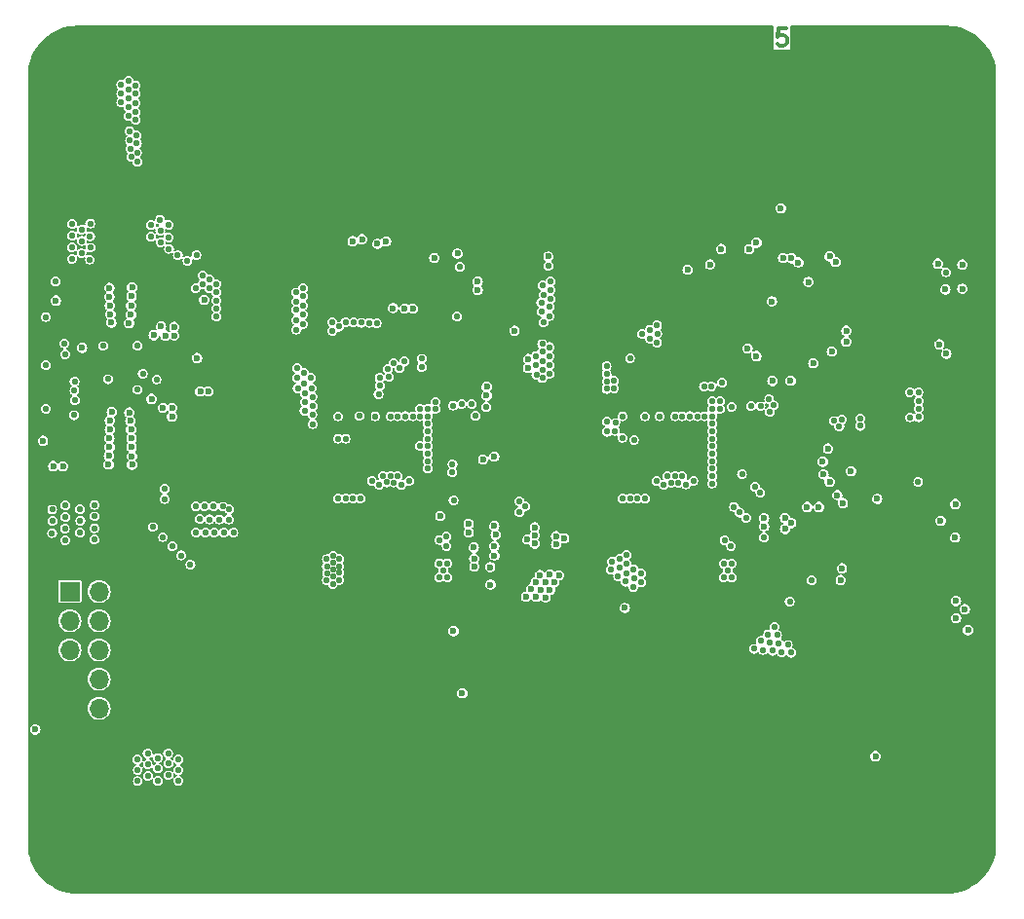
<source format=gbr>
%TF.GenerationSoftware,KiCad,Pcbnew,8.0.6*%
%TF.CreationDate,2024-12-12T06:35:09+00:00*%
%TF.ProjectId,AWR2243RadarBoard,41575232-3234-4335-9261-646172426f61,rev?*%
%TF.SameCoordinates,Original*%
%TF.FileFunction,Copper,L5,Inr*%
%TF.FilePolarity,Positive*%
%FSLAX46Y46*%
G04 Gerber Fmt 4.6, Leading zero omitted, Abs format (unit mm)*
G04 Created by KiCad (PCBNEW 8.0.6) date 2024-12-12 06:35:09*
%MOMM*%
%LPD*%
G01*
G04 APERTURE LIST*
%ADD10C,0.300000*%
%TA.AperFunction,NonConductor*%
%ADD11C,0.300000*%
%TD*%
%TA.AperFunction,ComponentPad*%
%ADD12C,0.900000*%
%TD*%
%TA.AperFunction,ComponentPad*%
%ADD13C,8.000000*%
%TD*%
%TA.AperFunction,ComponentPad*%
%ADD14R,1.700000X1.700000*%
%TD*%
%TA.AperFunction,ComponentPad*%
%ADD15O,1.700000X1.700000*%
%TD*%
%TA.AperFunction,ViaPad*%
%ADD16C,0.600000*%
%TD*%
%TA.AperFunction,ViaPad*%
%ADD17C,0.550000*%
%TD*%
G04 APERTURE END LIST*
D10*
D11*
X101603796Y-30960828D02*
X100889510Y-30960828D01*
X100889510Y-30960828D02*
X100818082Y-31675114D01*
X100818082Y-31675114D02*
X100889510Y-31603685D01*
X100889510Y-31603685D02*
X101032368Y-31532257D01*
X101032368Y-31532257D02*
X101389510Y-31532257D01*
X101389510Y-31532257D02*
X101532368Y-31603685D01*
X101532368Y-31603685D02*
X101603796Y-31675114D01*
X101603796Y-31675114D02*
X101675225Y-31817971D01*
X101675225Y-31817971D02*
X101675225Y-32175114D01*
X101675225Y-32175114D02*
X101603796Y-32317971D01*
X101603796Y-32317971D02*
X101532368Y-32389400D01*
X101532368Y-32389400D02*
X101389510Y-32460828D01*
X101389510Y-32460828D02*
X101032368Y-32460828D01*
X101032368Y-32460828D02*
X100889510Y-32389400D01*
X100889510Y-32389400D02*
X100818082Y-32317971D01*
D12*
%TO.N,GND*%
%TO.C,H4*%
X37000000Y-40000000D03*
X37878680Y-37878680D03*
X37878680Y-42121320D03*
X40000000Y-37000000D03*
D13*
X40000000Y-40000000D03*
D12*
X40000000Y-43000000D03*
X42121320Y-37878680D03*
X42121320Y-42121320D03*
X43000000Y-40000000D03*
%TD*%
%TO.N,GND*%
%TO.C,H1*%
X112552300Y-96896000D03*
X113430980Y-94774680D03*
X113430980Y-99017320D03*
X115552300Y-93896000D03*
D13*
X115552300Y-96896000D03*
D12*
X115552300Y-99896000D03*
X117673620Y-94774680D03*
X117673620Y-99017320D03*
X118552300Y-96896000D03*
%TD*%
D14*
%TO.N,Net-(J5-Pin_1)*%
%TO.C,J5*%
X39355000Y-79920000D03*
D15*
%TO.N,Net-(J5-Pin_2)*%
X41895000Y-79920000D03*
%TO.N,Net-(J5-Pin_3)*%
X39355000Y-82460000D03*
%TO.N,Net-(J5-Pin_4)*%
X41895000Y-82460000D03*
%TO.N,Net-(J5-Pin_5)*%
X39355000Y-85000000D03*
%TO.N,Net-(J5-Pin_6)*%
X41895000Y-85000000D03*
%TO.N,GND*%
X39355000Y-87540000D03*
%TO.N,Net-(J5-Pin_10)*%
X41895000Y-87540000D03*
%TO.N,GND*%
X39355000Y-90080000D03*
%TO.N,Net-(J5-Pin_10)*%
X41895000Y-90080000D03*
%TD*%
D12*
%TO.N,GND*%
%TO.C,H3*%
X112552300Y-40000000D03*
X113430980Y-37878680D03*
X113430980Y-42121320D03*
X115552300Y-37000000D03*
D13*
X115552300Y-40000000D03*
D12*
X115552300Y-43000000D03*
X117673620Y-37878680D03*
X117673620Y-42121320D03*
X118552300Y-40000000D03*
%TD*%
%TO.N,GND*%
%TO.C,H2*%
X37000000Y-96896000D03*
X37878680Y-94774680D03*
X37878680Y-99017320D03*
X40000000Y-93896000D03*
D13*
X40000000Y-96896000D03*
D12*
X40000000Y-99896000D03*
X42121320Y-94774680D03*
X42121320Y-99017320D03*
X43000000Y-96896000D03*
%TD*%
D16*
%TO.N,GND*%
X119080536Y-101905464D03*
X119013723Y-100632478D03*
X119172863Y-92984550D03*
X119003776Y-91778568D03*
X119259770Y-90374856D03*
X119049541Y-89008662D03*
X119272109Y-48812933D03*
X119047339Y-47448288D03*
X119040054Y-46023423D03*
X119097641Y-44706887D03*
X119061790Y-43486672D03*
X118986478Y-35590232D03*
X119249593Y-34530882D03*
X117725860Y-104780321D03*
X117690182Y-103437686D03*
X117698294Y-102173409D03*
X117798784Y-86429393D03*
X117809279Y-85242938D03*
X117688970Y-35814158D03*
X117702794Y-34366565D03*
X117920459Y-33287525D03*
X116488041Y-104781345D03*
X116574373Y-103241502D03*
X116569802Y-101925308D03*
X116648962Y-87708533D03*
X116672763Y-86310421D03*
X116388306Y-34563475D03*
X116535692Y-33104915D03*
X116563089Y-31900548D03*
X115111139Y-104625151D03*
X115290151Y-103278882D03*
X115192797Y-102098847D03*
X115122084Y-87793920D03*
X115132499Y-44817332D03*
X115135442Y-34465111D03*
X115146004Y-33272529D03*
X115170834Y-31738277D03*
X113811113Y-104525398D03*
X114043478Y-103265131D03*
X114021073Y-101902803D03*
X114055548Y-34495150D03*
X114014208Y-33067469D03*
X113805570Y-31822675D03*
X112566583Y-104761086D03*
X112520616Y-103386354D03*
X112608586Y-102145898D03*
X112636969Y-100672719D03*
X112698929Y-92819384D03*
X112685692Y-91728052D03*
X112561695Y-90413949D03*
X112712092Y-35827338D03*
X112570386Y-34571970D03*
X112509692Y-33177556D03*
X112750557Y-31918830D03*
X111324740Y-104657232D03*
X111330467Y-103335242D03*
X111257966Y-102049153D03*
X111334068Y-100681882D03*
X111183904Y-99317312D03*
X111178363Y-94138975D03*
X111397332Y-92863815D03*
X111306435Y-91737264D03*
X111459838Y-61718377D03*
X111395813Y-60330617D03*
X111186543Y-37009536D03*
X111215135Y-35636679D03*
X111413609Y-34364831D03*
X111340499Y-33164040D03*
X111273568Y-31882224D03*
X110087693Y-104582080D03*
X109918772Y-103472373D03*
X109913560Y-101932913D03*
X110146605Y-100739754D03*
X110151652Y-99455324D03*
X110013664Y-98106898D03*
X110096786Y-96755311D03*
X110150157Y-61787112D03*
X109972016Y-38255614D03*
X109971592Y-37176023D03*
X109969331Y-35601363D03*
X110052715Y-34581295D03*
X109910280Y-33095230D03*
X110048828Y-31868643D03*
X108807461Y-104569052D03*
X108688647Y-103281350D03*
X108741668Y-101917712D03*
X108669302Y-100614662D03*
X108792334Y-99325007D03*
X108758027Y-98120377D03*
X108656188Y-96989620D03*
X108750689Y-36909842D03*
X108739605Y-35679794D03*
X108871148Y-34312263D03*
X108810516Y-33216093D03*
X108776695Y-31849511D03*
X107550330Y-104620078D03*
X107330147Y-103443655D03*
X107339168Y-102012513D03*
X107340859Y-100610676D03*
X107565897Y-99500157D03*
X107321838Y-97995469D03*
X107345756Y-96963045D03*
X107527473Y-37007611D03*
X107379952Y-35790898D03*
X107561789Y-34435310D03*
X107284711Y-33118750D03*
X107421988Y-31937588D03*
X106019372Y-104510168D03*
X106137420Y-103478799D03*
X106197585Y-101891126D03*
X105975174Y-100849012D03*
X106019016Y-99584706D03*
X106134327Y-98178074D03*
X106207873Y-96698374D03*
X106126282Y-35599346D03*
X106246450Y-34484525D03*
X106104114Y-33102496D03*
X106193090Y-31756099D03*
X104717275Y-104581854D03*
X104737338Y-103196489D03*
X104896956Y-102070803D03*
X104739358Y-100869671D03*
X104922728Y-99539175D03*
X104810829Y-98184683D03*
X104784644Y-34469136D03*
X104704617Y-33255135D03*
X104898447Y-31723145D03*
X103624730Y-104522164D03*
X103645245Y-103242704D03*
X103382878Y-102037056D03*
X103478569Y-100825997D03*
X103426562Y-99474049D03*
X103466480Y-33050651D03*
X103674895Y-31866960D03*
X102225524Y-31826777D03*
X52854088Y-104561960D03*
X51557250Y-104592349D03*
X50259158Y-104789794D03*
X48938859Y-104724684D03*
X47491158Y-104733816D03*
X46221026Y-104609004D03*
X44884008Y-104663824D03*
X44933846Y-103488347D03*
X43631163Y-104675304D03*
X43830339Y-103306518D03*
X43789557Y-102040111D03*
X42499519Y-104596578D03*
X42545531Y-103458214D03*
X42433180Y-102132671D03*
X42558565Y-31869227D03*
X40990923Y-104725052D03*
X41062133Y-103290818D03*
X41088090Y-101962776D03*
X41112783Y-34534140D03*
X41125598Y-33039611D03*
X40987823Y-31912743D03*
X39713586Y-104737437D03*
X39699040Y-103363831D03*
X39711712Y-101895639D03*
X39710366Y-34495798D03*
X39748226Y-33030063D03*
X39844237Y-31730242D03*
X38480583Y-104776660D03*
X38505690Y-103249623D03*
X38412452Y-102104621D03*
X38558406Y-34336215D03*
X38635410Y-33002694D03*
X38662416Y-31848737D03*
X37180504Y-103337154D03*
X37313579Y-102029534D03*
X37227673Y-100806505D03*
X37252197Y-35727017D03*
X37255889Y-34485684D03*
X37172595Y-33257179D03*
D17*
X60495000Y-73732500D03*
X86120000Y-83540000D03*
X92570000Y-68570000D03*
X54940000Y-74935000D03*
X114990000Y-46240000D03*
X67200001Y-68575001D03*
X118585000Y-61455000D03*
X103650000Y-94925000D03*
X91930000Y-67280000D03*
X54385000Y-86505000D03*
X93220000Y-66610000D03*
X73705000Y-62790000D03*
X96820000Y-74850000D03*
X52930000Y-86535000D03*
D16*
X58985000Y-65835000D03*
D17*
X96790000Y-62990000D03*
D16*
X38100000Y-50740000D03*
D17*
X78005000Y-43735000D03*
X43030000Y-72560000D03*
D16*
X43695000Y-49925000D03*
D17*
X89315000Y-55960000D03*
X91260000Y-66630000D03*
X93715000Y-50635000D03*
X118030000Y-69215000D03*
X118570000Y-80765000D03*
X87160000Y-58820000D03*
X77205000Y-63905000D03*
X116300000Y-46640000D03*
X104120000Y-95400000D03*
X50995000Y-93000000D03*
X118480000Y-54375000D03*
X111580000Y-57140000D03*
D16*
X60920000Y-52530000D03*
D17*
X44995000Y-74870000D03*
X86615000Y-83060000D03*
X107130000Y-41870000D03*
D16*
X64510000Y-51525000D03*
D17*
X52350000Y-60270000D03*
X117960000Y-88585000D03*
X103295000Y-80385000D03*
X81675000Y-80475000D03*
X94410000Y-50650000D03*
D16*
X43730000Y-54680000D03*
D17*
X52310000Y-66455000D03*
X73885000Y-44370000D03*
X54495000Y-74440000D03*
X85840000Y-63975000D03*
X69150000Y-67930000D03*
X111510000Y-51150000D03*
X90620000Y-66000000D03*
D16*
X43680000Y-51385000D03*
D17*
X96275000Y-52445000D03*
X78365000Y-44385000D03*
D16*
X38105000Y-52145000D03*
D17*
X66550000Y-67925000D03*
X72345000Y-44415000D03*
X100035000Y-71425000D03*
X44725000Y-73115000D03*
D16*
X43750000Y-66960000D03*
D17*
X98030000Y-62790000D03*
X102110000Y-96390000D03*
X50915000Y-63970000D03*
X90745000Y-55695000D03*
X75280000Y-69785000D03*
X87350000Y-43300000D03*
X94040000Y-44540000D03*
X90300000Y-91050000D03*
X92560000Y-69220000D03*
D16*
X60135000Y-66730000D03*
D17*
X108485000Y-41875000D03*
X73950000Y-85505000D03*
X58915000Y-65120000D03*
X44000000Y-72050000D03*
X66560000Y-69220000D03*
X111515000Y-55650000D03*
X100035000Y-70760000D03*
X78770000Y-43745000D03*
X67850002Y-69225000D03*
X72530000Y-73495000D03*
X67850002Y-68575001D03*
X116295000Y-83770000D03*
X95060000Y-43945000D03*
X81180000Y-70310000D03*
X52305000Y-57520000D03*
X111485000Y-52645000D03*
D16*
X65340000Y-51525000D03*
D17*
X89950000Y-69230000D03*
X75345000Y-81700000D03*
X52305000Y-64840000D03*
X75415000Y-44340000D03*
D16*
X49465000Y-48625000D03*
D17*
X118565000Y-59140000D03*
D16*
X59350000Y-66465000D03*
D17*
X91930000Y-65970000D03*
D16*
X48895000Y-48100000D03*
X43740000Y-65440000D03*
D17*
X117015000Y-46365000D03*
X68500001Y-67274999D03*
X86140000Y-76065000D03*
X61470000Y-63800000D03*
X117970000Y-91190000D03*
X73115000Y-61555000D03*
X86510000Y-63980000D03*
X77190000Y-63250000D03*
X105565000Y-64335000D03*
X106770000Y-42490000D03*
D16*
X63745000Y-51520000D03*
X43750000Y-55430000D03*
D17*
X54465000Y-73465000D03*
X67200001Y-67274999D03*
X53310000Y-85960000D03*
X43385000Y-73125000D03*
X52320000Y-62145000D03*
X118615000Y-79285000D03*
X53390000Y-87075000D03*
X117005000Y-48105000D03*
X98420000Y-77170000D03*
X72135000Y-72955000D03*
X103575000Y-95880000D03*
X89085000Y-59485000D03*
X108820000Y-70415000D03*
X65250000Y-65974999D03*
X85175000Y-77020000D03*
X54960000Y-73945000D03*
X117420000Y-69535000D03*
X76035000Y-64670000D03*
X59510000Y-50820000D03*
X65250018Y-64669841D03*
X68500001Y-66625000D03*
X50290000Y-67800000D03*
X118010000Y-69890000D03*
X51680000Y-93015000D03*
X98960000Y-62790000D03*
X66550000Y-68575001D03*
X65250000Y-66625000D03*
D16*
X43730002Y-60460000D03*
D17*
X115785000Y-84310000D03*
X51465000Y-57480000D03*
X118585000Y-82215000D03*
X61795000Y-73450000D03*
D16*
X73350000Y-78300000D03*
D17*
X118585000Y-75240000D03*
X79095000Y-43135000D03*
D16*
X73100000Y-79070000D03*
D17*
X88820000Y-43300000D03*
X60865000Y-73190000D03*
X76810000Y-43110000D03*
X93695000Y-43965000D03*
X43345000Y-72045000D03*
X81105000Y-65330000D03*
X93880000Y-66620000D03*
X89770000Y-59480000D03*
X50615000Y-68960000D03*
X45370000Y-75400000D03*
X89475000Y-74390000D03*
X87575000Y-82110000D03*
X118575000Y-59890000D03*
X49640000Y-67935000D03*
X118585000Y-58440000D03*
X117970000Y-89885000D03*
X61480000Y-64480000D03*
X93880000Y-67920000D03*
X59330000Y-73160000D03*
X88080000Y-43310000D03*
D16*
X60900000Y-66800000D03*
D17*
X42695000Y-72040000D03*
X111515000Y-49645000D03*
D16*
X43750000Y-63820000D03*
D17*
X117960000Y-89245000D03*
X102645000Y-95855000D03*
X106460000Y-41855000D03*
D16*
X38100000Y-71500000D03*
D17*
X92590000Y-66610000D03*
X115625000Y-46855000D03*
D16*
X43120000Y-60910000D03*
D17*
X88485000Y-43960000D03*
D16*
X43740000Y-56290000D03*
D17*
X74015000Y-72410000D03*
X98410000Y-76475000D03*
X87180000Y-59475000D03*
X89820000Y-53995000D03*
X52535000Y-85930000D03*
X75815000Y-85515000D03*
X97750000Y-77785000D03*
D16*
X38115000Y-50030000D03*
D17*
X62875000Y-92830000D03*
X108135000Y-42505000D03*
X69530000Y-46990000D03*
X89280000Y-54525000D03*
X43695000Y-72570000D03*
X91270000Y-67930000D03*
X54700000Y-87085000D03*
X76870000Y-44345000D03*
X87685000Y-43945000D03*
X54050000Y-87070000D03*
X97735000Y-76300000D03*
X52345000Y-59310000D03*
X91280000Y-68570000D03*
D16*
X62955000Y-51520000D03*
D17*
X44565000Y-74310000D03*
X103100000Y-96375000D03*
X118035000Y-70545000D03*
X118585000Y-73790000D03*
X116370000Y-45700000D03*
X114640000Y-84565000D03*
X67850002Y-66625000D03*
X117080000Y-45360000D03*
X93240000Y-67280000D03*
X104120000Y-94475000D03*
X116980000Y-47265000D03*
X102030000Y-64520000D03*
X88024998Y-64675000D03*
X101380000Y-64700000D03*
X81645000Y-70850000D03*
X97585000Y-74840000D03*
X117420000Y-70935000D03*
X55430000Y-74440000D03*
X66330000Y-43900000D03*
D16*
X43740000Y-53910000D03*
D17*
X44345000Y-72575000D03*
X74795000Y-69300000D03*
X115660000Y-46000000D03*
X81935000Y-70270000D03*
X67850002Y-67925000D03*
X102585000Y-96900000D03*
X117420000Y-68865000D03*
X76030000Y-43110000D03*
D16*
X43760000Y-66190000D03*
D17*
X89950000Y-66620000D03*
X65250000Y-67925000D03*
X114975000Y-83425000D03*
X73715000Y-60945000D03*
X93220000Y-68570000D03*
X96425000Y-74300000D03*
X45340000Y-74300000D03*
X90610000Y-67280000D03*
X99160000Y-70000000D03*
X69150000Y-69220000D03*
X94385000Y-43960000D03*
X59035000Y-51280000D03*
X58600000Y-73155000D03*
X58930000Y-73730000D03*
D16*
X43680000Y-49185000D03*
D17*
X86940000Y-43920000D03*
X87105000Y-82580000D03*
X86800000Y-58250000D03*
X105565000Y-63680000D03*
X63300001Y-64660000D03*
D16*
X62200000Y-51515000D03*
D17*
X115175000Y-84055000D03*
D16*
X43184457Y-60117708D03*
X51805000Y-42625000D03*
D17*
X77215000Y-43720000D03*
X114505000Y-83930000D03*
X65900001Y-65974999D03*
X90305000Y-91765000D03*
X111510000Y-54130000D03*
X99520000Y-69450000D03*
X83525000Y-75250000D03*
X88715000Y-54985000D03*
X60095000Y-73175000D03*
X67825000Y-43940000D03*
X118555000Y-60700000D03*
D16*
X43700000Y-50675000D03*
D17*
X65900001Y-67274999D03*
D16*
X49445000Y-42630000D03*
D17*
X92570000Y-67920000D03*
D16*
X73145000Y-76475000D03*
X73860000Y-79080000D03*
D17*
X52310000Y-58360000D03*
X68500001Y-65974999D03*
X77200000Y-64560000D03*
X67200001Y-65974999D03*
D16*
X38120000Y-51420000D03*
D17*
X94100000Y-50020000D03*
X93230000Y-65960000D03*
X107810000Y-41860000D03*
X44045000Y-73105000D03*
D16*
X38755000Y-71500000D03*
D17*
X94780000Y-50030000D03*
X69720000Y-70380000D03*
D16*
X73145000Y-77260000D03*
X43690000Y-48465000D03*
D17*
X74010000Y-73050000D03*
X118035000Y-68525000D03*
D16*
X43750000Y-64580000D03*
D17*
X77815000Y-64240000D03*
X42660000Y-73090000D03*
X93220000Y-67920000D03*
X97185000Y-74270000D03*
X91920000Y-68570000D03*
D16*
X50265000Y-42630000D03*
D17*
X96990000Y-61780000D03*
X52355000Y-63045000D03*
X116320000Y-47520000D03*
X118480000Y-52880000D03*
X69150002Y-66625000D03*
X118040000Y-71210000D03*
D16*
X52515000Y-42640000D03*
D17*
X79005000Y-54215000D03*
X77610000Y-43125000D03*
X93880000Y-68590000D03*
D16*
X48720000Y-42640000D03*
X43730000Y-61350000D03*
D17*
X68500001Y-67925000D03*
X99810000Y-70020000D03*
X107430000Y-42510000D03*
X44575000Y-75400000D03*
X59680000Y-73745000D03*
X118465000Y-51420000D03*
X97285000Y-84035000D03*
X118595000Y-72295000D03*
X117430000Y-70255000D03*
D16*
X37480000Y-71865000D03*
D17*
X70870000Y-44415000D03*
X50140000Y-68440000D03*
X86010000Y-66980000D03*
X77600000Y-44365000D03*
X73020000Y-73975000D03*
X52345000Y-61220000D03*
X98380000Y-75765000D03*
X109745000Y-70405000D03*
X115515000Y-82960000D03*
X50770000Y-68340000D03*
X93880000Y-69220000D03*
X81125000Y-69640000D03*
X97745000Y-75570000D03*
X89470000Y-73575000D03*
X89970000Y-67940000D03*
D16*
X51040000Y-42630000D03*
D17*
X64670000Y-69790000D03*
X111505000Y-48120000D03*
X116160000Y-83100000D03*
X117970000Y-90540000D03*
X68500001Y-68575001D03*
D16*
X61505000Y-51940000D03*
D17*
X79690000Y-54215000D03*
X85665000Y-76515000D03*
D16*
X43740000Y-57050000D03*
D17*
X68915000Y-46980000D03*
X94770000Y-44560000D03*
D16*
X47760000Y-46955000D03*
D17*
X74290000Y-62770000D03*
X97760000Y-83570000D03*
D16*
X43750000Y-59610000D03*
D17*
X44660000Y-72045000D03*
X90005000Y-55960000D03*
X52330000Y-63980000D03*
X71220000Y-87250000D03*
X66550000Y-66625000D03*
X103155000Y-95365000D03*
X65250000Y-69225000D03*
X97745000Y-77045000D03*
X52315000Y-65670000D03*
X91280000Y-69230000D03*
X76435000Y-43720000D03*
X86620000Y-43290000D03*
X78385000Y-43110000D03*
X115665000Y-83600000D03*
X53695000Y-86510000D03*
D16*
X43670000Y-47765000D03*
D17*
X104620000Y-94925000D03*
X88500000Y-73955000D03*
X115270000Y-84790000D03*
X89990000Y-65970000D03*
D16*
%TO.N,+5V*%
X44710000Y-54240000D03*
X44670000Y-65840000D03*
D17*
X101215000Y-85185000D03*
X46130000Y-95950000D03*
X48240000Y-75990000D03*
D16*
X42830000Y-65040000D03*
D17*
X48780000Y-96370000D03*
D16*
X42820000Y-55030000D03*
D17*
X98805000Y-84900000D03*
X46970000Y-94390000D03*
X100955000Y-84420000D03*
X100395000Y-85070000D03*
X43810000Y-36620000D03*
X100575000Y-83010000D03*
X47900000Y-94860000D03*
X46120000Y-94950000D03*
D16*
X42780000Y-53500000D03*
D17*
X47890000Y-94000000D03*
D16*
X42780000Y-54280000D03*
X42960000Y-56530000D03*
D17*
X47450000Y-75180000D03*
X101735000Y-84565000D03*
D16*
X47660000Y-57670000D03*
X44670000Y-55050000D03*
D17*
X48780000Y-95430000D03*
X43810000Y-35830000D03*
D16*
X44660000Y-55830000D03*
D17*
X46990000Y-95310000D03*
D16*
X44760000Y-53470000D03*
D17*
X100805000Y-83705000D03*
D16*
X44610000Y-65080000D03*
D17*
X49830000Y-77580000D03*
D16*
X48430000Y-56890000D03*
D17*
X44450000Y-38580000D03*
X45080000Y-37410000D03*
X45080000Y-38920000D03*
X44470000Y-37790000D03*
X45250000Y-95430000D03*
X46110000Y-94010000D03*
X45080000Y-35890000D03*
D16*
X44750000Y-68150000D03*
D17*
X100160000Y-84355000D03*
D16*
X44760000Y-68880000D03*
D17*
X45250000Y-96410000D03*
D16*
X42880000Y-55790000D03*
D17*
X44470000Y-35470000D03*
X49030000Y-76780000D03*
D16*
X44710000Y-67370000D03*
X47440000Y-63940000D03*
X42750000Y-68120000D03*
D17*
X46550000Y-74310000D03*
D16*
X44530000Y-64340000D03*
X44710000Y-66590000D03*
D17*
X48770000Y-94510000D03*
X47910000Y-95900000D03*
D16*
X42820000Y-65820000D03*
D17*
X47000000Y-96380000D03*
X45080000Y-38210000D03*
X45080000Y-36600000D03*
X44450000Y-36260000D03*
X99580000Y-84995000D03*
D16*
X48430000Y-57650000D03*
X44490000Y-56560000D03*
X42790000Y-66600000D03*
X42800000Y-67370000D03*
X43000000Y-64310000D03*
X48230000Y-63940000D03*
D17*
X43810000Y-37390000D03*
X100030000Y-83635000D03*
X99405000Y-84215000D03*
D16*
X42710000Y-68860000D03*
D17*
X45240000Y-94510000D03*
X44460000Y-37030000D03*
X102040000Y-85240000D03*
D16*
X48230000Y-64690000D03*
D17*
%TO.N,+1V8*%
X79880000Y-59430000D03*
X52100000Y-53170000D03*
X39520000Y-49990000D03*
X41110000Y-49010000D03*
X50880000Y-52420000D03*
X50270000Y-53540000D03*
X51480000Y-53530000D03*
X81030000Y-58660000D03*
X79895033Y-61080439D03*
X40360000Y-50470000D03*
X41130000Y-50010000D03*
X40370000Y-48430000D03*
X51490000Y-52790000D03*
X39560000Y-48960000D03*
X52080000Y-54600000D03*
X80400000Y-60650000D03*
X41120000Y-47910000D03*
X81020000Y-59460000D03*
X52090000Y-55300000D03*
X52090000Y-56010000D03*
X80400000Y-61360000D03*
X80400000Y-59850000D03*
X50870000Y-53160000D03*
X81020000Y-60990000D03*
X81020000Y-60230000D03*
X79880000Y-60230000D03*
X41100000Y-51050000D03*
X40390000Y-49430000D03*
X52080000Y-53910000D03*
X39560000Y-47960000D03*
X80410000Y-59010000D03*
X80400000Y-58395000D03*
X39530000Y-50980000D03*
%TO.N,+1V2*%
X59590000Y-55020000D03*
X46400000Y-48060000D03*
X80316246Y-54786710D03*
X48730000Y-50660000D03*
X81020000Y-55170000D03*
X47230000Y-49530000D03*
X81020000Y-55950000D03*
X81140000Y-54470000D03*
X81120000Y-52960000D03*
X59010000Y-54690000D03*
X80460000Y-53310000D03*
X81120000Y-53670000D03*
X80363363Y-55591835D03*
X47960000Y-48010000D03*
X59040000Y-57140000D03*
X58990000Y-56300000D03*
X59590000Y-55850000D03*
X80519999Y-54093964D03*
X47950000Y-49110000D03*
X47200000Y-47570000D03*
X59590000Y-54250000D03*
X50350000Y-50650000D03*
X46400000Y-49060000D03*
X59000000Y-55440000D03*
X49570000Y-51140000D03*
X47210000Y-48530000D03*
X59620000Y-53530000D03*
X80510000Y-56520000D03*
X47970000Y-50110000D03*
X59590000Y-56660000D03*
X59010000Y-53910000D03*
%TO.N,+1V0_Radar0*%
X62230000Y-77410000D03*
X62760000Y-77710000D03*
X50320000Y-74780000D03*
X62755000Y-78905000D03*
X52630000Y-72530000D03*
X47580000Y-71000000D03*
X51850000Y-72520000D03*
X62750000Y-77100000D03*
X52320000Y-73650000D03*
X50660000Y-73620000D03*
X62195000Y-79255000D03*
X51120000Y-74790000D03*
X51050000Y-72510000D03*
X51900000Y-74800000D03*
X47580000Y-71870000D03*
X52720000Y-74810000D03*
X53560000Y-74810000D03*
X62225000Y-78005000D03*
X62210000Y-78625000D03*
X61695000Y-78310000D03*
X61690000Y-77720000D03*
X62210000Y-76790000D03*
X53150000Y-73650000D03*
X51480000Y-73650000D03*
X61685000Y-78915000D03*
X53195215Y-72764785D03*
X61680000Y-77110000D03*
X62765000Y-78300000D03*
X50300000Y-72490000D03*
%TO.N,+1V0_Radar1*%
X87730000Y-76730000D03*
X38960000Y-73430000D03*
X40240000Y-72760000D03*
D16*
X79430000Y-79700000D03*
D17*
X40230000Y-74800000D03*
X88370000Y-78730000D03*
D16*
X50400000Y-59600000D03*
D17*
X88350000Y-77970000D03*
X88320000Y-79500000D03*
X38930000Y-75450000D03*
D16*
X80685000Y-79105000D03*
D17*
X87000000Y-78570000D03*
X37840000Y-73790000D03*
X41510000Y-73380000D03*
X38920000Y-74460000D03*
X37820000Y-72790000D03*
D16*
X80700000Y-80425000D03*
D17*
X87630000Y-79060000D03*
D16*
X81070000Y-79780000D03*
D17*
X87090000Y-77850000D03*
X87730000Y-78330000D03*
X40260000Y-73760000D03*
X38960000Y-72430000D03*
D16*
X80190000Y-78480000D03*
D17*
X41510000Y-72380000D03*
D16*
X79880000Y-80380000D03*
D17*
X86340000Y-78020000D03*
D16*
X79825000Y-79110000D03*
X81060000Y-78460000D03*
D17*
X89010000Y-78360000D03*
D16*
X81855000Y-78500000D03*
D17*
X41470000Y-74410000D03*
D16*
X81430000Y-79135000D03*
D17*
X89000000Y-79140000D03*
D16*
X80270000Y-79765000D03*
D17*
X41480000Y-75400000D03*
D16*
X79000000Y-80365000D03*
D17*
X87750000Y-77510000D03*
X86450000Y-77310000D03*
X37810000Y-74830000D03*
X87130000Y-77070000D03*
%TO.N,+1V2_Radar0*%
X63300000Y-56510000D03*
X65900000Y-64675000D03*
X71105000Y-63435000D03*
X62160000Y-57250000D03*
X71105000Y-64060000D03*
X70450001Y-65975000D03*
X64700000Y-56540000D03*
X62740000Y-56880000D03*
X72675000Y-63745000D03*
X74290000Y-63620000D03*
X63990000Y-56520000D03*
X72605000Y-68855000D03*
X66010000Y-56560000D03*
X73400000Y-63590000D03*
X65370000Y-56550000D03*
X72590000Y-69545000D03*
X62130000Y-56490000D03*
%TO.N,+1V2_Radar1*%
X95830000Y-64030000D03*
X95830000Y-63370000D03*
X90380000Y-56770000D03*
X89770000Y-57910000D03*
X97760000Y-69730000D03*
X90625001Y-64675000D03*
X96840000Y-63850000D03*
X99370000Y-63810000D03*
X90390000Y-57490000D03*
X90380000Y-58270000D03*
X89100000Y-57540000D03*
X99350000Y-71290000D03*
X95175000Y-65975000D03*
X98870000Y-70810000D03*
X89770000Y-57140000D03*
X96030000Y-61760000D03*
X98550000Y-63800000D03*
%TO.N,+1V8_Radar1*%
X86740000Y-65950000D03*
X86000000Y-61650000D03*
X89330000Y-64680000D03*
X97565000Y-73045000D03*
X93535000Y-70300940D03*
X85995000Y-60335000D03*
X86645000Y-62230000D03*
X85995000Y-62295000D03*
X86030000Y-65130000D03*
X90315001Y-70300937D03*
X98110000Y-73495000D03*
X86650000Y-61575000D03*
X86760000Y-65260000D03*
X85995000Y-60990000D03*
X93225003Y-64675000D03*
X97075000Y-72550000D03*
X86030000Y-66020000D03*
%TO.N,+1V8_Radar0*%
X59740000Y-64200000D03*
X64499892Y-64658576D03*
X59780000Y-63430000D03*
X60360000Y-62240000D03*
X60430000Y-62990000D03*
X60460000Y-63820000D03*
X59740000Y-62670000D03*
X59130000Y-61340000D03*
X59150000Y-62240000D03*
X59110000Y-60500000D03*
X59720000Y-61800000D03*
X60460000Y-65350000D03*
X72700000Y-71975000D03*
X60310000Y-61340000D03*
X59720000Y-60880000D03*
X60430000Y-64520000D03*
X68820000Y-70310000D03*
X65590002Y-70300939D03*
X68500000Y-64675000D03*
%TO.N,+1V0_Radar0_RF1*%
X67850000Y-69880000D03*
X72130000Y-77460000D03*
X67200000Y-69870000D03*
X68160000Y-70630000D03*
X71450000Y-78690000D03*
X71785000Y-78070002D03*
X71450000Y-75430000D03*
X71440000Y-77460000D03*
X66860000Y-70420000D03*
X72090000Y-75950000D03*
X66550000Y-69870000D03*
X67520000Y-70440000D03*
X66240000Y-70610000D03*
X72150000Y-78690000D03*
%TO.N,+1V0_Radar0_RF2*%
X62650000Y-71825000D03*
X64600003Y-71825000D03*
X63949998Y-71825000D03*
X63300001Y-71824998D03*
D16*
%TO.N,+1V0_Radar1_RF2*%
X79110000Y-75385000D03*
X81615000Y-75810000D03*
X79750000Y-75750000D03*
X81610000Y-75090000D03*
D17*
X89330000Y-71830000D03*
X88670000Y-71830000D03*
D16*
X79740000Y-75030000D03*
X79755000Y-74340000D03*
D17*
X87380000Y-71830000D03*
X88020000Y-71830000D03*
D16*
X82310000Y-75305000D03*
D17*
%TO.N,+1V0_Radar1_RF1*%
X92890000Y-70600000D03*
X96170000Y-78700000D03*
X96810000Y-75960000D03*
X96505000Y-78080002D03*
X91925000Y-69890000D03*
X92572283Y-69880000D03*
X96850000Y-77470000D03*
X91279161Y-69890000D03*
X92240000Y-70450000D03*
X96160000Y-77470000D03*
X90960000Y-70620000D03*
X96240000Y-75480000D03*
X91600000Y-70450000D03*
X96870000Y-78700000D03*
%TO.N,+3V3_Radar0*%
X80935000Y-51610000D03*
X73005000Y-56000000D03*
X73240000Y-51670000D03*
X75530000Y-63860000D03*
X74600000Y-64650000D03*
%TO.N,+3V3_Radar1*%
X100195000Y-64315000D03*
X100120000Y-63205000D03*
X113070000Y-70395000D03*
X100520000Y-63725000D03*
X103825000Y-78960000D03*
X99680000Y-75220000D03*
X101910000Y-80780000D03*
%TO.N,+3V3*%
X106220000Y-65560000D03*
X113085000Y-62590000D03*
X78430000Y-73020000D03*
X106430000Y-64945000D03*
X108035000Y-64850000D03*
X44565000Y-39870000D03*
D16*
X51380000Y-62520000D03*
D17*
X44685000Y-42110000D03*
X37268438Y-60249998D03*
X112350000Y-62570000D03*
X78425000Y-72050000D03*
X105765000Y-65085000D03*
X44575000Y-40690000D03*
X113100000Y-63330000D03*
D16*
X37910000Y-69010000D03*
D17*
X113100000Y-64000000D03*
X45190000Y-41735000D03*
X108040000Y-65510000D03*
D16*
X50690000Y-62520000D03*
D17*
X45220000Y-42525000D03*
X78890000Y-72520000D03*
X44625000Y-41390000D03*
X112385000Y-64765000D03*
X45150000Y-40270000D03*
D16*
X38749536Y-69023031D03*
D17*
X45175000Y-40955000D03*
X113135000Y-64750000D03*
%TO.N,/AWR2243Radar0/MASTOSC_CLKOUT*%
X88030000Y-59630000D03*
D16*
X79170000Y-60470000D03*
D17*
%TO.N,Net-(IC1-VOUT_14SYNTH)*%
X62650000Y-64680000D03*
%TO.N,Net-(IC1-VBGAP)*%
X63300001Y-66625000D03*
%TO.N,Net-(IC2-VOUT_14SYNTH)*%
X87370000Y-64670000D03*
%TO.N,Net-(IC2-VBGAP)*%
X88370000Y-66720000D03*
D16*
%TO.N,Net-(U1-GPIO8)*%
X46460000Y-63170000D03*
%TO.N,Net-(U1-GPIO7)*%
X46647500Y-57617500D03*
%TO.N,Net-(D11-A)*%
X109360000Y-94240000D03*
D17*
%TO.N,Net-(D13-K)*%
X45240000Y-62370000D03*
X39725000Y-64580000D03*
%TO.N,Net-(D14-K)*%
X42695000Y-61445000D03*
D16*
%TO.N,Net-(D16-K)*%
X107232500Y-69450000D03*
%TO.N,/AWR2243Radar1/RAD1_QSPI_SIO0*%
X104835000Y-69715000D03*
%TO.N,Net-(IC1-I2C_SCL)*%
X71030000Y-50900000D03*
X74010000Y-74790000D03*
D17*
%TO.N,/AWR2243Radar1/CAM1_nERROUT*%
X95175001Y-67924998D03*
D16*
X106340000Y-78920000D03*
D17*
%TO.N,unconnected-(IC1-MCU_CLK_OUT-PadN9)*%
X70450001Y-67275000D03*
%TO.N,unconnected-(IC1-WARM_RESET-PadN12)*%
X70450002Y-65325000D03*
%TO.N,/AWR2243Radar1/CAM1_RX*%
X95175001Y-69874999D03*
D16*
X106830000Y-57230000D03*
X101495000Y-73505000D03*
D17*
%TO.N,Net-(IC1-TDI)*%
X67200001Y-64675000D03*
D16*
X67430000Y-55275000D03*
%TO.N,/AWR2243Radar1/RAD1_QSPI_CS*%
X103425000Y-72555000D03*
D17*
%TO.N,/AWR2243Radar1/RAD1_GPIO0*%
X95175001Y-70524998D03*
D16*
X117120002Y-81460000D03*
%TO.N,/AWR2243Radar1/RAD1_SOP2*%
X116280000Y-75220000D03*
%TO.N,/AWR2243Radar1/RAD1_DIG_SYNC_IN*%
X106440000Y-77890000D03*
D17*
X95175001Y-66625002D03*
D16*
X87575000Y-81345000D03*
%TO.N,Net-(IC1-TMS)*%
X68435000Y-55300000D03*
D17*
X69150001Y-64675000D03*
D16*
%TO.N,/AWR2243Radar1/CAM1_TX*%
X106825000Y-58175000D03*
D17*
X95175002Y-69225001D03*
D16*
X102030000Y-73970000D03*
%TO.N,/AWR2243Radar1/RAD1_QSPI_SIO1*%
X104440000Y-72555000D03*
D17*
%TO.N,/AWR2243Radar1/RAD1_GPIO2*%
X95175000Y-64675000D03*
D16*
X116350000Y-82230000D03*
%TO.N,/AWR2243Radar1/RAD1_SOP0*%
X116300000Y-72300000D03*
D17*
X92575020Y-64669961D03*
%TO.N,Net-(IC1-HS_M__DEBUG1)*%
X69795000Y-64025000D03*
D16*
%TO.N,/AWR2243Radar1/RAD1_QSPI_SIO2*%
X104780000Y-68625000D03*
D17*
%TO.N,Net-(IC1-HS_M_DEBUG2)*%
X70450000Y-64020000D03*
D16*
%TO.N,/AWR2243Radar1/nRESET_RAD1*%
X109510000Y-71860000D03*
%TO.N,Net-(IC1-TCK)*%
X69175000Y-55320000D03*
D17*
X69800001Y-64675000D03*
D16*
%TO.N,/AWR2243Radar1/RAD1_QSPI_SCLK*%
X106035710Y-71534290D03*
%TO.N,/AWR2243Radar1/RAD1_QSPI_SIO3*%
X106520000Y-72220000D03*
%TO.N,/AWR2243Radar1/RAD1_SOP1*%
X115020000Y-73760000D03*
%TO.N,/AWR2243Radar1/RAD1_GPIO1*%
X116360000Y-80740000D03*
D17*
X95175001Y-68575003D03*
D16*
%TO.N,Net-(IC1-I2C_SDA)*%
X73040000Y-50530000D03*
X74005000Y-74035000D03*
D17*
%TO.N,/AWR2243Radar0/RAD0_D0_N*%
X66180000Y-62750000D03*
%TO.N,/AWR2243Radar0/RAD0_GPIO2*%
X115470000Y-52150000D03*
X70450002Y-64674999D03*
%TO.N,/AWR2243Radar0/RAD0_CK_P*%
X67460000Y-60050000D03*
%TO.N,Net-(IC2-TDI)*%
X91925000Y-64674999D03*
D16*
%TO.N,/AWR2243Radar0/CAM0_nERROUT*%
X98380000Y-50160000D03*
D17*
X70450001Y-67925000D03*
%TO.N,/AWR2243Radar0/RAD0_D2_N*%
X67998349Y-60475000D03*
%TO.N,/AWR2243Radar0/RAD0_GPIO1*%
X70450002Y-68575001D03*
D16*
X115520000Y-59249998D03*
%TO.N,/AWR2243Radar0/RAD0_QSPI_CS*%
X76230000Y-74225000D03*
D17*
%TO.N,/AWR2243Radar0/RAD0_D3_N*%
X69930000Y-59665000D03*
D16*
%TO.N,/AWR2243Radar0/nRESET_RAD0*%
X75585000Y-62100000D03*
X77990000Y-57230000D03*
D17*
%TO.N,unconnected-(IC2-WARM_RESET-PadN12)*%
X95175001Y-65325000D03*
D16*
%TO.N,Net-(IC2-I2C_SCL)*%
X99675000Y-73545000D03*
X100410000Y-61595000D03*
%TO.N,/AWR2243Radar0/RAD0_QSPI_SIO1*%
X76350000Y-74965000D03*
%TO.N,/AWR2243Radar0/RAD0_QSPI_SIO0*%
X75870346Y-77796981D03*
D17*
%TO.N,Net-(IC2-HS_P_DEBUG2)*%
X95175000Y-63370000D03*
D16*
%TO.N,/AWR2243Radar0/RAD0_QSPI_SIO2*%
X75900000Y-79320000D03*
D17*
%TO.N,Net-(IC2-HS_P__DEBUG1)*%
X95120000Y-62060000D03*
%TO.N,/AWR2243Radar0/RAD0_SOP1*%
X70450001Y-66625000D03*
D16*
X72685000Y-83360000D03*
X71541665Y-73362675D03*
X115435000Y-53650000D03*
X99019998Y-49580000D03*
%TO.N,/AWR2243Radar0/RAD0_GPIO0*%
X114910000Y-58430000D03*
D17*
X72090000Y-75135000D03*
D16*
%TO.N,Net-(IC2-I2C_SDA)*%
X99680000Y-74245000D03*
X101980000Y-61580000D03*
D17*
%TO.N,/AWR2243Radar0/RAD0_D1_P*%
X67075001Y-61252163D03*
D16*
%TO.N,/AWR2243Radar0/RAD0_SOP2*%
X116920000Y-53580000D03*
X75570000Y-62880000D03*
X116920000Y-51485000D03*
D17*
X38110000Y-52970000D03*
%TO.N,Net-(IC2-HS_M_DEBUG2)*%
X95175001Y-64025000D03*
D16*
%TO.N,/AWR2243Radar0/CAM0_SPICLK*%
X102060000Y-50930000D03*
X76220000Y-68168215D03*
%TO.N,/AWR2243Radar0/RAD0_QSPI_SCLK*%
X76231954Y-75955863D03*
D17*
%TO.N,Net-(IC2-HS_M__DEBUG1)*%
X94455000Y-62095000D03*
%TO.N,/AWR2243Radar0/RAD0_D3_P*%
X69915000Y-60395000D03*
%TO.N,/AWR2243Radar0/RAD0_D0_P*%
X66308418Y-62017569D03*
%TO.N,/AWR2243Radar0/RAD0_D2_P*%
X68443349Y-59906219D03*
D16*
%TO.N,/AWR2243Radar0/CAM0_MISO*%
X95940000Y-50130000D03*
X74455000Y-76090000D03*
D17*
%TO.N,/AWR2243Radar0/RAD0_D1_N*%
X66267662Y-61351149D03*
%TO.N,/AWR2243Radar0/CAM0_RX*%
X69800000Y-67275000D03*
D16*
X66825000Y-49466250D03*
%TO.N,/AWR2243Radar0/CAM0_CS*%
X74510000Y-77740000D03*
X102653829Y-51300636D03*
%TO.N,/AWR2243Radar0/RAD0_DIG_SYNC_OUT*%
X73450000Y-88760000D03*
D17*
%TO.N,Net-(IC2-TMS)*%
X93875000Y-64680000D03*
D16*
%TO.N,/AWR2243Radar0/CAM0_MOSI*%
X101340000Y-50900000D03*
X75270000Y-68430000D03*
D17*
%TO.N,/AWR2243Radar0/RAD0_CK_N*%
X67000000Y-60578746D03*
%TO.N,/AWR2243Radar0/RAD0_SOP0*%
X67850001Y-64675000D03*
D16*
X114790000Y-51400000D03*
%TO.N,/AWR2243Radar0/RAD0_QSPI_SIO3*%
X76245465Y-76785464D03*
%TO.N,/AWR2243Radar0/CAM0_HOSTINT*%
X74490000Y-77040000D03*
X95000000Y-51470000D03*
D17*
%TO.N,unconnected-(IC2-MCU_CLK_OUT-PadN9)*%
X95175001Y-67275001D03*
%TO.N,Net-(IC2-TCK)*%
X94525000Y-64675000D03*
D16*
%TO.N,/AWR2243Radar0/CAM0_TX*%
X66088640Y-49679890D03*
D17*
X70450002Y-69225000D03*
D16*
%TO.N,/PSU/CAM1_PGOOD*%
X36350000Y-91920000D03*
X117410000Y-83285000D03*
D17*
X37250000Y-56040000D03*
D16*
X51020000Y-54550000D03*
%TO.N,/PSU/CAM0_PGOOD*%
X101130000Y-46590000D03*
X40420000Y-58730000D03*
D17*
%TO.N,Net-(U1-FB_B1)*%
X38889982Y-58329982D03*
%TO.N,Net-(U1-FB_B2)*%
X38927220Y-59267220D03*
%TO.N,Net-(U1-FB_B3)*%
X46880000Y-61465000D03*
%TO.N,Net-(U1-FB_B4)*%
X45690000Y-60965000D03*
D16*
%TO.N,Net-(U1-GPIO5)*%
X38130000Y-54620000D03*
D17*
X42240000Y-58560000D03*
D16*
%TO.N,/AWR2243Radar0/LP_RESET*%
X74790000Y-52970000D03*
X105375000Y-70380000D03*
X93040000Y-51940000D03*
X80940000Y-50780000D03*
%TO.N,/AWR2243Radar1/CAM1_SCL*%
X37015001Y-66810000D03*
X105564263Y-59045735D03*
D17*
%TO.N,/AWR2243Radar1/CAM1_SDA*%
X37270000Y-64010002D03*
D16*
X103950000Y-60060000D03*
%TO.N,/AWR2243Radar0/CAM0_SCL*%
X64753222Y-49283220D03*
X98240000Y-58780000D03*
X105380002Y-50770000D03*
%TO.N,/AWR2243Radar0/CAM0_SDA*%
X63920000Y-49440000D03*
X99010000Y-59430000D03*
X105894752Y-51244379D03*
D17*
%TO.N,Net-(U1-GPIO6)*%
X45240000Y-58550000D03*
D16*
X47280000Y-56860000D03*
D17*
%TO.N,/PSU/PMIC_GPIO1*%
X39780008Y-63270008D03*
%TO.N,/PSU/PMIC_MISO*%
X39759993Y-61639993D03*
%TO.N,/PSU/PMIC_CS*%
X39750000Y-62450000D03*
%TO.N,Net-(IC1-VOUT_14APLL)*%
X62650000Y-66620000D03*
%TO.N,Net-(IC2-VOUT_14APLL)*%
X87374999Y-66545000D03*
D16*
%TO.N,/AWR2243Radar0/RAD0_EXT_nRESET*%
X79186337Y-59697382D03*
X103540000Y-52990000D03*
X105240000Y-67480000D03*
X100350000Y-54680002D03*
%TO.N,/AWR2243Radar0/RAD1_EXT_nRESET*%
X74790000Y-53680000D03*
X101500000Y-74485000D03*
%TD*%
%TA.AperFunction,Conductor*%
%TO.N,GND*%
G36*
X100483326Y-30722174D02*
G01*
X100505000Y-30774500D01*
X100505000Y-32683039D01*
X100510383Y-32696035D01*
X100510383Y-32768053D01*
X101982450Y-32768053D01*
X101982450Y-30774500D01*
X102004124Y-30722174D01*
X102056450Y-30700500D01*
X115512418Y-30700500D01*
X115550591Y-30700500D01*
X115554008Y-30700578D01*
X115945595Y-30718683D01*
X115952398Y-30719314D01*
X116040580Y-30731614D01*
X116338951Y-30773235D01*
X116345652Y-30774488D01*
X116725588Y-30863848D01*
X116732138Y-30865711D01*
X117102216Y-30989749D01*
X117108589Y-30992218D01*
X117465622Y-31149863D01*
X117471741Y-31152910D01*
X117812706Y-31342826D01*
X117818515Y-31346422D01*
X118088148Y-31531126D01*
X118140502Y-31566989D01*
X118145957Y-31571108D01*
X118446224Y-31820447D01*
X118451275Y-31825052D01*
X118727247Y-32101024D01*
X118731852Y-32106075D01*
X118981191Y-32406342D01*
X118985310Y-32411797D01*
X119205875Y-32733782D01*
X119209473Y-32739593D01*
X119399389Y-33080558D01*
X119402436Y-33086677D01*
X119560081Y-33443710D01*
X119562550Y-33450083D01*
X119686584Y-33820149D01*
X119688454Y-33826724D01*
X119777809Y-34206637D01*
X119779065Y-34213356D01*
X119832985Y-34599901D01*
X119833616Y-34606706D01*
X119851721Y-34998291D01*
X119851800Y-35001709D01*
X119851800Y-101841264D01*
X119850379Y-101855697D01*
X119849500Y-101860117D01*
X119849500Y-101898290D01*
X119849421Y-101901708D01*
X119831316Y-102293293D01*
X119830685Y-102300098D01*
X119776765Y-102686643D01*
X119775509Y-102693362D01*
X119686154Y-103073275D01*
X119684284Y-103079850D01*
X119560250Y-103449916D01*
X119557781Y-103456289D01*
X119400136Y-103813322D01*
X119397089Y-103819441D01*
X119207173Y-104160406D01*
X119203575Y-104166217D01*
X118983010Y-104488202D01*
X118978891Y-104493657D01*
X118729552Y-104793924D01*
X118724947Y-104798975D01*
X118448975Y-105074947D01*
X118443924Y-105079552D01*
X118143657Y-105328891D01*
X118138202Y-105333010D01*
X117816217Y-105553575D01*
X117810406Y-105557173D01*
X117469441Y-105747089D01*
X117463322Y-105750136D01*
X117106289Y-105907781D01*
X117099916Y-105910250D01*
X116729850Y-106034284D01*
X116723275Y-106036154D01*
X116343362Y-106125509D01*
X116336643Y-106126765D01*
X115950098Y-106180685D01*
X115943292Y-106181316D01*
X115609547Y-106196745D01*
X115592970Y-106195500D01*
X115592182Y-106195500D01*
X39960118Y-106195500D01*
X39960039Y-106195500D01*
X39942315Y-106196832D01*
X39606706Y-106181316D01*
X39599901Y-106180685D01*
X39213356Y-106126765D01*
X39206637Y-106125509D01*
X38826724Y-106036154D01*
X38820149Y-106034284D01*
X38450083Y-105910250D01*
X38443710Y-105907781D01*
X38086677Y-105750136D01*
X38080558Y-105747089D01*
X37739593Y-105557173D01*
X37733782Y-105553575D01*
X37411797Y-105333010D01*
X37406342Y-105328891D01*
X37106075Y-105079552D01*
X37101024Y-105074947D01*
X36825052Y-104798975D01*
X36820447Y-104793924D01*
X36571108Y-104493657D01*
X36566989Y-104488202D01*
X36346424Y-104166217D01*
X36342826Y-104160406D01*
X36152910Y-103819441D01*
X36149863Y-103813322D01*
X35992218Y-103456289D01*
X35989749Y-103449916D01*
X35944467Y-103314814D01*
X35865711Y-103079838D01*
X35863848Y-103073288D01*
X35774488Y-102693352D01*
X35773234Y-102686643D01*
X35719314Y-102300098D01*
X35718683Y-102293293D01*
X35700579Y-101901708D01*
X35700500Y-101898290D01*
X35700500Y-94510000D01*
X44809196Y-94510000D01*
X44830280Y-94643126D01*
X44891471Y-94763219D01*
X44891472Y-94763220D01*
X44986780Y-94858528D01*
X45081155Y-94906614D01*
X45117936Y-94949680D01*
X45113493Y-95006142D01*
X45081154Y-95038481D01*
X44996778Y-95081473D01*
X44901471Y-95176780D01*
X44840281Y-95296873D01*
X44840280Y-95296873D01*
X44819196Y-95430000D01*
X44840280Y-95563126D01*
X44901471Y-95683219D01*
X44901472Y-95683220D01*
X44996780Y-95778528D01*
X45116874Y-95839719D01*
X45162282Y-95846911D01*
X45210573Y-95876504D01*
X45223795Y-95931576D01*
X45194202Y-95979867D01*
X45162282Y-95993089D01*
X45116874Y-96000280D01*
X45116873Y-96000281D01*
X44996780Y-96061471D01*
X44901471Y-96156780D01*
X44840281Y-96276873D01*
X44840280Y-96276873D01*
X44819196Y-96410000D01*
X44840280Y-96543126D01*
X44886186Y-96633220D01*
X44901472Y-96663220D01*
X44996780Y-96758528D01*
X45116873Y-96819718D01*
X45116873Y-96819719D01*
X45135075Y-96822601D01*
X45250000Y-96840804D01*
X45383126Y-96819719D01*
X45503220Y-96758528D01*
X45598528Y-96663220D01*
X45659719Y-96543126D01*
X45680804Y-96410000D01*
X45659719Y-96276874D01*
X45659718Y-96276873D01*
X45658808Y-96271122D01*
X45661700Y-96270663D01*
X45665351Y-96224118D01*
X45708408Y-96187323D01*
X45764872Y-96191751D01*
X45783621Y-96205369D01*
X45876780Y-96298528D01*
X45996873Y-96359718D01*
X45996873Y-96359719D01*
X46015075Y-96362601D01*
X46130000Y-96380804D01*
X46263126Y-96359719D01*
X46383220Y-96298528D01*
X46458485Y-96223262D01*
X46510810Y-96201589D01*
X46563136Y-96223263D01*
X46584810Y-96275589D01*
X46583899Y-96287165D01*
X46569196Y-96379999D01*
X46590280Y-96513126D01*
X46651471Y-96633219D01*
X46651472Y-96633220D01*
X46746780Y-96728528D01*
X46866873Y-96789718D01*
X46866873Y-96789719D01*
X46885075Y-96792601D01*
X47000000Y-96810804D01*
X47133126Y-96789719D01*
X47253220Y-96728528D01*
X47348528Y-96633220D01*
X47409719Y-96513126D01*
X47430804Y-96380000D01*
X47409719Y-96246874D01*
X47409719Y-96246873D01*
X47348528Y-96126780D01*
X47253219Y-96031471D01*
X47133126Y-95970281D01*
X47133126Y-95970280D01*
X47000000Y-95949196D01*
X46866873Y-95970280D01*
X46866873Y-95970281D01*
X46746780Y-96031471D01*
X46671515Y-96106736D01*
X46619189Y-96128410D01*
X46566863Y-96106736D01*
X46545189Y-96054410D01*
X46546099Y-96042842D01*
X46560804Y-95950000D01*
X46539719Y-95816874D01*
X46539719Y-95816873D01*
X46478528Y-95696780D01*
X46383219Y-95601471D01*
X46263126Y-95540281D01*
X46263126Y-95540280D01*
X46149579Y-95522297D01*
X46131293Y-95511091D01*
X46100421Y-95523880D01*
X45996873Y-95540281D01*
X45876780Y-95601471D01*
X45781471Y-95696780D01*
X45720281Y-95816873D01*
X45720280Y-95816873D01*
X45699196Y-95950000D01*
X45721192Y-96088878D01*
X45718303Y-96089335D01*
X45714637Y-96135903D01*
X45671568Y-96172683D01*
X45615105Y-96168237D01*
X45596378Y-96154630D01*
X45503219Y-96061471D01*
X45383126Y-96000281D01*
X45383126Y-96000280D01*
X45337717Y-95993089D01*
X45289426Y-95963496D01*
X45276204Y-95908424D01*
X45305797Y-95860133D01*
X45337717Y-95846911D01*
X45383126Y-95839719D01*
X45503220Y-95778528D01*
X45598528Y-95683220D01*
X45659719Y-95563126D01*
X45680804Y-95430000D01*
X45659719Y-95296874D01*
X45658444Y-95294373D01*
X45658297Y-95292498D01*
X45657920Y-95291338D01*
X45658198Y-95291247D01*
X45654000Y-95237914D01*
X45690782Y-95194845D01*
X45747244Y-95190400D01*
X45776705Y-95208453D01*
X45866780Y-95298528D01*
X45986874Y-95359719D01*
X46100421Y-95377703D01*
X46118705Y-95388907D01*
X46149578Y-95376119D01*
X46253126Y-95359719D01*
X46373220Y-95298528D01*
X46435312Y-95236435D01*
X46487636Y-95214762D01*
X46539963Y-95236436D01*
X46561637Y-95288761D01*
X46560726Y-95300337D01*
X46559196Y-95309998D01*
X46559196Y-95309999D01*
X46580280Y-95443126D01*
X46635486Y-95551472D01*
X46641472Y-95563220D01*
X46736780Y-95658528D01*
X46856873Y-95719718D01*
X46856873Y-95719719D01*
X46875075Y-95722601D01*
X46990000Y-95740804D01*
X47123126Y-95719719D01*
X47243220Y-95658528D01*
X47338528Y-95563220D01*
X47399719Y-95443126D01*
X47420804Y-95310000D01*
X47399719Y-95176874D01*
X47399719Y-95176873D01*
X47338528Y-95056780D01*
X47243221Y-94961473D01*
X47243220Y-94961472D01*
X47143844Y-94910837D01*
X47107063Y-94867771D01*
X47111507Y-94811308D01*
X47143841Y-94778973D01*
X47223220Y-94738528D01*
X47318528Y-94643220D01*
X47379719Y-94523126D01*
X47400804Y-94390000D01*
X47379719Y-94256874D01*
X47379718Y-94256873D01*
X47379008Y-94252385D01*
X47388047Y-94214733D01*
X47364406Y-94209057D01*
X47341971Y-94182790D01*
X47318528Y-94136780D01*
X47223220Y-94041472D01*
X47223219Y-94041471D01*
X47141827Y-94000000D01*
X47459196Y-94000000D01*
X47480991Y-94137614D01*
X47471951Y-94175265D01*
X47495593Y-94180942D01*
X47518028Y-94207210D01*
X47541472Y-94253220D01*
X47636780Y-94348528D01*
X47672274Y-94366613D01*
X47709057Y-94409680D01*
X47704613Y-94466142D01*
X47672276Y-94498480D01*
X47646780Y-94511471D01*
X47551471Y-94606780D01*
X47490281Y-94726873D01*
X47490280Y-94726873D01*
X47469196Y-94860000D01*
X47490280Y-94993126D01*
X47551471Y-95113219D01*
X47551472Y-95113220D01*
X47646780Y-95208528D01*
X47766873Y-95269718D01*
X47766873Y-95269719D01*
X47785075Y-95272601D01*
X47900000Y-95290804D01*
X48033126Y-95269719D01*
X48153220Y-95208528D01*
X48248528Y-95113220D01*
X48309719Y-94993126D01*
X48330804Y-94860000D01*
X48330804Y-94859999D01*
X48330804Y-94854176D01*
X48333090Y-94854176D01*
X48344370Y-94807158D01*
X48392656Y-94777557D01*
X48447730Y-94790770D01*
X48456570Y-94798318D01*
X48516780Y-94858528D01*
X48611155Y-94906614D01*
X48647936Y-94949680D01*
X48643493Y-95006142D01*
X48611154Y-95038481D01*
X48526778Y-95081473D01*
X48431471Y-95176780D01*
X48370281Y-95296873D01*
X48370280Y-95296873D01*
X48349196Y-95430000D01*
X48371192Y-95568878D01*
X48368303Y-95569335D01*
X48364637Y-95615903D01*
X48321568Y-95652683D01*
X48265105Y-95648237D01*
X48246378Y-95634630D01*
X48163219Y-95551471D01*
X48043126Y-95490281D01*
X48043126Y-95490280D01*
X47910000Y-95469196D01*
X47776873Y-95490280D01*
X47776873Y-95490281D01*
X47656780Y-95551471D01*
X47561471Y-95646780D01*
X47500281Y-95766873D01*
X47500280Y-95766873D01*
X47479196Y-95900000D01*
X47500280Y-96033126D01*
X47561471Y-96153219D01*
X47561472Y-96153220D01*
X47656780Y-96248528D01*
X47776873Y-96309718D01*
X47776873Y-96309719D01*
X47795075Y-96312601D01*
X47910000Y-96330804D01*
X48043126Y-96309719D01*
X48163220Y-96248528D01*
X48246379Y-96165368D01*
X48298704Y-96143695D01*
X48351030Y-96165369D01*
X48372704Y-96217695D01*
X48370593Y-96231027D01*
X48371192Y-96231122D01*
X48349196Y-96370000D01*
X48370280Y-96503126D01*
X48431471Y-96623219D01*
X48431472Y-96623220D01*
X48526780Y-96718528D01*
X48646873Y-96779718D01*
X48646873Y-96779719D01*
X48665075Y-96782601D01*
X48780000Y-96800804D01*
X48913126Y-96779719D01*
X49033220Y-96718528D01*
X49128528Y-96623220D01*
X49189719Y-96503126D01*
X49210804Y-96370000D01*
X49189719Y-96236874D01*
X49189719Y-96236873D01*
X49128528Y-96116780D01*
X49033222Y-96021474D01*
X49033220Y-96021472D01*
X48924218Y-95965932D01*
X48887437Y-95922867D01*
X48891880Y-95866405D01*
X48924217Y-95834067D01*
X49033220Y-95778528D01*
X49128528Y-95683220D01*
X49189719Y-95563126D01*
X49210804Y-95430000D01*
X49191798Y-95309998D01*
X49189719Y-95296873D01*
X49128528Y-95176780D01*
X49033220Y-95081472D01*
X48938846Y-95033386D01*
X48902063Y-94990319D01*
X48906507Y-94933857D01*
X48938842Y-94901520D01*
X49023220Y-94858528D01*
X49118528Y-94763220D01*
X49179719Y-94643126D01*
X49200804Y-94510000D01*
X49179719Y-94376874D01*
X49179719Y-94376873D01*
X49118528Y-94256780D01*
X49101748Y-94240000D01*
X108904867Y-94240000D01*
X108923302Y-94368223D01*
X108923302Y-94368224D01*
X108923303Y-94368226D01*
X108977118Y-94486063D01*
X109061951Y-94583967D01*
X109170931Y-94654004D01*
X109295228Y-94690500D01*
X109424772Y-94690500D01*
X109549069Y-94654004D01*
X109658049Y-94583967D01*
X109742882Y-94486063D01*
X109796697Y-94368226D01*
X109815133Y-94240000D01*
X109796697Y-94111774D01*
X109742882Y-93993937D01*
X109658049Y-93896033D01*
X109591032Y-93852964D01*
X109549068Y-93825995D01*
X109424772Y-93789500D01*
X109295228Y-93789500D01*
X109170931Y-93825995D01*
X109061954Y-93896031D01*
X109061950Y-93896034D01*
X108977119Y-93993935D01*
X108923302Y-94111776D01*
X108904867Y-94240000D01*
X49101748Y-94240000D01*
X49023219Y-94161471D01*
X48903126Y-94100281D01*
X48903126Y-94100280D01*
X48770000Y-94079196D01*
X48636873Y-94100280D01*
X48636873Y-94100281D01*
X48516780Y-94161471D01*
X48421471Y-94256780D01*
X48360281Y-94376873D01*
X48360280Y-94376873D01*
X48339196Y-94510000D01*
X48339196Y-94515824D01*
X48336914Y-94515824D01*
X48325619Y-94562855D01*
X48277326Y-94592445D01*
X48222255Y-94579219D01*
X48213429Y-94571681D01*
X48153222Y-94511474D01*
X48153220Y-94511472D01*
X48117722Y-94493384D01*
X48080941Y-94450319D01*
X48085384Y-94393857D01*
X48117722Y-94361519D01*
X48143220Y-94348528D01*
X48238528Y-94253220D01*
X48299719Y-94133126D01*
X48320804Y-94000000D01*
X48299719Y-93866874D01*
X48299719Y-93866873D01*
X48238528Y-93746780D01*
X48143219Y-93651471D01*
X48023126Y-93590281D01*
X48023126Y-93590280D01*
X47890000Y-93569196D01*
X47756873Y-93590280D01*
X47756873Y-93590281D01*
X47636780Y-93651471D01*
X47541471Y-93746780D01*
X47480281Y-93866873D01*
X47480280Y-93866873D01*
X47459196Y-94000000D01*
X47141827Y-94000000D01*
X47103126Y-93980281D01*
X47103126Y-93980280D01*
X46970000Y-93959196D01*
X46836873Y-93980280D01*
X46836873Y-93980281D01*
X46716780Y-94041471D01*
X46716775Y-94041475D01*
X46662805Y-94095445D01*
X46610479Y-94117119D01*
X46558154Y-94095444D01*
X46536480Y-94043118D01*
X46537389Y-94031556D01*
X46540804Y-94010000D01*
X46522754Y-93896034D01*
X46519719Y-93876873D01*
X46458528Y-93756780D01*
X46363219Y-93661471D01*
X46243126Y-93600281D01*
X46243126Y-93600280D01*
X46110000Y-93579196D01*
X45976873Y-93600280D01*
X45976873Y-93600281D01*
X45856780Y-93661471D01*
X45761471Y-93756780D01*
X45700281Y-93876873D01*
X45700280Y-93876873D01*
X45679196Y-94010000D01*
X45700280Y-94143126D01*
X45761471Y-94263219D01*
X45761472Y-94263220D01*
X45856780Y-94358528D01*
X45970781Y-94416614D01*
X46007562Y-94459680D01*
X46003119Y-94516142D01*
X45970780Y-94548481D01*
X45866778Y-94601473D01*
X45777751Y-94690500D01*
X45725425Y-94712174D01*
X45673099Y-94690500D01*
X45651425Y-94638174D01*
X45652335Y-94626608D01*
X45670804Y-94510000D01*
X45649719Y-94376874D01*
X45649719Y-94376873D01*
X45588528Y-94256780D01*
X45493219Y-94161471D01*
X45373126Y-94100281D01*
X45373126Y-94100280D01*
X45240000Y-94079196D01*
X45106873Y-94100280D01*
X45106873Y-94100281D01*
X44986780Y-94161471D01*
X44891471Y-94256780D01*
X44830281Y-94376873D01*
X44830280Y-94376873D01*
X44809196Y-94510000D01*
X35700500Y-94510000D01*
X35700500Y-91920000D01*
X35894867Y-91920000D01*
X35913302Y-92048223D01*
X35913302Y-92048224D01*
X35913303Y-92048226D01*
X35967118Y-92166063D01*
X36051951Y-92263967D01*
X36160931Y-92334004D01*
X36285228Y-92370500D01*
X36414772Y-92370500D01*
X36539069Y-92334004D01*
X36648049Y-92263967D01*
X36732882Y-92166063D01*
X36786697Y-92048226D01*
X36805133Y-91920000D01*
X36786697Y-91791774D01*
X36732882Y-91673937D01*
X36648049Y-91576033D01*
X36581032Y-91532964D01*
X36539068Y-91505995D01*
X36414772Y-91469500D01*
X36285228Y-91469500D01*
X36160931Y-91505995D01*
X36051954Y-91576031D01*
X36051950Y-91576034D01*
X35967119Y-91673935D01*
X35913302Y-91791776D01*
X35894867Y-91920000D01*
X35700500Y-91920000D01*
X35700500Y-90080000D01*
X40889659Y-90080000D01*
X40908976Y-90276133D01*
X40966187Y-90464731D01*
X41053776Y-90628597D01*
X41059090Y-90638538D01*
X41184117Y-90790883D01*
X41336462Y-90915910D01*
X41413426Y-90957048D01*
X41510268Y-91008812D01*
X41510270Y-91008812D01*
X41510273Y-91008814D01*
X41698868Y-91066024D01*
X41895000Y-91085341D01*
X42091132Y-91066024D01*
X42279727Y-91008814D01*
X42453538Y-90915910D01*
X42605883Y-90790883D01*
X42730910Y-90638538D01*
X42823814Y-90464727D01*
X42881024Y-90276132D01*
X42900341Y-90080000D01*
X42881024Y-89883868D01*
X42823814Y-89695273D01*
X42823812Y-89695270D01*
X42823812Y-89695268D01*
X42772048Y-89598426D01*
X42730910Y-89521462D01*
X42605883Y-89369117D01*
X42453538Y-89244090D01*
X42390696Y-89210500D01*
X42279731Y-89151187D01*
X42091133Y-89093976D01*
X41895000Y-89074659D01*
X41698866Y-89093976D01*
X41510268Y-89151187D01*
X41336463Y-89244089D01*
X41184117Y-89369117D01*
X41059089Y-89521463D01*
X40966187Y-89695268D01*
X40908976Y-89883866D01*
X40889659Y-90080000D01*
X35700500Y-90080000D01*
X35700500Y-88760000D01*
X72994867Y-88760000D01*
X73013302Y-88888223D01*
X73013302Y-88888224D01*
X73013303Y-88888226D01*
X73067118Y-89006063D01*
X73151951Y-89103967D01*
X73260931Y-89174004D01*
X73385228Y-89210500D01*
X73514772Y-89210500D01*
X73639069Y-89174004D01*
X73748049Y-89103967D01*
X73832882Y-89006063D01*
X73886697Y-88888226D01*
X73905133Y-88760000D01*
X73886697Y-88631774D01*
X73832882Y-88513937D01*
X73748049Y-88416033D01*
X73681032Y-88372964D01*
X73639068Y-88345995D01*
X73514772Y-88309500D01*
X73385228Y-88309500D01*
X73260931Y-88345995D01*
X73151954Y-88416031D01*
X73151950Y-88416034D01*
X73067119Y-88513935D01*
X73067118Y-88513936D01*
X73067118Y-88513937D01*
X73061598Y-88526024D01*
X73013302Y-88631776D01*
X72994867Y-88760000D01*
X35700500Y-88760000D01*
X35700500Y-87540000D01*
X40889659Y-87540000D01*
X40908976Y-87736133D01*
X40966187Y-87924731D01*
X41053776Y-88088597D01*
X41059090Y-88098538D01*
X41184117Y-88250883D01*
X41336462Y-88375910D01*
X41411523Y-88416031D01*
X41510268Y-88468812D01*
X41510270Y-88468812D01*
X41510273Y-88468814D01*
X41698868Y-88526024D01*
X41895000Y-88545341D01*
X42091132Y-88526024D01*
X42279727Y-88468814D01*
X42453538Y-88375910D01*
X42605883Y-88250883D01*
X42730910Y-88098538D01*
X42823814Y-87924727D01*
X42881024Y-87736132D01*
X42900341Y-87540000D01*
X42881024Y-87343868D01*
X42823814Y-87155273D01*
X42823812Y-87155270D01*
X42823812Y-87155268D01*
X42772048Y-87058426D01*
X42730910Y-86981462D01*
X42605883Y-86829117D01*
X42453538Y-86704090D01*
X42443597Y-86698776D01*
X42279731Y-86611187D01*
X42091133Y-86553976D01*
X41895000Y-86534659D01*
X41698866Y-86553976D01*
X41510268Y-86611187D01*
X41336463Y-86704089D01*
X41184117Y-86829117D01*
X41059089Y-86981463D01*
X40966187Y-87155268D01*
X40908976Y-87343866D01*
X40889659Y-87540000D01*
X35700500Y-87540000D01*
X35700500Y-85000000D01*
X38349659Y-85000000D01*
X38368976Y-85196133D01*
X38426187Y-85384731D01*
X38505722Y-85533528D01*
X38519090Y-85558538D01*
X38644117Y-85710883D01*
X38796462Y-85835910D01*
X38873426Y-85877048D01*
X38970268Y-85928812D01*
X38970270Y-85928812D01*
X38970273Y-85928814D01*
X39158868Y-85986024D01*
X39355000Y-86005341D01*
X39551132Y-85986024D01*
X39739727Y-85928814D01*
X39913538Y-85835910D01*
X40065883Y-85710883D01*
X40190910Y-85558538D01*
X40283814Y-85384727D01*
X40341024Y-85196132D01*
X40360341Y-85000000D01*
X40889659Y-85000000D01*
X40908976Y-85196133D01*
X40966187Y-85384731D01*
X41045722Y-85533528D01*
X41059090Y-85558538D01*
X41184117Y-85710883D01*
X41336462Y-85835910D01*
X41413426Y-85877048D01*
X41510268Y-85928812D01*
X41510270Y-85928812D01*
X41510273Y-85928814D01*
X41698868Y-85986024D01*
X41895000Y-86005341D01*
X42091132Y-85986024D01*
X42279727Y-85928814D01*
X42453538Y-85835910D01*
X42605883Y-85710883D01*
X42730910Y-85558538D01*
X42823814Y-85384727D01*
X42881024Y-85196132D01*
X42900341Y-85000000D01*
X42890492Y-84900000D01*
X98374196Y-84900000D01*
X98395280Y-85033126D01*
X98456133Y-85152555D01*
X98456472Y-85153220D01*
X98551780Y-85248528D01*
X98671873Y-85309718D01*
X98671873Y-85309719D01*
X98690075Y-85312601D01*
X98805000Y-85330804D01*
X98938126Y-85309719D01*
X99058220Y-85248528D01*
X99101076Y-85205672D01*
X99153401Y-85183997D01*
X99205727Y-85205671D01*
X99219334Y-85224399D01*
X99231472Y-85248220D01*
X99326780Y-85343528D01*
X99446873Y-85404718D01*
X99446873Y-85404719D01*
X99465075Y-85407601D01*
X99580000Y-85425804D01*
X99713126Y-85404719D01*
X99833220Y-85343528D01*
X99909326Y-85267421D01*
X99961651Y-85245748D01*
X100013977Y-85267422D01*
X100027584Y-85286151D01*
X100046472Y-85323220D01*
X100141780Y-85418528D01*
X100261873Y-85479718D01*
X100261873Y-85479719D01*
X100280075Y-85482601D01*
X100395000Y-85500804D01*
X100528126Y-85479719D01*
X100648220Y-85418528D01*
X100714137Y-85352610D01*
X100766461Y-85330937D01*
X100818788Y-85352611D01*
X100832395Y-85371341D01*
X100866472Y-85438220D01*
X100961780Y-85533528D01*
X101081873Y-85594718D01*
X101081873Y-85594719D01*
X101100075Y-85597601D01*
X101215000Y-85615804D01*
X101348126Y-85594719D01*
X101468220Y-85533528D01*
X101557702Y-85444045D01*
X101610027Y-85422372D01*
X101662353Y-85444046D01*
X101675956Y-85462770D01*
X101691472Y-85493220D01*
X101786780Y-85588528D01*
X101906873Y-85649718D01*
X101906873Y-85649719D01*
X101925075Y-85652601D01*
X102040000Y-85670804D01*
X102173126Y-85649719D01*
X102293220Y-85588528D01*
X102388528Y-85493220D01*
X102449719Y-85373126D01*
X102470804Y-85240000D01*
X102449719Y-85106874D01*
X102449719Y-85106873D01*
X102388528Y-84986780D01*
X102293219Y-84891471D01*
X102167937Y-84827637D01*
X102168618Y-84826299D01*
X102130311Y-84793573D01*
X102125875Y-84737109D01*
X102130311Y-84726401D01*
X102144719Y-84698126D01*
X102165804Y-84565000D01*
X102144719Y-84431874D01*
X102144719Y-84431873D01*
X102083528Y-84311780D01*
X101988219Y-84216471D01*
X101868126Y-84155281D01*
X101868126Y-84155280D01*
X101735000Y-84134196D01*
X101601873Y-84155280D01*
X101601873Y-84155281D01*
X101481780Y-84216471D01*
X101452487Y-84245764D01*
X101400161Y-84267437D01*
X101347835Y-84245762D01*
X101334228Y-84227032D01*
X101303528Y-84166780D01*
X101208220Y-84071472D01*
X101207659Y-84071186D01*
X101184922Y-84059601D01*
X101148140Y-84016535D01*
X101152583Y-83960072D01*
X101152584Y-83960072D01*
X101153528Y-83958220D01*
X101214719Y-83838126D01*
X101235804Y-83705000D01*
X101214719Y-83571874D01*
X101214719Y-83571873D01*
X101153528Y-83451780D01*
X101058219Y-83356471D01*
X100979502Y-83316363D01*
X100952715Y-83285000D01*
X116954867Y-83285000D01*
X116973302Y-83413223D01*
X116973302Y-83413224D01*
X116973303Y-83413226D01*
X117027118Y-83531063D01*
X117111951Y-83628967D01*
X117220931Y-83699004D01*
X117345228Y-83735500D01*
X117474772Y-83735500D01*
X117599069Y-83699004D01*
X117708049Y-83628967D01*
X117792882Y-83531063D01*
X117846697Y-83413226D01*
X117865133Y-83285000D01*
X117846697Y-83156774D01*
X117792882Y-83038937D01*
X117708049Y-82941033D01*
X117641032Y-82897964D01*
X117599068Y-82870995D01*
X117474772Y-82834500D01*
X117345228Y-82834500D01*
X117220931Y-82870995D01*
X117111954Y-82941031D01*
X117111950Y-82941034D01*
X117027119Y-83038935D01*
X116973302Y-83156776D01*
X116954867Y-83285000D01*
X100952715Y-83285000D01*
X100942719Y-83273296D01*
X100947163Y-83216834D01*
X100953602Y-83204196D01*
X100984719Y-83143126D01*
X101005804Y-83010000D01*
X100984719Y-82876874D01*
X100984719Y-82876873D01*
X100923528Y-82756780D01*
X100828219Y-82661471D01*
X100708126Y-82600281D01*
X100708126Y-82600280D01*
X100575000Y-82579196D01*
X100441873Y-82600280D01*
X100441873Y-82600281D01*
X100321780Y-82661471D01*
X100226471Y-82756780D01*
X100165281Y-82876873D01*
X100165280Y-82876873D01*
X100144196Y-83010000D01*
X100162750Y-83127146D01*
X100149528Y-83182218D01*
X100101237Y-83211811D01*
X100078086Y-83211811D01*
X100030001Y-83204196D01*
X100030000Y-83204196D01*
X99896873Y-83225280D01*
X99896873Y-83225281D01*
X99776780Y-83286471D01*
X99681471Y-83381780D01*
X99620281Y-83501873D01*
X99620280Y-83501873D01*
X99599196Y-83635000D01*
X99599196Y-83635001D01*
X99612497Y-83718986D01*
X99599275Y-83774058D01*
X99550983Y-83803650D01*
X99527832Y-83803650D01*
X99405000Y-83784196D01*
X99271873Y-83805280D01*
X99271873Y-83805281D01*
X99151780Y-83866471D01*
X99056471Y-83961780D01*
X98995281Y-84081873D01*
X98995280Y-84081873D01*
X98974196Y-84215000D01*
X98995280Y-84348124D01*
X98995280Y-84348125D01*
X98995281Y-84348126D01*
X99013154Y-84383204D01*
X99017598Y-84439665D01*
X98980816Y-84482732D01*
X98935644Y-84489887D01*
X98805000Y-84469196D01*
X98671873Y-84490280D01*
X98671873Y-84490281D01*
X98551780Y-84551471D01*
X98456471Y-84646780D01*
X98395281Y-84766873D01*
X98395280Y-84766873D01*
X98374196Y-84900000D01*
X42890492Y-84900000D01*
X42881024Y-84803868D01*
X42823814Y-84615273D01*
X42823812Y-84615270D01*
X42823812Y-84615268D01*
X42745212Y-84468220D01*
X42730910Y-84441462D01*
X42605883Y-84289117D01*
X42453538Y-84164090D01*
X42437056Y-84155280D01*
X42279731Y-84071187D01*
X42091133Y-84013976D01*
X41895000Y-83994659D01*
X41698866Y-84013976D01*
X41510268Y-84071187D01*
X41336463Y-84164089D01*
X41184117Y-84289117D01*
X41059089Y-84441463D01*
X40966187Y-84615268D01*
X40908976Y-84803866D01*
X40889659Y-85000000D01*
X40360341Y-85000000D01*
X40341024Y-84803868D01*
X40283814Y-84615273D01*
X40283812Y-84615270D01*
X40283812Y-84615268D01*
X40205212Y-84468220D01*
X40190910Y-84441462D01*
X40065883Y-84289117D01*
X39913538Y-84164090D01*
X39897056Y-84155280D01*
X39739731Y-84071187D01*
X39551133Y-84013976D01*
X39355000Y-83994659D01*
X39158866Y-84013976D01*
X38970268Y-84071187D01*
X38796463Y-84164089D01*
X38644117Y-84289117D01*
X38519089Y-84441463D01*
X38426187Y-84615268D01*
X38368976Y-84803866D01*
X38349659Y-85000000D01*
X35700500Y-85000000D01*
X35700500Y-82460000D01*
X38349659Y-82460000D01*
X38368976Y-82656133D01*
X38426187Y-82844731D01*
X38480315Y-82945996D01*
X38519090Y-83018538D01*
X38644117Y-83170883D01*
X38796462Y-83295910D01*
X38834727Y-83316363D01*
X38970268Y-83388812D01*
X38970270Y-83388812D01*
X38970273Y-83388814D01*
X39158868Y-83446024D01*
X39355000Y-83465341D01*
X39551132Y-83446024D01*
X39739727Y-83388814D01*
X39913538Y-83295910D01*
X40065883Y-83170883D01*
X40190910Y-83018538D01*
X40283814Y-82844727D01*
X40341024Y-82656132D01*
X40360341Y-82460000D01*
X40889659Y-82460000D01*
X40908976Y-82656133D01*
X40966187Y-82844731D01*
X41020315Y-82945996D01*
X41059090Y-83018538D01*
X41184117Y-83170883D01*
X41336462Y-83295910D01*
X41374727Y-83316363D01*
X41510268Y-83388812D01*
X41510270Y-83388812D01*
X41510273Y-83388814D01*
X41698868Y-83446024D01*
X41895000Y-83465341D01*
X42091132Y-83446024D01*
X42279727Y-83388814D01*
X42333634Y-83360000D01*
X72229867Y-83360000D01*
X72248302Y-83488223D01*
X72248302Y-83488224D01*
X72248303Y-83488226D01*
X72302118Y-83606063D01*
X72386951Y-83703967D01*
X72495931Y-83774004D01*
X72620228Y-83810500D01*
X72749772Y-83810500D01*
X72874069Y-83774004D01*
X72983049Y-83703967D01*
X73067882Y-83606063D01*
X73121697Y-83488226D01*
X73140133Y-83360000D01*
X73121697Y-83231774D01*
X73067882Y-83113937D01*
X72983049Y-83016033D01*
X72916032Y-82972964D01*
X72874068Y-82945995D01*
X72749772Y-82909500D01*
X72620228Y-82909500D01*
X72495931Y-82945995D01*
X72386954Y-83016031D01*
X72386950Y-83016034D01*
X72302119Y-83113935D01*
X72248302Y-83231776D01*
X72229867Y-83360000D01*
X42333634Y-83360000D01*
X42453538Y-83295910D01*
X42605883Y-83170883D01*
X42730910Y-83018538D01*
X42823814Y-82844727D01*
X42881024Y-82656132D01*
X42900341Y-82460000D01*
X42881024Y-82263868D01*
X42870750Y-82230000D01*
X115894867Y-82230000D01*
X115913302Y-82358223D01*
X115913302Y-82358224D01*
X115913303Y-82358226D01*
X115967118Y-82476063D01*
X116051951Y-82573967D01*
X116160931Y-82644004D01*
X116285228Y-82680500D01*
X116414772Y-82680500D01*
X116539069Y-82644004D01*
X116648049Y-82573967D01*
X116732882Y-82476063D01*
X116786697Y-82358226D01*
X116805133Y-82230000D01*
X116786697Y-82101774D01*
X116732882Y-81983937D01*
X116648049Y-81886033D01*
X116581032Y-81842964D01*
X116539068Y-81815995D01*
X116414772Y-81779500D01*
X116285228Y-81779500D01*
X116160931Y-81815995D01*
X116051954Y-81886031D01*
X116051950Y-81886034D01*
X115967119Y-81983935D01*
X115913302Y-82101776D01*
X115894867Y-82230000D01*
X42870750Y-82230000D01*
X42823814Y-82075273D01*
X42823812Y-82075270D01*
X42823812Y-82075268D01*
X42772048Y-81978426D01*
X42730910Y-81901462D01*
X42605883Y-81749117D01*
X42453538Y-81624090D01*
X42391751Y-81591064D01*
X42279731Y-81531187D01*
X42091133Y-81473976D01*
X41895000Y-81454659D01*
X41698866Y-81473976D01*
X41510268Y-81531187D01*
X41336463Y-81624089D01*
X41184117Y-81749117D01*
X41059089Y-81901463D01*
X40966187Y-82075268D01*
X40908976Y-82263866D01*
X40889659Y-82460000D01*
X40360341Y-82460000D01*
X40341024Y-82263868D01*
X40283814Y-82075273D01*
X40283812Y-82075270D01*
X40283812Y-82075268D01*
X40232048Y-81978426D01*
X40190910Y-81901462D01*
X40065883Y-81749117D01*
X39913538Y-81624090D01*
X39851751Y-81591064D01*
X39739731Y-81531187D01*
X39551133Y-81473976D01*
X39355000Y-81454659D01*
X39158866Y-81473976D01*
X38970268Y-81531187D01*
X38796463Y-81624089D01*
X38644117Y-81749117D01*
X38519089Y-81901463D01*
X38426187Y-82075268D01*
X38368976Y-82263866D01*
X38349659Y-82460000D01*
X35700500Y-82460000D01*
X35700500Y-81345000D01*
X87119867Y-81345000D01*
X87138302Y-81473223D01*
X87138302Y-81473224D01*
X87138303Y-81473226D01*
X87192118Y-81591063D01*
X87276951Y-81688967D01*
X87385931Y-81759004D01*
X87510228Y-81795500D01*
X87639772Y-81795500D01*
X87764069Y-81759004D01*
X87873049Y-81688967D01*
X87957882Y-81591063D01*
X88011697Y-81473226D01*
X88013599Y-81460000D01*
X116664869Y-81460000D01*
X116683304Y-81588223D01*
X116683304Y-81588224D01*
X116683305Y-81588226D01*
X116737120Y-81706063D01*
X116821953Y-81803967D01*
X116930933Y-81874004D01*
X117055230Y-81910500D01*
X117184774Y-81910500D01*
X117309071Y-81874004D01*
X117418051Y-81803967D01*
X117502884Y-81706063D01*
X117556699Y-81588226D01*
X117575135Y-81460000D01*
X117556699Y-81331774D01*
X117502884Y-81213937D01*
X117418051Y-81116033D01*
X117351034Y-81072964D01*
X117309070Y-81045995D01*
X117184774Y-81009500D01*
X117055230Y-81009500D01*
X116930933Y-81045995D01*
X116822349Y-81115778D01*
X116766612Y-81125834D01*
X116762947Y-81123289D01*
X116769968Y-81162203D01*
X116753586Y-81194932D01*
X116737123Y-81213932D01*
X116737121Y-81213934D01*
X116683304Y-81331776D01*
X116664869Y-81460000D01*
X88013599Y-81460000D01*
X88030133Y-81345000D01*
X88011697Y-81216774D01*
X87957882Y-81098937D01*
X87873049Y-81001033D01*
X87806032Y-80957964D01*
X87764068Y-80930995D01*
X87639772Y-80894500D01*
X87510228Y-80894500D01*
X87385931Y-80930995D01*
X87276954Y-81001031D01*
X87276950Y-81001034D01*
X87192119Y-81098935D01*
X87138302Y-81216776D01*
X87119867Y-81345000D01*
X35700500Y-81345000D01*
X35700500Y-79055180D01*
X38354500Y-79055180D01*
X38354500Y-80784819D01*
X38363233Y-80828722D01*
X38394488Y-80875500D01*
X38396496Y-80878504D01*
X38446278Y-80911767D01*
X38490180Y-80920500D01*
X38490181Y-80920500D01*
X40219819Y-80920500D01*
X40219820Y-80920500D01*
X40263722Y-80911767D01*
X40313504Y-80878504D01*
X40346767Y-80828722D01*
X40355500Y-80784820D01*
X40355500Y-79920000D01*
X40889659Y-79920000D01*
X40908976Y-80116133D01*
X40966187Y-80304731D01*
X41053776Y-80468597D01*
X41059090Y-80478538D01*
X41184117Y-80630883D01*
X41336462Y-80755910D01*
X41390547Y-80784819D01*
X41510268Y-80848812D01*
X41510270Y-80848812D01*
X41510273Y-80848814D01*
X41698868Y-80906024D01*
X41895000Y-80925341D01*
X42091132Y-80906024D01*
X42279727Y-80848814D01*
X42453538Y-80755910D01*
X42605883Y-80630883D01*
X42730910Y-80478538D01*
X42791597Y-80365000D01*
X78544867Y-80365000D01*
X78563302Y-80493223D01*
X78563302Y-80493224D01*
X78563303Y-80493226D01*
X78617118Y-80611063D01*
X78701951Y-80708967D01*
X78810931Y-80779004D01*
X78935228Y-80815500D01*
X79064772Y-80815500D01*
X79189069Y-80779004D01*
X79298049Y-80708967D01*
X79378202Y-80616463D01*
X79428848Y-80591112D01*
X79482587Y-80608997D01*
X79496385Y-80624923D01*
X79497115Y-80626060D01*
X79523455Y-80656458D01*
X79581951Y-80723967D01*
X79690931Y-80794004D01*
X79815228Y-80830500D01*
X79944772Y-80830500D01*
X80069069Y-80794004D01*
X80178049Y-80723967D01*
X80214578Y-80681809D01*
X80265223Y-80656458D01*
X80318962Y-80674343D01*
X80326428Y-80681809D01*
X80401946Y-80768962D01*
X80401947Y-80768963D01*
X80401951Y-80768967D01*
X80510931Y-80839004D01*
X80635228Y-80875500D01*
X80764772Y-80875500D01*
X80889069Y-80839004D01*
X80980881Y-80780000D01*
X101479196Y-80780000D01*
X101500280Y-80913126D01*
X101561471Y-81033219D01*
X101561472Y-81033220D01*
X101656780Y-81128528D01*
X101776873Y-81189718D01*
X101776873Y-81189719D01*
X101795075Y-81192601D01*
X101910000Y-81210804D01*
X102043126Y-81189719D01*
X102163220Y-81128528D01*
X102258528Y-81033220D01*
X102319719Y-80913126D01*
X102340804Y-80780000D01*
X102334469Y-80740000D01*
X115904867Y-80740000D01*
X115923302Y-80868223D01*
X115923302Y-80868224D01*
X115923303Y-80868226D01*
X115977118Y-80986063D01*
X116061951Y-81083967D01*
X116170931Y-81154004D01*
X116295228Y-81190500D01*
X116424772Y-81190500D01*
X116549069Y-81154004D01*
X116657654Y-81084220D01*
X116713388Y-81074165D01*
X116717054Y-81076710D01*
X116710033Y-81037795D01*
X116726415Y-81005066D01*
X116742882Y-80986063D01*
X116796697Y-80868226D01*
X116815133Y-80740000D01*
X116796697Y-80611774D01*
X116742882Y-80493937D01*
X116658049Y-80396033D01*
X116585169Y-80349196D01*
X116549068Y-80325995D01*
X116424772Y-80289500D01*
X116295228Y-80289500D01*
X116170931Y-80325995D01*
X116061954Y-80396031D01*
X116061950Y-80396034D01*
X115977119Y-80493935D01*
X115923302Y-80611776D01*
X115904867Y-80740000D01*
X102334469Y-80740000D01*
X102319719Y-80646874D01*
X102319719Y-80646873D01*
X102258528Y-80526780D01*
X102163219Y-80431471D01*
X102043126Y-80370281D01*
X102043126Y-80370280D01*
X101910000Y-80349196D01*
X101776873Y-80370280D01*
X101776873Y-80370281D01*
X101656780Y-80431471D01*
X101561471Y-80526780D01*
X101500281Y-80646873D01*
X101500280Y-80646873D01*
X101479196Y-80780000D01*
X80980881Y-80780000D01*
X80998049Y-80768967D01*
X81082882Y-80671063D01*
X81136697Y-80553226D01*
X81155133Y-80425000D01*
X81136697Y-80296774D01*
X81136695Y-80296771D01*
X81136601Y-80296112D01*
X81150608Y-80241234D01*
X81189000Y-80214577D01*
X81259069Y-80194004D01*
X81368049Y-80123967D01*
X81452882Y-80026063D01*
X81506697Y-79908226D01*
X81525133Y-79780000D01*
X81506697Y-79651774D01*
X81506695Y-79651771D01*
X81506196Y-79648295D01*
X81520203Y-79593417D01*
X81558596Y-79566760D01*
X81619069Y-79549004D01*
X81728049Y-79478967D01*
X81812882Y-79381063D01*
X81866697Y-79263226D01*
X81885133Y-79135000D01*
X81870209Y-79031200D01*
X81884216Y-78976323D01*
X81922607Y-78949667D01*
X82044069Y-78914004D01*
X82153049Y-78843967D01*
X82237882Y-78746063D01*
X82291697Y-78628226D01*
X82310133Y-78500000D01*
X82291697Y-78371774D01*
X82237882Y-78253937D01*
X82153049Y-78156033D01*
X82076410Y-78106780D01*
X82044068Y-78085995D01*
X81919772Y-78049500D01*
X81790228Y-78049500D01*
X81665931Y-78085995D01*
X81556954Y-78156031D01*
X81556946Y-78156037D01*
X81530754Y-78186265D01*
X81480107Y-78211617D01*
X81426369Y-78193730D01*
X81418904Y-78186265D01*
X81375377Y-78136031D01*
X81358052Y-78116036D01*
X81358050Y-78116035D01*
X81358049Y-78116033D01*
X81280188Y-78065995D01*
X81249068Y-78045995D01*
X81160533Y-78020000D01*
X85909196Y-78020000D01*
X85930280Y-78153126D01*
X85991471Y-78273219D01*
X85991472Y-78273220D01*
X86086780Y-78368528D01*
X86206873Y-78429718D01*
X86206873Y-78429719D01*
X86225075Y-78432601D01*
X86340000Y-78450804D01*
X86473126Y-78429719D01*
X86478662Y-78427920D01*
X86479194Y-78429559D01*
X86528843Y-78425643D01*
X86571917Y-78462417D01*
X86579078Y-78507600D01*
X86569196Y-78569998D01*
X86569196Y-78569999D01*
X86590280Y-78703126D01*
X86651424Y-78823126D01*
X86651472Y-78823220D01*
X86746780Y-78918528D01*
X86866873Y-78979718D01*
X86866873Y-78979719D01*
X86879861Y-78981776D01*
X87000000Y-79000804D01*
X87113621Y-78982808D01*
X87168692Y-78996030D01*
X87198285Y-79044321D01*
X87199196Y-79055897D01*
X87199196Y-79059999D01*
X87220280Y-79193126D01*
X87279081Y-79308528D01*
X87281472Y-79313220D01*
X87376780Y-79408528D01*
X87496873Y-79469718D01*
X87496873Y-79469719D01*
X87515075Y-79472601D01*
X87630000Y-79490804D01*
X87763126Y-79469719D01*
X87784593Y-79458780D01*
X87841055Y-79454337D01*
X87884122Y-79491120D01*
X87891277Y-79513139D01*
X87910280Y-79633126D01*
X87971471Y-79753219D01*
X87971472Y-79753220D01*
X88066780Y-79848528D01*
X88186873Y-79909718D01*
X88186873Y-79909719D01*
X88189317Y-79910106D01*
X88320000Y-79930804D01*
X88453126Y-79909719D01*
X88573220Y-79848528D01*
X88668528Y-79753220D01*
X88729719Y-79633126D01*
X88736251Y-79591879D01*
X88765843Y-79543589D01*
X88820915Y-79530367D01*
X88842936Y-79537522D01*
X88866874Y-79549719D01*
X89000000Y-79570804D01*
X89133126Y-79549719D01*
X89253220Y-79488528D01*
X89348528Y-79393220D01*
X89409719Y-79273126D01*
X89430804Y-79140000D01*
X89409719Y-79006874D01*
X89409719Y-79006873D01*
X89348528Y-78886780D01*
X89269074Y-78807326D01*
X89247400Y-78755000D01*
X89269074Y-78702674D01*
X89312549Y-78659199D01*
X89358528Y-78613220D01*
X89419719Y-78493126D01*
X89440804Y-78360000D01*
X89420843Y-78233968D01*
X89419719Y-78226873D01*
X89358528Y-78106780D01*
X89263219Y-78011471D01*
X89143126Y-77950281D01*
X89143126Y-77950280D01*
X89010000Y-77929196D01*
X88876873Y-77950281D01*
X88876870Y-77950281D01*
X88875832Y-77950811D01*
X88875053Y-77950872D01*
X88871333Y-77952081D01*
X88871042Y-77951187D01*
X88819369Y-77955249D01*
X88776305Y-77918462D01*
X88769155Y-77896451D01*
X88759719Y-77836874D01*
X88698528Y-77716780D01*
X88603220Y-77621472D01*
X88603219Y-77621471D01*
X88483126Y-77560281D01*
X88483126Y-77560280D01*
X88350000Y-77539196D01*
X88262544Y-77553047D01*
X88207471Y-77539825D01*
X88177879Y-77491534D01*
X88175418Y-77475995D01*
X88174468Y-77470000D01*
X95729196Y-77470000D01*
X95750280Y-77603126D01*
X95809831Y-77720000D01*
X95811472Y-77723220D01*
X95906780Y-77818528D01*
X96026874Y-77879719D01*
X96030890Y-77880355D01*
X96079182Y-77909944D01*
X96092408Y-77965015D01*
X96092407Y-77965020D01*
X96074196Y-78080001D01*
X96094196Y-78206279D01*
X96080974Y-78261351D01*
X96041471Y-78285569D01*
X96042417Y-78288480D01*
X96036871Y-78290282D01*
X95916780Y-78351471D01*
X95821471Y-78446780D01*
X95760281Y-78566873D01*
X95760280Y-78566873D01*
X95739196Y-78700000D01*
X95760280Y-78833126D01*
X95820086Y-78950500D01*
X95821472Y-78953220D01*
X95916780Y-79048528D01*
X96036873Y-79109718D01*
X96036873Y-79109719D01*
X96055075Y-79112601D01*
X96170000Y-79130804D01*
X96303126Y-79109719D01*
X96423220Y-79048528D01*
X96467674Y-79004074D01*
X96520000Y-78982400D01*
X96572326Y-79004074D01*
X96616780Y-79048528D01*
X96736873Y-79109718D01*
X96736873Y-79109719D01*
X96755075Y-79112601D01*
X96870000Y-79130804D01*
X97003126Y-79109719D01*
X97123220Y-79048528D01*
X97211748Y-78960000D01*
X103394196Y-78960000D01*
X103415280Y-79093126D01*
X103474381Y-79209117D01*
X103476472Y-79213220D01*
X103571780Y-79308528D01*
X103691873Y-79369718D01*
X103691873Y-79369719D01*
X103710075Y-79372601D01*
X103825000Y-79390804D01*
X103958126Y-79369719D01*
X104078220Y-79308528D01*
X104173528Y-79213220D01*
X104234719Y-79093126D01*
X104255804Y-78960000D01*
X104249469Y-78920000D01*
X105884867Y-78920000D01*
X105903302Y-79048223D01*
X105903302Y-79048224D01*
X105903303Y-79048226D01*
X105957118Y-79166063D01*
X106041951Y-79263967D01*
X106150931Y-79334004D01*
X106275228Y-79370500D01*
X106404772Y-79370500D01*
X106529069Y-79334004D01*
X106638049Y-79263967D01*
X106722882Y-79166063D01*
X106776697Y-79048226D01*
X106795133Y-78920000D01*
X106776697Y-78791774D01*
X106722882Y-78673937D01*
X106638049Y-78576033D01*
X106531565Y-78507600D01*
X106529068Y-78505995D01*
X106459275Y-78485503D01*
X106415175Y-78449965D01*
X106409120Y-78393652D01*
X106444658Y-78349552D01*
X106480123Y-78340500D01*
X106504772Y-78340500D01*
X106629069Y-78304004D01*
X106738049Y-78233967D01*
X106822882Y-78136063D01*
X106876697Y-78018226D01*
X106895133Y-77890000D01*
X106876697Y-77761774D01*
X106822882Y-77643937D01*
X106738049Y-77546033D01*
X106652077Y-77490782D01*
X106629068Y-77475995D01*
X106504772Y-77439500D01*
X106375228Y-77439500D01*
X106250931Y-77475995D01*
X106141954Y-77546031D01*
X106141950Y-77546034D01*
X106057119Y-77643935D01*
X106003302Y-77761776D01*
X105984867Y-77890000D01*
X106003302Y-78018223D01*
X106003302Y-78018224D01*
X106003303Y-78018226D01*
X106057118Y-78136063D01*
X106141951Y-78233967D01*
X106214019Y-78280282D01*
X106250931Y-78304004D01*
X106320725Y-78324497D01*
X106364825Y-78360035D01*
X106370880Y-78416348D01*
X106335342Y-78460448D01*
X106299877Y-78469500D01*
X106275228Y-78469500D01*
X106150931Y-78505995D01*
X106041954Y-78576031D01*
X106041950Y-78576034D01*
X105957119Y-78673935D01*
X105903302Y-78791776D01*
X105884867Y-78920000D01*
X104249469Y-78920000D01*
X104234719Y-78826874D01*
X104234719Y-78826873D01*
X104173528Y-78706780D01*
X104078219Y-78611471D01*
X103958126Y-78550281D01*
X103958126Y-78550280D01*
X103825000Y-78529196D01*
X103691873Y-78550280D01*
X103691873Y-78550281D01*
X103571780Y-78611471D01*
X103476471Y-78706780D01*
X103415281Y-78826873D01*
X103415280Y-78826873D01*
X103394196Y-78960000D01*
X97211748Y-78960000D01*
X97218528Y-78953220D01*
X97279719Y-78833126D01*
X97300804Y-78700000D01*
X97279719Y-78566874D01*
X97279719Y-78566873D01*
X97218528Y-78446780D01*
X97123219Y-78351471D01*
X97003126Y-78290281D01*
X96978049Y-78286309D01*
X96929758Y-78256715D01*
X96916537Y-78201645D01*
X96935804Y-78080002D01*
X96917592Y-77965018D01*
X96930814Y-77909948D01*
X96979101Y-77880356D01*
X96983126Y-77879719D01*
X97103220Y-77818528D01*
X97198528Y-77723220D01*
X97259719Y-77603126D01*
X97280804Y-77470000D01*
X97259719Y-77336874D01*
X97259719Y-77336873D01*
X97198528Y-77216780D01*
X97103219Y-77121471D01*
X96983126Y-77060281D01*
X96983126Y-77060280D01*
X96850000Y-77039196D01*
X96716873Y-77060280D01*
X96716873Y-77060281D01*
X96596780Y-77121471D01*
X96596779Y-77121472D01*
X96557326Y-77160926D01*
X96505000Y-77182600D01*
X96452674Y-77160926D01*
X96413219Y-77121471D01*
X96293126Y-77060281D01*
X96293126Y-77060280D01*
X96160000Y-77039196D01*
X96026873Y-77060280D01*
X96026873Y-77060281D01*
X95906780Y-77121471D01*
X95811471Y-77216780D01*
X95750281Y-77336873D01*
X95750280Y-77336873D01*
X95729196Y-77470000D01*
X88174468Y-77470000D01*
X88159719Y-77376874D01*
X88098528Y-77256780D01*
X88004074Y-77162326D01*
X87982400Y-77110000D01*
X88004074Y-77057674D01*
X88032552Y-77029196D01*
X88078528Y-76983220D01*
X88139719Y-76863126D01*
X88160804Y-76730000D01*
X88139719Y-76596874D01*
X88139719Y-76596873D01*
X88078528Y-76476780D01*
X87983219Y-76381471D01*
X87863126Y-76320281D01*
X87863126Y-76320280D01*
X87730000Y-76299196D01*
X87596873Y-76320280D01*
X87596873Y-76320281D01*
X87476780Y-76381471D01*
X87381471Y-76476780D01*
X87320282Y-76596871D01*
X87318480Y-76602417D01*
X87316240Y-76601689D01*
X87291061Y-76642767D01*
X87235996Y-76655984D01*
X87130000Y-76639196D01*
X86996873Y-76660280D01*
X86996873Y-76660281D01*
X86876780Y-76721471D01*
X86781473Y-76816778D01*
X86740409Y-76897370D01*
X86697342Y-76934152D01*
X86640881Y-76929709D01*
X86583126Y-76900281D01*
X86583124Y-76900280D01*
X86583123Y-76900280D01*
X86450000Y-76879196D01*
X86316873Y-76900280D01*
X86316873Y-76900281D01*
X86196780Y-76961471D01*
X86101471Y-77056780D01*
X86040281Y-77176873D01*
X86040280Y-77176873D01*
X86019196Y-77310000D01*
X86040280Y-77443126D01*
X86101471Y-77563219D01*
X86104380Y-77567223D01*
X86117597Y-77622297D01*
X86090332Y-77666788D01*
X86090898Y-77667354D01*
X86088540Y-77669711D01*
X86088009Y-77670579D01*
X86086779Y-77671472D01*
X85991471Y-77766780D01*
X85930281Y-77886873D01*
X85930280Y-77886873D01*
X85909196Y-78020000D01*
X81160533Y-78020000D01*
X81124772Y-78009500D01*
X80995228Y-78009500D01*
X80870931Y-78045995D01*
X80761954Y-78116031D01*
X80761950Y-78116034D01*
X80673652Y-78217937D01*
X80671707Y-78216252D01*
X80632255Y-78243632D01*
X80576520Y-78233564D01*
X80560615Y-78219780D01*
X80553542Y-78211617D01*
X80488049Y-78136033D01*
X80407034Y-78083968D01*
X80379068Y-78065995D01*
X80254772Y-78029500D01*
X80125228Y-78029500D01*
X80000931Y-78065995D01*
X79891954Y-78136031D01*
X79891950Y-78136034D01*
X79807119Y-78233935D01*
X79807118Y-78233936D01*
X79807118Y-78233937D01*
X79792500Y-78265945D01*
X79753302Y-78351776D01*
X79734867Y-78480000D01*
X79751531Y-78595904D01*
X79737524Y-78650782D01*
X79699133Y-78677437D01*
X79635933Y-78695994D01*
X79526954Y-78766031D01*
X79526950Y-78766034D01*
X79442119Y-78863935D01*
X79442118Y-78863936D01*
X79442118Y-78863937D01*
X79431686Y-78886780D01*
X79388302Y-78981776D01*
X79369867Y-79110000D01*
X79379798Y-79179073D01*
X79365791Y-79233951D01*
X79327399Y-79260607D01*
X79240931Y-79285995D01*
X79131954Y-79356031D01*
X79131950Y-79356034D01*
X79047119Y-79453935D01*
X78993302Y-79571776D01*
X78974867Y-79700000D01*
X78993748Y-79831325D01*
X78979741Y-79886203D01*
X78939453Y-79910106D01*
X78940306Y-79913009D01*
X78810931Y-79950995D01*
X78701954Y-80021031D01*
X78701950Y-80021034D01*
X78617119Y-80118935D01*
X78617118Y-80118936D01*
X78617118Y-80118937D01*
X78590210Y-80177855D01*
X78563302Y-80236776D01*
X78544867Y-80365000D01*
X42791597Y-80365000D01*
X42823814Y-80304727D01*
X42881024Y-80116132D01*
X42900341Y-79920000D01*
X42881024Y-79723868D01*
X42823814Y-79535273D01*
X42823812Y-79535270D01*
X42823812Y-79535268D01*
X42747884Y-79393219D01*
X42730910Y-79361462D01*
X42605883Y-79209117D01*
X42453538Y-79084090D01*
X42400793Y-79055897D01*
X42279731Y-78991187D01*
X42091133Y-78933976D01*
X41895000Y-78914659D01*
X41698866Y-78933976D01*
X41510268Y-78991187D01*
X41336463Y-79084089D01*
X41184117Y-79209117D01*
X41059089Y-79361463D01*
X40966187Y-79535268D01*
X40908976Y-79723866D01*
X40889659Y-79920000D01*
X40355500Y-79920000D01*
X40355500Y-79055180D01*
X40346767Y-79011278D01*
X40313504Y-78961496D01*
X40311265Y-78960000D01*
X40263722Y-78928233D01*
X40219820Y-78919500D01*
X38490180Y-78919500D01*
X38468229Y-78923866D01*
X38446277Y-78928233D01*
X38396496Y-78961495D01*
X38396495Y-78961496D01*
X38363233Y-79011277D01*
X38354500Y-79055180D01*
X35700500Y-79055180D01*
X35700500Y-77580000D01*
X49399196Y-77580000D01*
X49420280Y-77713126D01*
X49481471Y-77833219D01*
X49481472Y-77833220D01*
X49576780Y-77928528D01*
X49696873Y-77989718D01*
X49696873Y-77989719D01*
X49715075Y-77992601D01*
X49830000Y-78010804D01*
X49963126Y-77989719D01*
X50083220Y-77928528D01*
X50178528Y-77833220D01*
X50239719Y-77713126D01*
X50260804Y-77580000D01*
X50242601Y-77465075D01*
X50239719Y-77446873D01*
X50178528Y-77326780D01*
X50083219Y-77231471D01*
X49963126Y-77170281D01*
X49963126Y-77170280D01*
X49830000Y-77149196D01*
X49696873Y-77170280D01*
X49696873Y-77170281D01*
X49576780Y-77231471D01*
X49481471Y-77326780D01*
X49420281Y-77446873D01*
X49420280Y-77446873D01*
X49399196Y-77580000D01*
X35700500Y-77580000D01*
X35700500Y-76780000D01*
X48599196Y-76780000D01*
X48620280Y-76913126D01*
X48681471Y-77033219D01*
X48681472Y-77033220D01*
X48776780Y-77128528D01*
X48896873Y-77189718D01*
X48896873Y-77189719D01*
X48915075Y-77192601D01*
X49030000Y-77210804D01*
X49163126Y-77189719D01*
X49283220Y-77128528D01*
X49301748Y-77110000D01*
X61249196Y-77110000D01*
X61270280Y-77243126D01*
X61331471Y-77363219D01*
X61336152Y-77367900D01*
X61357826Y-77420226D01*
X61343698Y-77463716D01*
X61341471Y-77466781D01*
X61280281Y-77586873D01*
X61280280Y-77586873D01*
X61259196Y-77720000D01*
X61280280Y-77853126D01*
X61341470Y-77973217D01*
X61342784Y-77975025D01*
X61343133Y-77976480D01*
X61344116Y-77978409D01*
X61343652Y-77978644D01*
X61356003Y-78030098D01*
X61348850Y-78052114D01*
X61346473Y-78056778D01*
X61346472Y-78056780D01*
X61331586Y-78085996D01*
X61285280Y-78176876D01*
X61264196Y-78310000D01*
X61285280Y-78443126D01*
X61318132Y-78507600D01*
X61346472Y-78563220D01*
X61346475Y-78563223D01*
X61346592Y-78563384D01*
X61346624Y-78563518D01*
X61349116Y-78568409D01*
X61347941Y-78569007D01*
X61359810Y-78618457D01*
X61339052Y-78659199D01*
X61336473Y-78661777D01*
X61336471Y-78661780D01*
X61275281Y-78781873D01*
X61275280Y-78781873D01*
X61254196Y-78915000D01*
X61275280Y-79048126D01*
X61335373Y-79166064D01*
X61336472Y-79168220D01*
X61431780Y-79263528D01*
X61551873Y-79324718D01*
X61551873Y-79324719D01*
X61576925Y-79328686D01*
X61685000Y-79345804D01*
X61704871Y-79342656D01*
X61759941Y-79355877D01*
X61780427Y-79384062D01*
X61782637Y-79382937D01*
X61842283Y-79500000D01*
X61846472Y-79508220D01*
X61941780Y-79603528D01*
X62061873Y-79664718D01*
X62061873Y-79664719D01*
X62080075Y-79667601D01*
X62195000Y-79685804D01*
X62328126Y-79664719D01*
X62448220Y-79603528D01*
X62543528Y-79508220D01*
X62604719Y-79388126D01*
X62604903Y-79386959D01*
X62605317Y-79386284D01*
X62606518Y-79382589D01*
X62607404Y-79382877D01*
X62634490Y-79338667D01*
X62689559Y-79325439D01*
X62755000Y-79335804D01*
X62854783Y-79320000D01*
X75444867Y-79320000D01*
X75463302Y-79448223D01*
X75463302Y-79448224D01*
X75463303Y-79448226D01*
X75517118Y-79566063D01*
X75601951Y-79663967D01*
X75710931Y-79734004D01*
X75835228Y-79770500D01*
X75964772Y-79770500D01*
X76089069Y-79734004D01*
X76198049Y-79663967D01*
X76282882Y-79566063D01*
X76336697Y-79448226D01*
X76355133Y-79320000D01*
X76336697Y-79191774D01*
X76282882Y-79073937D01*
X76198049Y-78976033D01*
X76110082Y-78919500D01*
X76089068Y-78905995D01*
X75964772Y-78869500D01*
X75835228Y-78869500D01*
X75710931Y-78905995D01*
X75601954Y-78976031D01*
X75601950Y-78976034D01*
X75517119Y-79073935D01*
X75463302Y-79191776D01*
X75444867Y-79320000D01*
X62854783Y-79320000D01*
X62888126Y-79314719D01*
X63008220Y-79253528D01*
X63103528Y-79158220D01*
X63164719Y-79038126D01*
X63185804Y-78905000D01*
X63164719Y-78771874D01*
X63164719Y-78771873D01*
X63103529Y-78651782D01*
X63103409Y-78651617D01*
X63103377Y-78651483D01*
X63100884Y-78646591D01*
X63102058Y-78645992D01*
X63090188Y-78596544D01*
X63110953Y-78555794D01*
X63113528Y-78553220D01*
X63174719Y-78433126D01*
X63195804Y-78300000D01*
X63174719Y-78166874D01*
X63174719Y-78166873D01*
X63113529Y-78046782D01*
X63112216Y-78044975D01*
X63111866Y-78043519D01*
X63110884Y-78041591D01*
X63111346Y-78041355D01*
X63098995Y-77989903D01*
X63106150Y-77967884D01*
X63108524Y-77963223D01*
X63108528Y-77963220D01*
X63169719Y-77843126D01*
X63190804Y-77710000D01*
X63169719Y-77576874D01*
X63169719Y-77576873D01*
X63110169Y-77460000D01*
X71009196Y-77460000D01*
X71030280Y-77593126D01*
X71069745Y-77670579D01*
X71091472Y-77713220D01*
X71186780Y-77808528D01*
X71306874Y-77869719D01*
X71310890Y-77870355D01*
X71359182Y-77899944D01*
X71372408Y-77955015D01*
X71372407Y-77955020D01*
X71354196Y-78070001D01*
X71374196Y-78196279D01*
X71360974Y-78251351D01*
X71321471Y-78275569D01*
X71322417Y-78278480D01*
X71316871Y-78280282D01*
X71196780Y-78341471D01*
X71101471Y-78436780D01*
X71040281Y-78556873D01*
X71040280Y-78556873D01*
X71019196Y-78690000D01*
X71040280Y-78823126D01*
X71101471Y-78943219D01*
X71101472Y-78943220D01*
X71196780Y-79038528D01*
X71316873Y-79099718D01*
X71316873Y-79099719D01*
X71332924Y-79102261D01*
X71450000Y-79120804D01*
X71583126Y-79099719D01*
X71703220Y-79038528D01*
X71747674Y-78994074D01*
X71800000Y-78972400D01*
X71852326Y-78994074D01*
X71896780Y-79038528D01*
X72016873Y-79099718D01*
X72016873Y-79099719D01*
X72032924Y-79102261D01*
X72150000Y-79120804D01*
X72283126Y-79099719D01*
X72403220Y-79038528D01*
X72498528Y-78943220D01*
X72559719Y-78823126D01*
X72580804Y-78690000D01*
X72560724Y-78563220D01*
X72559719Y-78556873D01*
X72498528Y-78436780D01*
X72403219Y-78341471D01*
X72283126Y-78280281D01*
X72258049Y-78276309D01*
X72209758Y-78246715D01*
X72196537Y-78191645D01*
X72215804Y-78070002D01*
X72197592Y-77955018D01*
X72210814Y-77899948D01*
X72259101Y-77870356D01*
X72263126Y-77869719D01*
X72383220Y-77808528D01*
X72478528Y-77713220D01*
X72539719Y-77593126D01*
X72560804Y-77460000D01*
X72539719Y-77326874D01*
X72539719Y-77326873D01*
X72478528Y-77206780D01*
X72383219Y-77111471D01*
X72263126Y-77050281D01*
X72263126Y-77050280D01*
X72130000Y-77029196D01*
X71996873Y-77050280D01*
X71996873Y-77050281D01*
X71876780Y-77111471D01*
X71876779Y-77111472D01*
X71837326Y-77150926D01*
X71785000Y-77172600D01*
X71732674Y-77150926D01*
X71693219Y-77111471D01*
X71573126Y-77050281D01*
X71573126Y-77050280D01*
X71440000Y-77029196D01*
X71306873Y-77050280D01*
X71306873Y-77050281D01*
X71186780Y-77111471D01*
X71091471Y-77206780D01*
X71030281Y-77326873D01*
X71030280Y-77326873D01*
X71009196Y-77460000D01*
X63110169Y-77460000D01*
X63108528Y-77456780D01*
X63103847Y-77452099D01*
X63082173Y-77399773D01*
X63096308Y-77356274D01*
X63098522Y-77353225D01*
X63098528Y-77353220D01*
X63159719Y-77233126D01*
X63180804Y-77100000D01*
X63161303Y-76976873D01*
X63159719Y-76966873D01*
X63098528Y-76846780D01*
X63003219Y-76751471D01*
X62883126Y-76690281D01*
X62883126Y-76690280D01*
X62750000Y-76669196D01*
X62749999Y-76669196D01*
X62688357Y-76678958D01*
X62633285Y-76665736D01*
X62610848Y-76639464D01*
X62558528Y-76536780D01*
X62463220Y-76441472D01*
X62463219Y-76441471D01*
X62343126Y-76380281D01*
X62343126Y-76380280D01*
X62210000Y-76359196D01*
X62076873Y-76380280D01*
X62076873Y-76380281D01*
X61956780Y-76441471D01*
X61861473Y-76536778D01*
X61805183Y-76647253D01*
X61762116Y-76684035D01*
X61727674Y-76686746D01*
X61680001Y-76679196D01*
X61680000Y-76679196D01*
X61546873Y-76700280D01*
X61546873Y-76700281D01*
X61426780Y-76761471D01*
X61331471Y-76856780D01*
X61270281Y-76976873D01*
X61270280Y-76976873D01*
X61249196Y-77110000D01*
X49301748Y-77110000D01*
X49378528Y-77033220D01*
X49439719Y-76913126D01*
X49460804Y-76780000D01*
X49441361Y-76657240D01*
X49439719Y-76646873D01*
X49378528Y-76526780D01*
X49283219Y-76431471D01*
X49163126Y-76370281D01*
X49163126Y-76370280D01*
X49030000Y-76349196D01*
X48896873Y-76370280D01*
X48896873Y-76370281D01*
X48776780Y-76431471D01*
X48681471Y-76526780D01*
X48620281Y-76646873D01*
X48620280Y-76646873D01*
X48599196Y-76780000D01*
X35700500Y-76780000D01*
X35700500Y-75990000D01*
X47809196Y-75990000D01*
X47830280Y-76123126D01*
X47891471Y-76243219D01*
X47891472Y-76243220D01*
X47986780Y-76338528D01*
X48106873Y-76399718D01*
X48106873Y-76399719D01*
X48125075Y-76402601D01*
X48240000Y-76420804D01*
X48373126Y-76399719D01*
X48493220Y-76338528D01*
X48588528Y-76243220D01*
X48649719Y-76123126D01*
X48670804Y-75990000D01*
X48652181Y-75872416D01*
X48649719Y-75856873D01*
X48588528Y-75736780D01*
X48493219Y-75641471D01*
X48373126Y-75580281D01*
X48373126Y-75580280D01*
X48240000Y-75559196D01*
X48106873Y-75580280D01*
X48106873Y-75580281D01*
X47986780Y-75641471D01*
X47891471Y-75736780D01*
X47830281Y-75856873D01*
X47830280Y-75856873D01*
X47809196Y-75990000D01*
X35700500Y-75990000D01*
X35700500Y-75450000D01*
X38499196Y-75450000D01*
X38520280Y-75583126D01*
X38581471Y-75703219D01*
X38581472Y-75703220D01*
X38676780Y-75798528D01*
X38796873Y-75859718D01*
X38796873Y-75859719D01*
X38803718Y-75860803D01*
X38930000Y-75880804D01*
X39063126Y-75859719D01*
X39183220Y-75798528D01*
X39278528Y-75703220D01*
X39339719Y-75583126D01*
X39360804Y-75450000D01*
X39352885Y-75400000D01*
X41049196Y-75400000D01*
X41070280Y-75533126D01*
X41131471Y-75653219D01*
X41131472Y-75653220D01*
X41226780Y-75748528D01*
X41346873Y-75809718D01*
X41346873Y-75809719D01*
X41365075Y-75812601D01*
X41480000Y-75830804D01*
X41613126Y-75809719D01*
X41733220Y-75748528D01*
X41828528Y-75653220D01*
X41889719Y-75533126D01*
X41910804Y-75400000D01*
X41889719Y-75266874D01*
X41889719Y-75266873D01*
X41845455Y-75180000D01*
X47019196Y-75180000D01*
X47040280Y-75313126D01*
X47101471Y-75433219D01*
X47101472Y-75433220D01*
X47196780Y-75528528D01*
X47316873Y-75589718D01*
X47316873Y-75589719D01*
X47335075Y-75592601D01*
X47450000Y-75610804D01*
X47583126Y-75589719D01*
X47703220Y-75528528D01*
X47798528Y-75433220D01*
X47800169Y-75430000D01*
X71019196Y-75430000D01*
X71040280Y-75563126D01*
X71097791Y-75675996D01*
X71101472Y-75683220D01*
X71196780Y-75778528D01*
X71316873Y-75839718D01*
X71316873Y-75839719D01*
X71337958Y-75843058D01*
X71450000Y-75860804D01*
X71578471Y-75840456D01*
X71633543Y-75853678D01*
X71663136Y-75901969D01*
X71663136Y-75925120D01*
X71659196Y-75949998D01*
X71659196Y-75949999D01*
X71680280Y-76083126D01*
X71740813Y-76201927D01*
X71741472Y-76203220D01*
X71836780Y-76298528D01*
X71956873Y-76359718D01*
X71956873Y-76359719D01*
X71975075Y-76362601D01*
X72090000Y-76380804D01*
X72223126Y-76359719D01*
X72343220Y-76298528D01*
X72438528Y-76203220D01*
X72496217Y-76090000D01*
X73999867Y-76090000D01*
X74018302Y-76218223D01*
X74018302Y-76218224D01*
X74018303Y-76218226D01*
X74072118Y-76336063D01*
X74156951Y-76433967D01*
X74265931Y-76504004D01*
X74265933Y-76504005D01*
X74270749Y-76506205D01*
X74269989Y-76507867D01*
X74308873Y-76539202D01*
X74314928Y-76595515D01*
X74283933Y-76636920D01*
X74191951Y-76696033D01*
X74191950Y-76696034D01*
X74107119Y-76793935D01*
X74053302Y-76911776D01*
X74034867Y-77040000D01*
X74053302Y-77168223D01*
X74053302Y-77168224D01*
X74053303Y-77168226D01*
X74082187Y-77231472D01*
X74107119Y-77286065D01*
X74107120Y-77286067D01*
X74165188Y-77353081D01*
X74183073Y-77406819D01*
X74165189Y-77449998D01*
X74127119Y-77493935D01*
X74127118Y-77493936D01*
X74073302Y-77611776D01*
X74054867Y-77740000D01*
X74073302Y-77868223D01*
X74073302Y-77868224D01*
X74073303Y-77868226D01*
X74127118Y-77986063D01*
X74211951Y-78083967D01*
X74320931Y-78154004D01*
X74445228Y-78190500D01*
X74574772Y-78190500D01*
X74699069Y-78154004D01*
X74808049Y-78083967D01*
X74892882Y-77986063D01*
X74946697Y-77868226D01*
X74956940Y-77796981D01*
X75415213Y-77796981D01*
X75433648Y-77925204D01*
X75433648Y-77925205D01*
X75433649Y-77925207D01*
X75487464Y-78043044D01*
X75572297Y-78140948D01*
X75681277Y-78210985D01*
X75805574Y-78247481D01*
X75935118Y-78247481D01*
X76059415Y-78210985D01*
X76168395Y-78140948D01*
X76253228Y-78043044D01*
X76307043Y-77925207D01*
X76325479Y-77796981D01*
X76307043Y-77668755D01*
X76253228Y-77550918D01*
X76168395Y-77453014D01*
X76096514Y-77406819D01*
X76059414Y-77382976D01*
X75935118Y-77346481D01*
X75805574Y-77346481D01*
X75681277Y-77382976D01*
X75572300Y-77453012D01*
X75572296Y-77453015D01*
X75487465Y-77550916D01*
X75487464Y-77550917D01*
X75487464Y-77550918D01*
X75471044Y-77586873D01*
X75433648Y-77668757D01*
X75415213Y-77796981D01*
X74956940Y-77796981D01*
X74965133Y-77740000D01*
X74946697Y-77611774D01*
X74892882Y-77493937D01*
X74834809Y-77426916D01*
X74816925Y-77373179D01*
X74834809Y-77330001D01*
X74872882Y-77286063D01*
X74926697Y-77168226D01*
X74945133Y-77040000D01*
X74926697Y-76911774D01*
X74872882Y-76793937D01*
X74788049Y-76696033D01*
X74679069Y-76625996D01*
X74679066Y-76625994D01*
X74674251Y-76623795D01*
X74675009Y-76622135D01*
X74636120Y-76590786D01*
X74630075Y-76534472D01*
X74661065Y-76493081D01*
X74753049Y-76433967D01*
X74837882Y-76336063D01*
X74891697Y-76218226D01*
X74910133Y-76090000D01*
X74891697Y-75961774D01*
X74837882Y-75843937D01*
X74753049Y-75746033D01*
X74655310Y-75683220D01*
X74644068Y-75675995D01*
X74519772Y-75639500D01*
X74390228Y-75639500D01*
X74265931Y-75675995D01*
X74156954Y-75746031D01*
X74156950Y-75746034D01*
X74072119Y-75843935D01*
X74072118Y-75843936D01*
X74072118Y-75843937D01*
X74064415Y-75860804D01*
X74018302Y-75961776D01*
X73999867Y-76090000D01*
X72496217Y-76090000D01*
X72499719Y-76083126D01*
X72520804Y-75950000D01*
X72499719Y-75816874D01*
X72499719Y-75816873D01*
X72438528Y-75696780D01*
X72339102Y-75597354D01*
X72340515Y-75595940D01*
X72314860Y-75554081D01*
X72328078Y-75499008D01*
X72339271Y-75487815D01*
X72339102Y-75487646D01*
X72387536Y-75439212D01*
X72438528Y-75388220D01*
X72499719Y-75268126D01*
X72520804Y-75135000D01*
X72499719Y-75001874D01*
X72499719Y-75001873D01*
X72438528Y-74881780D01*
X72343219Y-74786471D01*
X72223126Y-74725281D01*
X72223126Y-74725280D01*
X72090000Y-74704196D01*
X71956873Y-74725280D01*
X71956873Y-74725281D01*
X71836780Y-74786471D01*
X71741473Y-74881778D01*
X71686406Y-74989853D01*
X71643339Y-75026635D01*
X71586878Y-75022192D01*
X71583127Y-75020281D01*
X71450000Y-74999196D01*
X71316873Y-75020280D01*
X71316873Y-75020281D01*
X71196780Y-75081471D01*
X71101471Y-75176780D01*
X71040281Y-75296873D01*
X71040280Y-75296873D01*
X71019196Y-75430000D01*
X47800169Y-75430000D01*
X47859719Y-75313126D01*
X47880804Y-75180000D01*
X47860724Y-75053219D01*
X47859719Y-75046873D01*
X47798528Y-74926780D01*
X47703219Y-74831471D01*
X47602201Y-74780000D01*
X49889196Y-74780000D01*
X49910280Y-74913126D01*
X49969831Y-75030000D01*
X49971472Y-75033220D01*
X50066780Y-75128528D01*
X50186873Y-75189718D01*
X50186873Y-75189719D01*
X50205075Y-75192601D01*
X50320000Y-75210804D01*
X50453126Y-75189719D01*
X50573220Y-75128528D01*
X50662679Y-75039068D01*
X50715004Y-75017395D01*
X50767330Y-75039069D01*
X50767382Y-75039130D01*
X50771472Y-75043220D01*
X50866780Y-75138528D01*
X50986873Y-75199718D01*
X50986873Y-75199719D01*
X51005075Y-75202601D01*
X51120000Y-75220804D01*
X51253126Y-75199719D01*
X51373220Y-75138528D01*
X51452674Y-75059074D01*
X51505000Y-75037400D01*
X51557326Y-75059074D01*
X51646780Y-75148528D01*
X51766873Y-75209718D01*
X51766873Y-75209719D01*
X51785075Y-75212601D01*
X51900000Y-75230804D01*
X52033126Y-75209719D01*
X52153220Y-75148528D01*
X52248528Y-75053220D01*
X52248528Y-75053219D01*
X52252646Y-75049102D01*
X52254446Y-75050902D01*
X52295097Y-75025981D01*
X52350171Y-75039193D01*
X52367201Y-75059129D01*
X52368052Y-75058512D01*
X52371471Y-75063219D01*
X52371472Y-75063220D01*
X52466780Y-75158528D01*
X52586873Y-75219718D01*
X52586873Y-75219719D01*
X52593718Y-75220803D01*
X52720000Y-75240804D01*
X52853126Y-75219719D01*
X52973220Y-75158528D01*
X53068528Y-75063220D01*
X53074066Y-75052349D01*
X53117131Y-75015567D01*
X53173594Y-75020010D01*
X53205932Y-75052348D01*
X53211472Y-75063220D01*
X53306780Y-75158528D01*
X53426873Y-75219718D01*
X53426873Y-75219719D01*
X53433718Y-75220803D01*
X53560000Y-75240804D01*
X53693126Y-75219719D01*
X53813220Y-75158528D01*
X53908528Y-75063220D01*
X53969719Y-74943126D01*
X53990804Y-74810000D01*
X53971170Y-74686033D01*
X53969719Y-74676873D01*
X53908528Y-74556780D01*
X53813219Y-74461471D01*
X53693126Y-74400281D01*
X53693126Y-74400280D01*
X53560000Y-74379196D01*
X53426873Y-74400280D01*
X53426873Y-74400281D01*
X53306780Y-74461471D01*
X53211471Y-74556780D01*
X53205934Y-74567649D01*
X53162867Y-74604432D01*
X53106405Y-74599988D01*
X53074066Y-74567649D01*
X53068528Y-74556780D01*
X52973219Y-74461471D01*
X52853126Y-74400281D01*
X52853126Y-74400280D01*
X52720000Y-74379196D01*
X52586873Y-74400280D01*
X52586873Y-74400281D01*
X52466780Y-74461471D01*
X52466779Y-74461472D01*
X52367354Y-74560898D01*
X52365559Y-74559103D01*
X52324867Y-74584023D01*
X52269799Y-74570785D01*
X52252797Y-74550870D01*
X52251948Y-74551488D01*
X52248527Y-74546779D01*
X52153219Y-74451471D01*
X52033126Y-74390281D01*
X52033126Y-74390280D01*
X51900000Y-74369196D01*
X51766873Y-74390280D01*
X51766873Y-74390281D01*
X51646780Y-74451471D01*
X51646779Y-74451472D01*
X51567326Y-74530926D01*
X51515000Y-74552600D01*
X51462674Y-74530926D01*
X51373219Y-74441471D01*
X51253126Y-74380281D01*
X51253126Y-74380280D01*
X51120000Y-74359196D01*
X50986873Y-74380280D01*
X50986873Y-74380281D01*
X50866780Y-74441471D01*
X50777321Y-74530930D01*
X50724995Y-74552604D01*
X50672669Y-74530930D01*
X50672618Y-74530870D01*
X50573219Y-74431471D01*
X50453126Y-74370281D01*
X50453126Y-74370280D01*
X50320000Y-74349196D01*
X50186873Y-74370280D01*
X50186873Y-74370281D01*
X50066780Y-74431471D01*
X49971471Y-74526780D01*
X49910281Y-74646873D01*
X49910280Y-74646873D01*
X49889196Y-74780000D01*
X47602201Y-74780000D01*
X47583126Y-74770281D01*
X47583126Y-74770280D01*
X47450000Y-74749196D01*
X47316873Y-74770280D01*
X47316873Y-74770281D01*
X47196780Y-74831471D01*
X47101471Y-74926780D01*
X47040281Y-75046873D01*
X47040280Y-75046873D01*
X47019196Y-75180000D01*
X41845455Y-75180000D01*
X41828528Y-75146780D01*
X41733219Y-75051471D01*
X41613126Y-74990281D01*
X41613126Y-74990280D01*
X41531148Y-74977297D01*
X41482857Y-74947704D01*
X41476921Y-74922983D01*
X41450772Y-74965658D01*
X41418852Y-74978880D01*
X41346873Y-74990281D01*
X41226780Y-75051471D01*
X41131471Y-75146780D01*
X41070281Y-75266873D01*
X41070280Y-75266873D01*
X41049196Y-75400000D01*
X39352885Y-75400000D01*
X39339719Y-75316874D01*
X39339719Y-75316873D01*
X39278528Y-75196780D01*
X39183219Y-75101471D01*
X39063126Y-75040281D01*
X39063126Y-75040280D01*
X38981148Y-75027297D01*
X38932857Y-74997704D01*
X38926921Y-74972983D01*
X38900772Y-75015658D01*
X38868852Y-75028880D01*
X38796873Y-75040281D01*
X38676780Y-75101471D01*
X38581471Y-75196780D01*
X38520281Y-75316873D01*
X38520280Y-75316873D01*
X38499196Y-75450000D01*
X35700500Y-75450000D01*
X35700500Y-74830000D01*
X37379196Y-74830000D01*
X37400280Y-74963126D01*
X37460581Y-75081472D01*
X37461472Y-75083220D01*
X37556780Y-75178528D01*
X37676873Y-75239718D01*
X37676873Y-75239719D01*
X37683718Y-75240803D01*
X37810000Y-75260804D01*
X37943126Y-75239719D01*
X38063220Y-75178528D01*
X38158528Y-75083220D01*
X38219719Y-74963126D01*
X38240804Y-74830000D01*
X38219719Y-74696874D01*
X38219719Y-74696873D01*
X38158528Y-74576780D01*
X38063219Y-74481471D01*
X38021079Y-74460000D01*
X38489196Y-74460000D01*
X38510280Y-74593126D01*
X38571471Y-74713219D01*
X38571472Y-74713220D01*
X38666780Y-74808528D01*
X38786874Y-74869719D01*
X38868851Y-74882702D01*
X38917142Y-74912294D01*
X38923077Y-74937014D01*
X38949228Y-74894341D01*
X38981147Y-74881119D01*
X39053126Y-74869719D01*
X39173220Y-74808528D01*
X39181748Y-74800000D01*
X39799196Y-74800000D01*
X39820280Y-74933126D01*
X39880581Y-75051472D01*
X39881472Y-75053220D01*
X39976780Y-75148528D01*
X40096873Y-75209718D01*
X40096873Y-75209719D01*
X40115075Y-75212601D01*
X40230000Y-75230804D01*
X40363126Y-75209719D01*
X40483220Y-75148528D01*
X40578528Y-75053220D01*
X40639719Y-74933126D01*
X40660804Y-74800000D01*
X40639719Y-74666874D01*
X40639719Y-74666873D01*
X40578528Y-74546780D01*
X40483219Y-74451471D01*
X40401827Y-74410000D01*
X41039196Y-74410000D01*
X41060280Y-74543126D01*
X41120735Y-74661774D01*
X41121472Y-74663220D01*
X41216780Y-74758528D01*
X41336874Y-74819719D01*
X41418851Y-74832702D01*
X41467142Y-74862294D01*
X41473077Y-74887014D01*
X41499228Y-74844341D01*
X41531147Y-74831119D01*
X41603126Y-74819719D01*
X41723220Y-74758528D01*
X41818528Y-74663220D01*
X41879719Y-74543126D01*
X41900804Y-74410000D01*
X41884966Y-74310000D01*
X46119196Y-74310000D01*
X46140280Y-74443126D01*
X46201471Y-74563219D01*
X46201472Y-74563220D01*
X46296780Y-74658528D01*
X46416873Y-74719718D01*
X46416873Y-74719719D01*
X46435075Y-74722601D01*
X46550000Y-74740804D01*
X46683126Y-74719719D01*
X46803220Y-74658528D01*
X46898528Y-74563220D01*
X46959719Y-74443126D01*
X46980804Y-74310000D01*
X46959719Y-74176874D01*
X46959719Y-74176873D01*
X46898528Y-74056780D01*
X46803219Y-73961471D01*
X46683126Y-73900281D01*
X46683126Y-73900280D01*
X46550000Y-73879196D01*
X46416873Y-73900280D01*
X46416873Y-73900281D01*
X46296780Y-73961471D01*
X46201471Y-74056780D01*
X46140281Y-74176873D01*
X46140280Y-74176873D01*
X46119196Y-74310000D01*
X41884966Y-74310000D01*
X41880383Y-74281065D01*
X41879719Y-74276873D01*
X41818528Y-74156780D01*
X41723219Y-74061471D01*
X41603126Y-74000281D01*
X41603126Y-74000280D01*
X41470000Y-73979196D01*
X41336873Y-74000280D01*
X41336873Y-74000281D01*
X41216780Y-74061471D01*
X41121471Y-74156780D01*
X41060281Y-74276873D01*
X41060280Y-74276873D01*
X41039196Y-74410000D01*
X40401827Y-74410000D01*
X40363126Y-74390281D01*
X40363126Y-74390280D01*
X40230000Y-74369196D01*
X40096873Y-74390280D01*
X40096873Y-74390281D01*
X39976780Y-74451471D01*
X39881471Y-74546780D01*
X39820281Y-74666873D01*
X39820280Y-74666873D01*
X39799196Y-74800000D01*
X39181748Y-74800000D01*
X39268528Y-74713220D01*
X39329719Y-74593126D01*
X39350804Y-74460000D01*
X39329719Y-74326874D01*
X39329719Y-74326873D01*
X39268528Y-74206780D01*
X39173219Y-74111471D01*
X39053126Y-74050281D01*
X39053126Y-74050280D01*
X38920000Y-74029196D01*
X38786873Y-74050280D01*
X38786873Y-74050281D01*
X38666780Y-74111471D01*
X38571471Y-74206780D01*
X38510281Y-74326873D01*
X38510280Y-74326873D01*
X38489196Y-74460000D01*
X38021079Y-74460000D01*
X37943126Y-74420281D01*
X37943126Y-74420280D01*
X37810000Y-74399196D01*
X37676873Y-74420280D01*
X37676873Y-74420281D01*
X37556780Y-74481471D01*
X37461471Y-74576780D01*
X37400281Y-74696873D01*
X37400280Y-74696873D01*
X37379196Y-74830000D01*
X35700500Y-74830000D01*
X35700500Y-73790000D01*
X37409196Y-73790000D01*
X37430280Y-73923126D01*
X37491471Y-74043219D01*
X37491472Y-74043220D01*
X37586780Y-74138528D01*
X37706873Y-74199718D01*
X37706873Y-74199719D01*
X37725075Y-74202601D01*
X37840000Y-74220804D01*
X37973126Y-74199719D01*
X38093220Y-74138528D01*
X38188528Y-74043220D01*
X38249719Y-73923126D01*
X38270804Y-73790000D01*
X38249719Y-73656874D01*
X38249719Y-73656873D01*
X38188528Y-73536780D01*
X38093219Y-73441471D01*
X38070706Y-73430000D01*
X38529196Y-73430000D01*
X38550280Y-73563126D01*
X38611471Y-73683219D01*
X38611472Y-73683220D01*
X38706780Y-73778528D01*
X38826873Y-73839718D01*
X38826873Y-73839719D01*
X38839849Y-73841774D01*
X38960000Y-73860804D01*
X39093126Y-73839719D01*
X39213220Y-73778528D01*
X39231748Y-73760000D01*
X39829196Y-73760000D01*
X39850280Y-73893126D01*
X39911471Y-74013219D01*
X39911472Y-74013220D01*
X40006780Y-74108528D01*
X40126873Y-74169718D01*
X40126873Y-74169719D01*
X40145075Y-74172601D01*
X40260000Y-74190804D01*
X40393126Y-74169719D01*
X40513220Y-74108528D01*
X40608528Y-74013220D01*
X40669719Y-73893126D01*
X40690804Y-73760000D01*
X40670724Y-73633219D01*
X40669719Y-73626873D01*
X40608528Y-73506780D01*
X40513219Y-73411471D01*
X40451453Y-73380000D01*
X41079196Y-73380000D01*
X41100280Y-73513126D01*
X41158876Y-73628126D01*
X41161472Y-73633220D01*
X41256780Y-73728528D01*
X41376873Y-73789718D01*
X41376873Y-73789719D01*
X41395075Y-73792601D01*
X41510000Y-73810804D01*
X41643126Y-73789719D01*
X41763220Y-73728528D01*
X41858528Y-73633220D01*
X41919719Y-73513126D01*
X41940804Y-73380000D01*
X41919719Y-73246874D01*
X41919719Y-73246873D01*
X41858528Y-73126780D01*
X41763219Y-73031471D01*
X41643126Y-72970281D01*
X41643126Y-72970280D01*
X41543073Y-72954434D01*
X41534578Y-72953088D01*
X41514752Y-72940938D01*
X41485420Y-72953089D01*
X41376874Y-72970280D01*
X41376873Y-72970281D01*
X41256780Y-73031471D01*
X41161471Y-73126780D01*
X41100281Y-73246873D01*
X41100280Y-73246873D01*
X41079196Y-73380000D01*
X40451453Y-73380000D01*
X40393126Y-73350281D01*
X40393125Y-73350280D01*
X40274579Y-73331505D01*
X40257567Y-73321080D01*
X40257341Y-73321450D01*
X40225421Y-73334672D01*
X40126873Y-73350281D01*
X40006780Y-73411471D01*
X39911471Y-73506780D01*
X39850281Y-73626873D01*
X39850280Y-73626873D01*
X39829196Y-73760000D01*
X39231748Y-73760000D01*
X39308528Y-73683220D01*
X39369719Y-73563126D01*
X39390804Y-73430000D01*
X39371719Y-73309500D01*
X39369719Y-73296873D01*
X39308528Y-73176780D01*
X39213219Y-73081471D01*
X39093126Y-73020281D01*
X39093126Y-73020280D01*
X38993073Y-73004434D01*
X38984578Y-73003088D01*
X38964752Y-72990938D01*
X38935420Y-73003089D01*
X38826874Y-73020280D01*
X38826873Y-73020281D01*
X38706780Y-73081471D01*
X38611471Y-73176780D01*
X38550281Y-73296873D01*
X38550280Y-73296873D01*
X38529196Y-73430000D01*
X38070706Y-73430000D01*
X37973126Y-73380281D01*
X37973125Y-73380280D01*
X37854579Y-73361505D01*
X37837567Y-73351080D01*
X37837341Y-73351450D01*
X37805421Y-73364672D01*
X37706873Y-73380281D01*
X37586780Y-73441471D01*
X37491471Y-73536780D01*
X37430281Y-73656873D01*
X37430280Y-73656873D01*
X37409196Y-73790000D01*
X35700500Y-73790000D01*
X35700500Y-72790000D01*
X37389196Y-72790000D01*
X37410280Y-72923126D01*
X37471471Y-73043219D01*
X37471472Y-73043220D01*
X37566780Y-73138528D01*
X37686874Y-73199719D01*
X37805421Y-73218495D01*
X37822432Y-73228918D01*
X37822659Y-73228549D01*
X37854578Y-73215327D01*
X37953126Y-73199719D01*
X38073220Y-73138528D01*
X38168528Y-73043220D01*
X38229719Y-72923126D01*
X38250804Y-72790000D01*
X38231685Y-72669289D01*
X38229719Y-72656873D01*
X38168528Y-72536780D01*
X38073219Y-72441471D01*
X38050706Y-72430000D01*
X38529196Y-72430000D01*
X38550280Y-72563126D01*
X38611424Y-72683126D01*
X38611472Y-72683220D01*
X38706780Y-72778528D01*
X38826874Y-72839719D01*
X38935420Y-72856911D01*
X38955246Y-72869061D01*
X38984578Y-72856911D01*
X39093126Y-72839719D01*
X39213220Y-72778528D01*
X39231748Y-72760000D01*
X39809196Y-72760000D01*
X39830280Y-72893126D01*
X39887538Y-73005500D01*
X39891472Y-73013220D01*
X39986780Y-73108528D01*
X40106874Y-73169719D01*
X40225421Y-73188495D01*
X40242432Y-73198918D01*
X40242659Y-73198549D01*
X40274578Y-73185327D01*
X40373126Y-73169719D01*
X40493220Y-73108528D01*
X40588528Y-73013220D01*
X40649719Y-72893126D01*
X40670804Y-72760000D01*
X40649719Y-72626874D01*
X40649719Y-72626873D01*
X40588528Y-72506780D01*
X40493219Y-72411471D01*
X40431453Y-72380000D01*
X41079196Y-72380000D01*
X41100280Y-72513126D01*
X41161471Y-72633219D01*
X41161472Y-72633220D01*
X41256780Y-72728528D01*
X41376874Y-72789719D01*
X41485420Y-72806911D01*
X41505246Y-72819061D01*
X41534578Y-72806911D01*
X41643126Y-72789719D01*
X41763220Y-72728528D01*
X41858528Y-72633220D01*
X41919719Y-72513126D01*
X41923382Y-72490000D01*
X49869196Y-72490000D01*
X49890280Y-72623126D01*
X49951471Y-72743219D01*
X49951472Y-72743220D01*
X50046780Y-72838528D01*
X50166873Y-72899718D01*
X50166873Y-72899719D01*
X50185075Y-72902601D01*
X50300000Y-72920804D01*
X50433126Y-72899719D01*
X50553220Y-72838528D01*
X50612675Y-72779072D01*
X50664998Y-72757399D01*
X50717324Y-72779072D01*
X50796780Y-72858528D01*
X50916873Y-72919718D01*
X50916873Y-72919719D01*
X50923718Y-72920803D01*
X51050000Y-72940804D01*
X51183126Y-72919719D01*
X51303220Y-72858528D01*
X51392679Y-72769068D01*
X51445004Y-72747395D01*
X51497330Y-72769069D01*
X51497382Y-72769130D01*
X51501471Y-72773219D01*
X51501472Y-72773220D01*
X51596780Y-72868528D01*
X51716873Y-72929718D01*
X51716873Y-72929719D01*
X51735075Y-72932601D01*
X51850000Y-72950804D01*
X51983126Y-72929719D01*
X52103220Y-72868528D01*
X52182674Y-72789074D01*
X52235000Y-72767400D01*
X52287326Y-72789074D01*
X52376780Y-72878528D01*
X52496873Y-72939718D01*
X52496873Y-72939719D01*
X52503724Y-72940804D01*
X52630000Y-72960804D01*
X52750437Y-72941728D01*
X52805507Y-72954949D01*
X52827944Y-72981219D01*
X52846687Y-73018005D01*
X52941995Y-73113313D01*
X52974628Y-73129940D01*
X53011409Y-73173005D01*
X53006966Y-73229468D01*
X52974627Y-73261807D01*
X52896778Y-73301473D01*
X52801471Y-73396780D01*
X52800934Y-73397836D01*
X52800330Y-73398351D01*
X52798052Y-73401488D01*
X52797298Y-73400940D01*
X52757867Y-73434619D01*
X52701405Y-73430175D01*
X52672394Y-73401164D01*
X52671948Y-73401488D01*
X52669903Y-73398673D01*
X52669066Y-73397836D01*
X52668528Y-73396780D01*
X52573219Y-73301471D01*
X52453126Y-73240281D01*
X52453126Y-73240280D01*
X52320000Y-73219196D01*
X52186873Y-73240280D01*
X52186873Y-73240281D01*
X52066780Y-73301471D01*
X51971471Y-73396780D01*
X51965934Y-73407649D01*
X51922867Y-73444432D01*
X51866405Y-73439988D01*
X51834066Y-73407649D01*
X51828528Y-73396780D01*
X51733219Y-73301471D01*
X51613126Y-73240281D01*
X51613126Y-73240280D01*
X51480000Y-73219196D01*
X51346873Y-73240280D01*
X51346873Y-73240281D01*
X51226780Y-73301471D01*
X51132172Y-73396079D01*
X51079846Y-73417753D01*
X51027520Y-73396079D01*
X51013913Y-73377348D01*
X51008528Y-73366780D01*
X50913220Y-73271472D01*
X50913219Y-73271471D01*
X50793126Y-73210281D01*
X50793126Y-73210280D01*
X50660000Y-73189196D01*
X50526873Y-73210280D01*
X50526873Y-73210281D01*
X50406780Y-73271471D01*
X50311471Y-73366780D01*
X50250281Y-73486873D01*
X50250280Y-73486873D01*
X50229196Y-73620000D01*
X50250280Y-73753126D01*
X50309742Y-73869825D01*
X50311472Y-73873220D01*
X50406780Y-73968528D01*
X50526873Y-74029718D01*
X50526873Y-74029719D01*
X50545075Y-74032601D01*
X50660000Y-74050804D01*
X50793126Y-74029719D01*
X50913220Y-73968528D01*
X51007828Y-73873919D01*
X51060153Y-73852246D01*
X51112479Y-73873920D01*
X51126084Y-73892645D01*
X51131472Y-73903220D01*
X51226780Y-73998528D01*
X51346873Y-74059718D01*
X51346873Y-74059719D01*
X51357942Y-74061472D01*
X51480000Y-74080804D01*
X51613126Y-74059719D01*
X51733220Y-73998528D01*
X51828528Y-73903220D01*
X51834066Y-73892349D01*
X51877131Y-73855567D01*
X51933594Y-73860010D01*
X51965932Y-73892348D01*
X51971472Y-73903220D01*
X52066780Y-73998528D01*
X52186873Y-74059718D01*
X52186873Y-74059719D01*
X52197942Y-74061472D01*
X52320000Y-74080804D01*
X52453126Y-74059719D01*
X52573220Y-73998528D01*
X52668528Y-73903220D01*
X52669066Y-73902163D01*
X52669669Y-73901648D01*
X52671948Y-73898512D01*
X52672701Y-73899059D01*
X52712133Y-73865381D01*
X52768595Y-73869825D01*
X52797605Y-73898835D01*
X52798052Y-73898512D01*
X52800096Y-73901326D01*
X52800933Y-73902163D01*
X52801472Y-73903220D01*
X52896780Y-73998528D01*
X53016873Y-74059718D01*
X53016873Y-74059719D01*
X53027942Y-74061472D01*
X53150000Y-74080804D01*
X53283126Y-74059719D01*
X53331640Y-74035000D01*
X73549867Y-74035000D01*
X73568302Y-74163223D01*
X73568302Y-74163224D01*
X73568303Y-74163226D01*
X73620205Y-74276874D01*
X73622119Y-74281065D01*
X73622120Y-74281067D01*
X73696517Y-74366926D01*
X73714402Y-74420665D01*
X73696517Y-74463844D01*
X73627121Y-74543932D01*
X73627119Y-74543934D01*
X73573302Y-74661776D01*
X73554867Y-74790000D01*
X73573302Y-74918223D01*
X73573302Y-74918224D01*
X73573303Y-74918226D01*
X73627118Y-75036063D01*
X73711951Y-75133967D01*
X73820931Y-75204004D01*
X73945228Y-75240500D01*
X74074772Y-75240500D01*
X74199069Y-75204004D01*
X74308049Y-75133967D01*
X74392882Y-75036063D01*
X74446697Y-74918226D01*
X74465133Y-74790000D01*
X74446697Y-74661774D01*
X74392882Y-74543937D01*
X74392880Y-74543935D01*
X74392880Y-74543934D01*
X74392879Y-74543932D01*
X74318482Y-74458073D01*
X74300597Y-74404335D01*
X74318482Y-74361155D01*
X74387882Y-74281063D01*
X74413485Y-74225000D01*
X75774867Y-74225000D01*
X75793302Y-74353223D01*
X75793302Y-74353224D01*
X75793303Y-74353226D01*
X75847118Y-74471063D01*
X75931951Y-74568967D01*
X75931956Y-74568970D01*
X75966164Y-74590955D01*
X75998465Y-74637478D01*
X75988408Y-74693215D01*
X75982083Y-74701665D01*
X75967119Y-74718934D01*
X75967118Y-74718936D01*
X75913302Y-74836776D01*
X75894867Y-74965000D01*
X75913302Y-75093223D01*
X75913302Y-75093224D01*
X75913303Y-75093226D01*
X75967118Y-75211063D01*
X76051951Y-75308967D01*
X76160931Y-75379004D01*
X76160933Y-75379004D01*
X76161533Y-75379390D01*
X76193835Y-75425913D01*
X76183779Y-75481650D01*
X76142374Y-75512645D01*
X76042888Y-75541856D01*
X76042887Y-75541857D01*
X75933908Y-75611894D01*
X75933904Y-75611897D01*
X75849073Y-75709798D01*
X75849072Y-75709799D01*
X75849072Y-75709800D01*
X75832526Y-75746031D01*
X75795256Y-75827639D01*
X75776821Y-75955863D01*
X75795256Y-76084086D01*
X75795256Y-76084087D01*
X75795257Y-76084089D01*
X75849072Y-76201926D01*
X75933905Y-76299830D01*
X75954012Y-76312752D01*
X75986314Y-76359273D01*
X75976259Y-76415010D01*
X75954017Y-76437254D01*
X75947420Y-76441493D01*
X75947415Y-76441498D01*
X75862584Y-76539399D01*
X75808767Y-76657240D01*
X75790332Y-76785464D01*
X75808767Y-76913687D01*
X75808767Y-76913688D01*
X75808768Y-76913690D01*
X75862583Y-77031527D01*
X75947416Y-77129431D01*
X76056396Y-77199468D01*
X76180693Y-77235964D01*
X76310237Y-77235964D01*
X76434534Y-77199468D01*
X76543514Y-77129431D01*
X76628347Y-77031527D01*
X76682162Y-76913690D01*
X76700598Y-76785464D01*
X76682162Y-76657238D01*
X76628347Y-76539401D01*
X76543514Y-76441497D01*
X76531799Y-76433968D01*
X76523406Y-76428574D01*
X76491105Y-76382051D01*
X76501162Y-76326314D01*
X76523410Y-76304067D01*
X76530000Y-76299832D01*
X76530000Y-76299831D01*
X76530003Y-76299830D01*
X76614836Y-76201926D01*
X76668651Y-76084089D01*
X76687087Y-75955863D01*
X76668651Y-75827637D01*
X76614836Y-75709800D01*
X76530003Y-75611896D01*
X76421023Y-75541859D01*
X76421021Y-75541858D01*
X76420420Y-75541472D01*
X76388118Y-75494949D01*
X76398174Y-75439212D01*
X76439578Y-75408216D01*
X76518648Y-75385000D01*
X78654867Y-75385000D01*
X78673302Y-75513223D01*
X78673302Y-75513224D01*
X78673303Y-75513226D01*
X78727118Y-75631063D01*
X78811951Y-75728967D01*
X78920931Y-75799004D01*
X79045228Y-75835500D01*
X79174774Y-75835500D01*
X79219854Y-75822263D01*
X79276167Y-75828316D01*
X79311705Y-75872416D01*
X79312019Y-75873856D01*
X79313300Y-75878219D01*
X79313302Y-75878225D01*
X79313303Y-75878226D01*
X79367118Y-75996063D01*
X79451951Y-76093967D01*
X79560931Y-76164004D01*
X79685228Y-76200500D01*
X79814772Y-76200500D01*
X79939069Y-76164004D01*
X80048049Y-76093967D01*
X80132882Y-75996063D01*
X80186697Y-75878226D01*
X80205133Y-75750000D01*
X80186697Y-75621774D01*
X80132882Y-75503937D01*
X80132880Y-75503935D01*
X80132880Y-75503934D01*
X80132879Y-75503932D01*
X80071146Y-75432688D01*
X80053261Y-75378949D01*
X80071147Y-75335769D01*
X80122882Y-75276063D01*
X80176697Y-75158226D01*
X80186506Y-75090000D01*
X81154867Y-75090000D01*
X81173302Y-75218223D01*
X81173302Y-75218224D01*
X81173303Y-75218226D01*
X81209220Y-75296873D01*
X81227119Y-75336065D01*
X81227121Y-75336067D01*
X81286353Y-75404426D01*
X81304238Y-75458165D01*
X81286353Y-75501344D01*
X81232121Y-75563932D01*
X81232119Y-75563934D01*
X81178302Y-75681776D01*
X81159867Y-75810000D01*
X81178302Y-75938223D01*
X81178302Y-75938224D01*
X81178303Y-75938226D01*
X81232118Y-76056063D01*
X81316951Y-76153967D01*
X81425931Y-76224004D01*
X81550228Y-76260500D01*
X81679772Y-76260500D01*
X81804069Y-76224004D01*
X81913049Y-76153967D01*
X81997882Y-76056063D01*
X82051697Y-75938226D01*
X82070133Y-75810000D01*
X82070133Y-75809999D01*
X82070133Y-75804707D01*
X82072847Y-75804707D01*
X82084606Y-75758544D01*
X82133302Y-75729621D01*
X82164715Y-75731860D01*
X82245228Y-75755500D01*
X82374772Y-75755500D01*
X82499069Y-75719004D01*
X82608049Y-75648967D01*
X82692882Y-75551063D01*
X82725336Y-75480000D01*
X95809196Y-75480000D01*
X95830280Y-75613126D01*
X95889305Y-75728968D01*
X95891472Y-75733220D01*
X95986780Y-75828528D01*
X96106873Y-75889718D01*
X96106873Y-75889719D01*
X96127958Y-75893058D01*
X96240000Y-75910804D01*
X96295099Y-75902077D01*
X96350171Y-75915299D01*
X96379764Y-75963590D01*
X96400280Y-76093125D01*
X96400281Y-76093126D01*
X96456376Y-76203220D01*
X96461472Y-76213220D01*
X96556780Y-76308528D01*
X96676873Y-76369718D01*
X96676873Y-76369719D01*
X96680422Y-76370281D01*
X96810000Y-76390804D01*
X96943126Y-76369719D01*
X97063220Y-76308528D01*
X97158528Y-76213220D01*
X97219719Y-76093126D01*
X97240804Y-75960000D01*
X97221085Y-75835500D01*
X97219719Y-75826873D01*
X97158528Y-75706780D01*
X97063219Y-75611471D01*
X96943126Y-75550281D01*
X96943126Y-75550280D01*
X96810000Y-75529196D01*
X96809999Y-75529196D01*
X96754899Y-75537922D01*
X96699827Y-75524700D01*
X96670235Y-75476409D01*
X96669730Y-75473219D01*
X96649719Y-75346874D01*
X96588528Y-75226780D01*
X96493220Y-75131472D01*
X96493219Y-75131471D01*
X96373126Y-75070281D01*
X96373126Y-75070280D01*
X96240000Y-75049196D01*
X96106873Y-75070280D01*
X96106873Y-75070281D01*
X95986780Y-75131471D01*
X95891471Y-75226780D01*
X95830281Y-75346873D01*
X95830280Y-75346873D01*
X95809196Y-75480000D01*
X82725336Y-75480000D01*
X82746697Y-75433226D01*
X82765133Y-75305000D01*
X82746697Y-75176774D01*
X82692882Y-75058937D01*
X82608049Y-74961033D01*
X82533504Y-74913126D01*
X82499068Y-74890995D01*
X82374772Y-74854500D01*
X82245228Y-74854500D01*
X82120930Y-74890996D01*
X82110393Y-74897768D01*
X82054656Y-74907823D01*
X82008133Y-74875520D01*
X82003074Y-74866255D01*
X82001265Y-74862294D01*
X81992882Y-74843937D01*
X81908049Y-74746033D01*
X81829418Y-74695500D01*
X81799068Y-74675995D01*
X81674772Y-74639500D01*
X81545228Y-74639500D01*
X81420931Y-74675995D01*
X81311954Y-74746031D01*
X81311950Y-74746034D01*
X81227119Y-74843935D01*
X81227118Y-74843936D01*
X81227118Y-74843937D01*
X81209414Y-74882702D01*
X81173302Y-74961776D01*
X81154867Y-75090000D01*
X80186506Y-75090000D01*
X80195133Y-75030000D01*
X80176697Y-74901774D01*
X80122882Y-74783937D01*
X80086643Y-74742114D01*
X80068758Y-74688375D01*
X80086643Y-74645196D01*
X80137882Y-74586063D01*
X80191697Y-74468226D01*
X80210133Y-74340000D01*
X80191697Y-74211774D01*
X80137882Y-74093937D01*
X80053049Y-73996033D01*
X79975731Y-73946344D01*
X79944068Y-73925995D01*
X79819772Y-73889500D01*
X79690228Y-73889500D01*
X79565931Y-73925995D01*
X79456954Y-73996031D01*
X79456950Y-73996034D01*
X79372119Y-74093935D01*
X79372118Y-74093936D01*
X79372118Y-74093937D01*
X79370161Y-74098223D01*
X79318302Y-74211776D01*
X79299867Y-74340000D01*
X79318302Y-74468223D01*
X79318302Y-74468224D01*
X79318303Y-74468226D01*
X79372118Y-74586063D01*
X79374633Y-74588965D01*
X79408356Y-74627885D01*
X79426241Y-74681624D01*
X79408356Y-74724803D01*
X79357121Y-74783932D01*
X79357115Y-74783940D01*
X79301563Y-74905581D01*
X79260111Y-74944175D01*
X79213404Y-74945842D01*
X79174772Y-74934500D01*
X79045228Y-74934500D01*
X78920931Y-74970995D01*
X78811954Y-75041031D01*
X78811950Y-75041034D01*
X78727119Y-75138935D01*
X78727118Y-75138936D01*
X78727118Y-75138937D01*
X78709037Y-75178528D01*
X78673302Y-75256776D01*
X78654867Y-75385000D01*
X76518648Y-75385000D01*
X76539069Y-75379004D01*
X76648049Y-75308967D01*
X76732882Y-75211063D01*
X76786697Y-75093226D01*
X76805133Y-74965000D01*
X76786697Y-74836774D01*
X76732882Y-74718937D01*
X76648049Y-74621033D01*
X76613833Y-74599043D01*
X76581533Y-74552522D01*
X76591589Y-74496784D01*
X76597905Y-74488346D01*
X76612882Y-74471063D01*
X76666697Y-74353226D01*
X76685133Y-74225000D01*
X76666697Y-74096774D01*
X76612882Y-73978937D01*
X76528049Y-73881033D01*
X76422460Y-73813175D01*
X76419068Y-73810995D01*
X76294772Y-73774500D01*
X76165228Y-73774500D01*
X76040931Y-73810995D01*
X75931954Y-73881031D01*
X75931950Y-73881034D01*
X75847119Y-73978935D01*
X75847118Y-73978936D01*
X75847118Y-73978937D01*
X75837986Y-73998934D01*
X75793302Y-74096776D01*
X75774867Y-74225000D01*
X74413485Y-74225000D01*
X74441697Y-74163226D01*
X74460133Y-74035000D01*
X74441697Y-73906774D01*
X74387882Y-73788937D01*
X74303049Y-73691033D01*
X74236032Y-73647964D01*
X74194068Y-73620995D01*
X74069772Y-73584500D01*
X73940228Y-73584500D01*
X73815931Y-73620995D01*
X73706954Y-73691031D01*
X73706950Y-73691034D01*
X73622119Y-73788935D01*
X73568302Y-73906776D01*
X73549867Y-74035000D01*
X53331640Y-74035000D01*
X53403220Y-73998528D01*
X53498528Y-73903220D01*
X53559719Y-73783126D01*
X53580804Y-73650000D01*
X53559719Y-73516874D01*
X53559719Y-73516873D01*
X53498528Y-73396780D01*
X53464423Y-73362675D01*
X71086532Y-73362675D01*
X71104967Y-73490898D01*
X71104967Y-73490899D01*
X71104968Y-73490901D01*
X71158783Y-73608738D01*
X71243616Y-73706642D01*
X71352596Y-73776679D01*
X71476893Y-73813175D01*
X71606437Y-73813175D01*
X71730734Y-73776679D01*
X71839714Y-73706642D01*
X71924547Y-73608738D01*
X71978362Y-73490901D01*
X71996798Y-73362675D01*
X71978362Y-73234449D01*
X71924547Y-73116612D01*
X71839714Y-73018708D01*
X71758172Y-72966304D01*
X71730733Y-72948670D01*
X71606437Y-72912175D01*
X71476893Y-72912175D01*
X71352596Y-72948670D01*
X71243619Y-73018706D01*
X71243615Y-73018709D01*
X71158784Y-73116610D01*
X71104967Y-73234451D01*
X71086532Y-73362675D01*
X53464423Y-73362675D01*
X53403221Y-73301473D01*
X53403220Y-73301472D01*
X53370586Y-73284844D01*
X53333805Y-73241778D01*
X53338249Y-73185315D01*
X53370583Y-73152980D01*
X53448435Y-73113313D01*
X53543743Y-73018005D01*
X53604934Y-72897911D01*
X53626019Y-72764785D01*
X53605508Y-72635280D01*
X53604934Y-72631658D01*
X53543743Y-72511565D01*
X53448434Y-72416256D01*
X53328341Y-72355066D01*
X53328341Y-72355065D01*
X53195215Y-72333981D01*
X53074780Y-72353055D01*
X53019707Y-72339833D01*
X52997270Y-72313562D01*
X52978528Y-72276780D01*
X52883219Y-72181471D01*
X52763126Y-72120281D01*
X52763126Y-72120280D01*
X52630000Y-72099196D01*
X52496873Y-72120280D01*
X52496873Y-72120281D01*
X52376780Y-72181471D01*
X52376779Y-72181472D01*
X52297326Y-72260926D01*
X52245000Y-72282600D01*
X52192674Y-72260926D01*
X52103219Y-72171471D01*
X51983126Y-72110281D01*
X51983126Y-72110280D01*
X51850000Y-72089196D01*
X51716873Y-72110280D01*
X51716873Y-72110281D01*
X51596780Y-72171471D01*
X51507321Y-72260930D01*
X51454995Y-72282604D01*
X51402669Y-72260930D01*
X51402618Y-72260870D01*
X51303219Y-72161471D01*
X51183126Y-72100281D01*
X51183126Y-72100280D01*
X51050000Y-72079196D01*
X50916873Y-72100280D01*
X50916873Y-72100281D01*
X50796780Y-72161471D01*
X50796779Y-72161472D01*
X50737326Y-72220926D01*
X50685000Y-72242600D01*
X50632674Y-72220926D01*
X50553219Y-72141471D01*
X50433126Y-72080281D01*
X50433126Y-72080280D01*
X50300000Y-72059196D01*
X50166873Y-72080280D01*
X50166873Y-72080281D01*
X50046780Y-72141471D01*
X49951471Y-72236780D01*
X49890281Y-72356873D01*
X49890280Y-72356873D01*
X49869196Y-72490000D01*
X41923382Y-72490000D01*
X41940804Y-72380000D01*
X41919719Y-72246874D01*
X41919719Y-72246873D01*
X41858528Y-72126780D01*
X41763219Y-72031471D01*
X41643126Y-71970281D01*
X41643126Y-71970280D01*
X41510000Y-71949196D01*
X41376873Y-71970280D01*
X41376873Y-71970281D01*
X41256780Y-72031471D01*
X41161471Y-72126780D01*
X41100281Y-72246873D01*
X41100280Y-72246873D01*
X41079196Y-72380000D01*
X40431453Y-72380000D01*
X40373126Y-72350281D01*
X40373126Y-72350280D01*
X40240000Y-72329196D01*
X40106873Y-72350280D01*
X40106873Y-72350281D01*
X39986780Y-72411471D01*
X39891471Y-72506780D01*
X39830281Y-72626873D01*
X39830280Y-72626873D01*
X39809196Y-72760000D01*
X39231748Y-72760000D01*
X39308528Y-72683220D01*
X39369719Y-72563126D01*
X39390804Y-72430000D01*
X39370724Y-72303219D01*
X39369719Y-72296873D01*
X39308528Y-72176780D01*
X39213219Y-72081471D01*
X39093126Y-72020281D01*
X39093126Y-72020280D01*
X38960000Y-71999196D01*
X38826873Y-72020280D01*
X38826873Y-72020281D01*
X38706780Y-72081471D01*
X38611471Y-72176780D01*
X38550281Y-72296873D01*
X38550280Y-72296873D01*
X38529196Y-72430000D01*
X38050706Y-72430000D01*
X37953126Y-72380281D01*
X37953126Y-72380280D01*
X37820000Y-72359196D01*
X37686873Y-72380280D01*
X37686873Y-72380281D01*
X37566780Y-72441471D01*
X37471471Y-72536780D01*
X37410281Y-72656873D01*
X37410280Y-72656873D01*
X37389196Y-72790000D01*
X35700500Y-72790000D01*
X35700500Y-71000000D01*
X47149196Y-71000000D01*
X47170280Y-71133126D01*
X47231471Y-71253219D01*
X47326780Y-71348528D01*
X47367088Y-71369066D01*
X47403871Y-71412133D01*
X47399427Y-71468595D01*
X47367088Y-71500934D01*
X47326780Y-71521471D01*
X47231471Y-71616780D01*
X47170281Y-71736873D01*
X47170280Y-71736873D01*
X47149196Y-71870000D01*
X47170280Y-72003126D01*
X47231471Y-72123219D01*
X47231472Y-72123220D01*
X47326780Y-72218528D01*
X47446873Y-72279718D01*
X47446873Y-72279719D01*
X47465064Y-72282600D01*
X47580000Y-72300804D01*
X47713126Y-72279719D01*
X47833220Y-72218528D01*
X47928528Y-72123220D01*
X47989719Y-72003126D01*
X48010804Y-71870000D01*
X48003677Y-71825000D01*
X62219196Y-71825000D01*
X62240280Y-71958126D01*
X62293954Y-72063466D01*
X62301472Y-72078220D01*
X62396780Y-72173528D01*
X62516873Y-72234718D01*
X62516873Y-72234719D01*
X62535075Y-72237601D01*
X62650000Y-72255804D01*
X62783126Y-72234719D01*
X62903220Y-72173528D01*
X62922675Y-72154072D01*
X62974999Y-72132398D01*
X63027326Y-72154071D01*
X63046781Y-72173526D01*
X63166874Y-72234716D01*
X63166874Y-72234717D01*
X63179900Y-72236780D01*
X63300001Y-72255802D01*
X63433127Y-72234717D01*
X63553221Y-72173526D01*
X63572672Y-72154074D01*
X63624996Y-72132400D01*
X63677323Y-72154073D01*
X63696778Y-72173528D01*
X63816871Y-72234718D01*
X63816871Y-72234719D01*
X63835073Y-72237601D01*
X63949998Y-72255804D01*
X64083124Y-72234719D01*
X64203218Y-72173528D01*
X64222674Y-72154071D01*
X64274998Y-72132397D01*
X64327325Y-72154070D01*
X64346783Y-72173528D01*
X64466876Y-72234718D01*
X64466876Y-72234719D01*
X64485078Y-72237601D01*
X64600003Y-72255804D01*
X64733129Y-72234719D01*
X64853223Y-72173528D01*
X64948531Y-72078220D01*
X65001124Y-71975000D01*
X72269196Y-71975000D01*
X72290280Y-72108126D01*
X72351471Y-72228219D01*
X72351472Y-72228220D01*
X72446780Y-72323528D01*
X72566873Y-72384718D01*
X72566873Y-72384719D01*
X72580474Y-72386873D01*
X72700000Y-72405804D01*
X72833126Y-72384719D01*
X72953220Y-72323528D01*
X73048528Y-72228220D01*
X73109719Y-72108126D01*
X73118925Y-72050000D01*
X77994196Y-72050000D01*
X78015280Y-72183126D01*
X78076471Y-72303219D01*
X78076472Y-72303220D01*
X78171780Y-72398528D01*
X78291874Y-72459719D01*
X78308210Y-72462306D01*
X78356503Y-72491897D01*
X78369726Y-72546968D01*
X78340135Y-72595261D01*
X78308218Y-72608483D01*
X78296877Y-72610279D01*
X78296873Y-72610281D01*
X78176780Y-72671471D01*
X78081471Y-72766780D01*
X78020281Y-72886873D01*
X78020280Y-72886873D01*
X77999196Y-73020000D01*
X78020280Y-73153126D01*
X78080581Y-73271472D01*
X78081472Y-73273220D01*
X78176780Y-73368528D01*
X78296873Y-73429718D01*
X78296873Y-73429719D01*
X78315075Y-73432601D01*
X78430000Y-73450804D01*
X78563126Y-73429719D01*
X78683220Y-73368528D01*
X78778528Y-73273220D01*
X78839719Y-73153126D01*
X78860804Y-73020000D01*
X78860804Y-73019999D01*
X78860804Y-73018630D01*
X78861155Y-73017781D01*
X78861715Y-73014248D01*
X78862563Y-73014382D01*
X78882478Y-72966304D01*
X78923227Y-72945541D01*
X79023126Y-72929719D01*
X79143220Y-72868528D01*
X79238528Y-72773220D01*
X79299719Y-72653126D01*
X79316052Y-72550000D01*
X96644196Y-72550000D01*
X96665280Y-72683126D01*
X96725373Y-72801064D01*
X96726472Y-72803220D01*
X96821780Y-72898528D01*
X96941874Y-72959719D01*
X97072188Y-72980358D01*
X97120478Y-73009951D01*
X97133700Y-73041871D01*
X97155280Y-73178125D01*
X97155281Y-73178126D01*
X97215785Y-73296873D01*
X97216472Y-73298220D01*
X97311780Y-73393528D01*
X97431873Y-73454718D01*
X97431873Y-73454719D01*
X97444741Y-73456757D01*
X97565000Y-73475804D01*
X97600346Y-73470205D01*
X97655417Y-73483426D01*
X97685011Y-73531717D01*
X97685011Y-73531718D01*
X97700280Y-73628125D01*
X97700281Y-73628126D01*
X97732333Y-73691033D01*
X97761472Y-73748220D01*
X97856780Y-73843528D01*
X97976873Y-73904718D01*
X97976873Y-73904719D01*
X97989849Y-73906774D01*
X98110000Y-73925804D01*
X98243126Y-73904719D01*
X98363220Y-73843528D01*
X98458528Y-73748220D01*
X98519719Y-73628126D01*
X98532885Y-73545000D01*
X99219867Y-73545000D01*
X99238302Y-73673223D01*
X99238302Y-73673224D01*
X99238303Y-73673226D01*
X99288493Y-73783126D01*
X99292119Y-73791065D01*
X99292121Y-73791067D01*
X99342688Y-73849426D01*
X99360573Y-73903165D01*
X99342688Y-73946344D01*
X99297121Y-73998932D01*
X99297119Y-73998934D01*
X99243302Y-74116776D01*
X99224867Y-74245000D01*
X99243302Y-74373223D01*
X99243302Y-74373224D01*
X99243303Y-74373226D01*
X99297118Y-74491063D01*
X99381951Y-74588967D01*
X99490931Y-74659004D01*
X99536188Y-74672292D01*
X99580289Y-74707829D01*
X99586344Y-74764142D01*
X99550807Y-74808243D01*
X99548937Y-74809229D01*
X99426778Y-74871473D01*
X99331471Y-74966780D01*
X99270281Y-75086873D01*
X99270280Y-75086873D01*
X99249196Y-75220000D01*
X99270280Y-75353126D01*
X99331471Y-75473219D01*
X99331472Y-75473220D01*
X99426780Y-75568528D01*
X99546873Y-75629718D01*
X99546873Y-75629719D01*
X99565075Y-75632601D01*
X99680000Y-75650804D01*
X99813126Y-75629719D01*
X99933220Y-75568528D01*
X100028528Y-75473220D01*
X100089719Y-75353126D01*
X100110804Y-75220000D01*
X115824867Y-75220000D01*
X115843302Y-75348223D01*
X115843302Y-75348224D01*
X115843303Y-75348226D01*
X115897118Y-75466063D01*
X115981951Y-75563967D01*
X116090931Y-75634004D01*
X116215228Y-75670500D01*
X116344772Y-75670500D01*
X116469069Y-75634004D01*
X116578049Y-75563967D01*
X116662882Y-75466063D01*
X116716697Y-75348226D01*
X116735133Y-75220000D01*
X116716697Y-75091774D01*
X116662882Y-74973937D01*
X116578049Y-74876033D01*
X116504810Y-74828965D01*
X116469068Y-74805995D01*
X116344772Y-74769500D01*
X116215228Y-74769500D01*
X116090931Y-74805995D01*
X115981954Y-74876031D01*
X115981950Y-74876034D01*
X115897119Y-74973935D01*
X115897118Y-74973936D01*
X115897118Y-74973937D01*
X115884360Y-75001873D01*
X115843302Y-75091776D01*
X115824867Y-75220000D01*
X100110804Y-75220000D01*
X100090725Y-75093223D01*
X100089719Y-75086873D01*
X100028528Y-74966780D01*
X99933221Y-74871473D01*
X99933220Y-74871472D01*
X99849799Y-74828967D01*
X99811062Y-74809229D01*
X99774280Y-74766162D01*
X99778724Y-74709699D01*
X99821791Y-74672917D01*
X99823771Y-74672304D01*
X99869069Y-74659004D01*
X99978049Y-74588967D01*
X100062882Y-74491063D01*
X100116697Y-74373226D01*
X100135133Y-74245000D01*
X100116697Y-74116774D01*
X100062882Y-73998937D01*
X100062880Y-73998935D01*
X100062880Y-73998934D01*
X100062878Y-73998932D01*
X100012311Y-73940573D01*
X99994426Y-73886834D01*
X100012312Y-73843654D01*
X100057882Y-73791063D01*
X100111697Y-73673226D01*
X100130133Y-73545000D01*
X100124382Y-73505000D01*
X101039867Y-73505000D01*
X101058302Y-73633223D01*
X101058302Y-73633224D01*
X101058303Y-73633226D01*
X101112118Y-73751063D01*
X101196951Y-73848967D01*
X101283703Y-73904719D01*
X101305931Y-73919004D01*
X101325436Y-73924731D01*
X101369536Y-73960269D01*
X101375591Y-74016582D01*
X101340053Y-74060682D01*
X101325436Y-74066737D01*
X101310931Y-74070995D01*
X101201954Y-74141031D01*
X101201950Y-74141034D01*
X101117119Y-74238935D01*
X101063302Y-74356776D01*
X101044867Y-74485000D01*
X101063302Y-74613223D01*
X101063302Y-74613224D01*
X101063303Y-74613226D01*
X101117118Y-74731063D01*
X101201951Y-74828967D01*
X101310931Y-74899004D01*
X101435228Y-74935500D01*
X101564772Y-74935500D01*
X101689069Y-74899004D01*
X101798049Y-74828967D01*
X101882882Y-74731063D01*
X101936697Y-74613226D01*
X101955133Y-74485000D01*
X101955132Y-74484999D01*
X101955281Y-74483969D01*
X101984181Y-74435260D01*
X102028528Y-74420500D01*
X102094772Y-74420500D01*
X102219069Y-74384004D01*
X102328049Y-74313967D01*
X102412882Y-74216063D01*
X102466697Y-74098226D01*
X102485133Y-73970000D01*
X102466697Y-73841774D01*
X102429352Y-73760000D01*
X114564867Y-73760000D01*
X114583302Y-73888223D01*
X114583302Y-73888224D01*
X114583303Y-73888226D01*
X114637118Y-74006063D01*
X114721951Y-74103967D01*
X114830931Y-74174004D01*
X114955228Y-74210500D01*
X115084772Y-74210500D01*
X115209069Y-74174004D01*
X115318049Y-74103967D01*
X115402882Y-74006063D01*
X115456697Y-73888226D01*
X115475133Y-73760000D01*
X115456697Y-73631774D01*
X115402882Y-73513937D01*
X115318049Y-73416033D01*
X115215737Y-73350281D01*
X115209068Y-73345995D01*
X115084772Y-73309500D01*
X114955228Y-73309500D01*
X114830931Y-73345995D01*
X114721954Y-73416031D01*
X114721950Y-73416034D01*
X114637119Y-73513935D01*
X114637118Y-73513936D01*
X114637118Y-73513937D01*
X114632173Y-73524766D01*
X114583302Y-73631776D01*
X114564867Y-73760000D01*
X102429352Y-73760000D01*
X102412882Y-73723937D01*
X102328049Y-73626033D01*
X102230164Y-73563126D01*
X102219068Y-73555995D01*
X102094772Y-73519500D01*
X102016339Y-73519500D01*
X101964013Y-73497826D01*
X101943092Y-73456031D01*
X101942903Y-73454719D01*
X101931697Y-73376774D01*
X101877882Y-73258937D01*
X101793049Y-73161033D01*
X101718790Y-73113310D01*
X101684068Y-73090995D01*
X101559772Y-73054500D01*
X101430228Y-73054500D01*
X101305931Y-73090995D01*
X101196954Y-73161031D01*
X101196950Y-73161034D01*
X101112119Y-73258935D01*
X101058302Y-73376776D01*
X101039867Y-73505000D01*
X100124382Y-73505000D01*
X100111697Y-73416774D01*
X100057882Y-73298937D01*
X99973049Y-73201033D01*
X99875789Y-73138528D01*
X99864068Y-73130995D01*
X99739772Y-73094500D01*
X99610228Y-73094500D01*
X99485931Y-73130995D01*
X99376954Y-73201031D01*
X99376950Y-73201034D01*
X99292119Y-73298935D01*
X99238302Y-73416776D01*
X99219867Y-73545000D01*
X98532885Y-73545000D01*
X98540804Y-73495000D01*
X98519719Y-73361874D01*
X98519719Y-73361873D01*
X98458528Y-73241780D01*
X98363219Y-73146471D01*
X98243126Y-73085281D01*
X98243126Y-73085280D01*
X98110000Y-73064196D01*
X98109999Y-73064196D01*
X98074652Y-73069794D01*
X98019580Y-73056572D01*
X97989988Y-73008281D01*
X97985636Y-72980804D01*
X97974719Y-72911874D01*
X97913528Y-72791780D01*
X97818220Y-72696472D01*
X97818219Y-72696471D01*
X97698126Y-72635281D01*
X97698125Y-72635280D01*
X97567812Y-72614641D01*
X97519521Y-72585048D01*
X97507074Y-72555000D01*
X102969867Y-72555000D01*
X102988302Y-72683223D01*
X102988302Y-72683224D01*
X102988303Y-72683226D01*
X103042118Y-72801063D01*
X103126951Y-72898967D01*
X103235931Y-72969004D01*
X103360228Y-73005500D01*
X103489772Y-73005500D01*
X103614069Y-72969004D01*
X103723049Y-72898967D01*
X103807882Y-72801063D01*
X103861697Y-72683226D01*
X103861697Y-72683224D01*
X103863895Y-72678412D01*
X103865377Y-72679089D01*
X103897036Y-72639804D01*
X103953349Y-72633751D01*
X103997449Y-72669289D01*
X104002419Y-72681290D01*
X104003302Y-72683225D01*
X104003303Y-72683226D01*
X104057118Y-72801063D01*
X104141951Y-72898967D01*
X104250931Y-72969004D01*
X104375228Y-73005500D01*
X104504772Y-73005500D01*
X104629069Y-72969004D01*
X104738049Y-72898967D01*
X104822882Y-72801063D01*
X104876697Y-72683226D01*
X104895133Y-72555000D01*
X104876697Y-72426774D01*
X104822882Y-72308937D01*
X104738049Y-72211033D01*
X104657199Y-72159074D01*
X104629068Y-72140995D01*
X104504772Y-72104500D01*
X104375228Y-72104500D01*
X104250931Y-72140995D01*
X104141954Y-72211031D01*
X104141950Y-72211034D01*
X104057119Y-72308935D01*
X104057118Y-72308936D01*
X104057118Y-72308937D01*
X104007825Y-72416874D01*
X104001105Y-72431588D01*
X103999622Y-72430911D01*
X103967960Y-72470197D01*
X103911647Y-72476247D01*
X103867549Y-72440706D01*
X103862578Y-72428705D01*
X103861697Y-72426776D01*
X103861697Y-72426774D01*
X103807882Y-72308937D01*
X103723049Y-72211033D01*
X103642199Y-72159074D01*
X103614068Y-72140995D01*
X103489772Y-72104500D01*
X103360228Y-72104500D01*
X103235931Y-72140995D01*
X103126954Y-72211031D01*
X103126950Y-72211034D01*
X103042119Y-72308935D01*
X102988302Y-72426776D01*
X102969867Y-72555000D01*
X97507074Y-72555000D01*
X97506299Y-72553128D01*
X97505804Y-72550000D01*
X97484719Y-72416874D01*
X97423528Y-72296780D01*
X97328220Y-72201472D01*
X97328219Y-72201471D01*
X97208126Y-72140281D01*
X97208126Y-72140280D01*
X97075000Y-72119196D01*
X96941873Y-72140280D01*
X96941873Y-72140281D01*
X96821780Y-72201471D01*
X96726471Y-72296780D01*
X96665281Y-72416873D01*
X96665280Y-72416873D01*
X96644196Y-72550000D01*
X79316052Y-72550000D01*
X79320804Y-72520000D01*
X79299719Y-72386874D01*
X79299719Y-72386873D01*
X79238528Y-72266780D01*
X79143219Y-72171471D01*
X79023126Y-72110281D01*
X79023125Y-72110280D01*
X78914394Y-72093059D01*
X78866103Y-72063466D01*
X78852881Y-72031546D01*
X78851097Y-72020280D01*
X78834719Y-71916874D01*
X78790454Y-71830000D01*
X86949196Y-71830000D01*
X86970280Y-71963126D01*
X87030581Y-72081472D01*
X87031472Y-72083220D01*
X87126780Y-72178528D01*
X87246873Y-72239718D01*
X87246873Y-72239719D01*
X87265064Y-72242600D01*
X87380000Y-72260804D01*
X87513126Y-72239719D01*
X87633220Y-72178528D01*
X87647674Y-72164074D01*
X87700000Y-72142400D01*
X87752326Y-72164074D01*
X87766780Y-72178528D01*
X87886873Y-72239718D01*
X87886873Y-72239719D01*
X87905064Y-72242600D01*
X88020000Y-72260804D01*
X88153126Y-72239719D01*
X88273220Y-72178528D01*
X88292674Y-72159074D01*
X88345000Y-72137400D01*
X88397326Y-72159074D01*
X88416780Y-72178528D01*
X88536873Y-72239718D01*
X88536873Y-72239719D01*
X88555064Y-72242600D01*
X88670000Y-72260804D01*
X88803126Y-72239719D01*
X88923220Y-72178528D01*
X88947674Y-72154074D01*
X89000000Y-72132400D01*
X89052326Y-72154074D01*
X89076780Y-72178528D01*
X89196873Y-72239718D01*
X89196873Y-72239719D01*
X89215064Y-72242600D01*
X89330000Y-72260804D01*
X89463126Y-72239719D01*
X89583220Y-72178528D01*
X89678528Y-72083220D01*
X89739719Y-71963126D01*
X89760804Y-71830000D01*
X89740170Y-71699719D01*
X89739719Y-71696873D01*
X89678528Y-71576780D01*
X89583219Y-71481471D01*
X89463126Y-71420281D01*
X89463126Y-71420280D01*
X89330000Y-71399196D01*
X89196873Y-71420280D01*
X89196873Y-71420281D01*
X89076780Y-71481471D01*
X89076779Y-71481472D01*
X89052326Y-71505926D01*
X89000000Y-71527600D01*
X88947674Y-71505926D01*
X88923219Y-71481471D01*
X88803126Y-71420281D01*
X88803126Y-71420280D01*
X88670000Y-71399196D01*
X88536873Y-71420280D01*
X88536873Y-71420281D01*
X88416780Y-71481471D01*
X88416779Y-71481472D01*
X88397326Y-71500926D01*
X88345000Y-71522600D01*
X88292674Y-71500926D01*
X88273219Y-71481471D01*
X88153126Y-71420281D01*
X88153126Y-71420280D01*
X88020000Y-71399196D01*
X87886873Y-71420280D01*
X87886873Y-71420281D01*
X87766780Y-71481471D01*
X87766779Y-71481472D01*
X87752326Y-71495926D01*
X87700000Y-71517600D01*
X87647674Y-71495926D01*
X87633219Y-71481471D01*
X87513126Y-71420281D01*
X87513126Y-71420280D01*
X87380000Y-71399196D01*
X87246873Y-71420280D01*
X87246873Y-71420281D01*
X87126780Y-71481471D01*
X87031471Y-71576780D01*
X86970281Y-71696873D01*
X86970280Y-71696873D01*
X86949196Y-71830000D01*
X78790454Y-71830000D01*
X78773528Y-71796780D01*
X78678220Y-71701472D01*
X78678219Y-71701471D01*
X78558126Y-71640281D01*
X78558126Y-71640280D01*
X78425000Y-71619196D01*
X78291873Y-71640280D01*
X78291873Y-71640281D01*
X78171780Y-71701471D01*
X78076471Y-71796780D01*
X78015281Y-71916873D01*
X78015280Y-71916873D01*
X77994196Y-72050000D01*
X73118925Y-72050000D01*
X73130804Y-71975000D01*
X73109719Y-71841874D01*
X73109719Y-71841873D01*
X73048528Y-71721780D01*
X72953219Y-71626471D01*
X72833126Y-71565281D01*
X72833126Y-71565280D01*
X72700000Y-71544196D01*
X72566873Y-71565280D01*
X72566873Y-71565281D01*
X72446780Y-71626471D01*
X72351471Y-71721780D01*
X72290281Y-71841873D01*
X72290280Y-71841873D01*
X72269196Y-71975000D01*
X65001124Y-71975000D01*
X65009722Y-71958126D01*
X65030807Y-71825000D01*
X65009722Y-71691874D01*
X65009722Y-71691873D01*
X64948531Y-71571780D01*
X64853222Y-71476471D01*
X64733129Y-71415281D01*
X64733129Y-71415280D01*
X64600003Y-71394196D01*
X64466879Y-71415280D01*
X64346784Y-71476471D01*
X64327324Y-71495930D01*
X64274997Y-71517602D01*
X64222674Y-71495928D01*
X64203217Y-71476471D01*
X64083124Y-71415281D01*
X64083124Y-71415280D01*
X63949998Y-71394196D01*
X63816874Y-71415280D01*
X63696779Y-71476471D01*
X63677324Y-71495925D01*
X63624997Y-71517597D01*
X63572674Y-71495923D01*
X63553220Y-71476469D01*
X63433127Y-71415279D01*
X63433127Y-71415278D01*
X63300001Y-71394194D01*
X63166877Y-71415278D01*
X63046782Y-71476469D01*
X63027323Y-71495927D01*
X62974996Y-71517599D01*
X62922673Y-71495925D01*
X62903219Y-71476471D01*
X62783126Y-71415281D01*
X62783126Y-71415280D01*
X62650000Y-71394196D01*
X62516873Y-71415280D01*
X62516873Y-71415281D01*
X62396780Y-71476471D01*
X62301471Y-71571780D01*
X62240281Y-71691873D01*
X62240280Y-71691873D01*
X62219196Y-71825000D01*
X48003677Y-71825000D01*
X47989719Y-71736874D01*
X47989719Y-71736873D01*
X47928528Y-71616780D01*
X47833222Y-71521474D01*
X47833220Y-71521472D01*
X47792908Y-71500932D01*
X47756128Y-71457868D01*
X47760571Y-71401405D01*
X47792907Y-71369068D01*
X47833220Y-71348528D01*
X47928528Y-71253220D01*
X47989719Y-71133126D01*
X48010804Y-71000000D01*
X47990724Y-70873219D01*
X47989719Y-70866873D01*
X47928528Y-70746780D01*
X47833219Y-70651471D01*
X47713126Y-70590281D01*
X47713126Y-70590280D01*
X47580000Y-70569196D01*
X47446873Y-70590280D01*
X47446873Y-70590281D01*
X47326780Y-70651471D01*
X47231471Y-70746780D01*
X47170281Y-70866873D01*
X47170280Y-70866873D01*
X47149196Y-71000000D01*
X35700500Y-71000000D01*
X35700500Y-70300939D01*
X65159198Y-70300939D01*
X65180282Y-70434065D01*
X65241473Y-70554158D01*
X65241474Y-70554159D01*
X65336782Y-70649467D01*
X65456875Y-70710657D01*
X65456875Y-70710658D01*
X65475077Y-70713540D01*
X65590002Y-70731743D01*
X65723128Y-70710658D01*
X65729126Y-70707601D01*
X65785586Y-70703154D01*
X65828655Y-70739934D01*
X65828657Y-70739939D01*
X65890279Y-70860880D01*
X65891472Y-70863220D01*
X65986780Y-70958528D01*
X66106873Y-71019718D01*
X66106873Y-71019719D01*
X66125075Y-71022601D01*
X66240000Y-71040804D01*
X66373126Y-71019719D01*
X66493220Y-70958528D01*
X66588528Y-70863220D01*
X66596998Y-70846595D01*
X66640065Y-70809813D01*
X66696526Y-70814255D01*
X66726873Y-70829718D01*
X66726873Y-70829719D01*
X66745075Y-70832601D01*
X66860000Y-70850804D01*
X66993126Y-70829719D01*
X67113220Y-70768528D01*
X67127674Y-70754074D01*
X67180000Y-70732400D01*
X67232326Y-70754074D01*
X67266780Y-70788528D01*
X67386873Y-70849718D01*
X67386873Y-70849719D01*
X67393718Y-70850803D01*
X67520000Y-70870804D01*
X67653126Y-70849719D01*
X67699351Y-70826165D01*
X67755811Y-70821722D01*
X67798878Y-70858503D01*
X67811472Y-70883220D01*
X67906780Y-70978528D01*
X68026873Y-71039718D01*
X68026873Y-71039719D01*
X68033718Y-71040803D01*
X68160000Y-71060804D01*
X68293126Y-71039719D01*
X68413220Y-70978528D01*
X68508528Y-70883220D01*
X68569719Y-70763126D01*
X68569719Y-70763120D01*
X68571520Y-70757584D01*
X68574849Y-70758665D01*
X68598376Y-70720112D01*
X68653424Y-70706788D01*
X68675574Y-70713961D01*
X68686874Y-70719719D01*
X68820000Y-70740804D01*
X68953126Y-70719719D01*
X69073220Y-70658528D01*
X69168528Y-70563220D01*
X69229719Y-70443126D01*
X69250804Y-70310000D01*
X69249369Y-70300937D01*
X89884197Y-70300937D01*
X89905281Y-70434063D01*
X89966472Y-70554156D01*
X89966473Y-70554157D01*
X90061781Y-70649465D01*
X90181874Y-70710655D01*
X90181874Y-70710656D01*
X90200076Y-70713538D01*
X90315001Y-70731741D01*
X90448127Y-70710656D01*
X90453663Y-70708857D01*
X90454286Y-70710775D01*
X90503182Y-70706918D01*
X90546255Y-70743693D01*
X90549659Y-70751906D01*
X90610240Y-70870804D01*
X90611472Y-70873220D01*
X90706780Y-70968528D01*
X90826873Y-71029718D01*
X90826873Y-71029719D01*
X90833718Y-71030803D01*
X90960000Y-71050804D01*
X91093126Y-71029719D01*
X91213220Y-70968528D01*
X91308528Y-70873220D01*
X91313030Y-70864384D01*
X91356095Y-70827601D01*
X91412554Y-70832041D01*
X91466874Y-70859719D01*
X91466873Y-70859719D01*
X91474204Y-70860880D01*
X91600000Y-70880804D01*
X91733126Y-70859719D01*
X91853220Y-70798528D01*
X91867674Y-70784074D01*
X91920000Y-70762400D01*
X91972326Y-70784074D01*
X91986780Y-70798528D01*
X92106873Y-70859718D01*
X92106873Y-70859719D01*
X92114204Y-70860880D01*
X92240000Y-70880804D01*
X92373126Y-70859719D01*
X92443470Y-70823876D01*
X92499929Y-70819433D01*
X92535850Y-70850104D01*
X92538048Y-70848508D01*
X92541470Y-70853218D01*
X92541471Y-70853219D01*
X92541472Y-70853220D01*
X92636780Y-70948528D01*
X92756873Y-71009718D01*
X92756873Y-71009719D01*
X92775075Y-71012601D01*
X92890000Y-71030804D01*
X93023126Y-71009719D01*
X93143220Y-70948528D01*
X93238528Y-70853220D01*
X93296267Y-70739901D01*
X93339334Y-70703118D01*
X93395795Y-70707561D01*
X93401874Y-70710659D01*
X93535000Y-70731744D01*
X93668126Y-70710659D01*
X93788220Y-70649468D01*
X93883528Y-70554160D01*
X93944719Y-70434066D01*
X93965804Y-70300940D01*
X93946154Y-70176873D01*
X93944719Y-70167813D01*
X93883528Y-70047720D01*
X93788219Y-69952411D01*
X93668126Y-69891221D01*
X93668126Y-69891220D01*
X93535000Y-69870136D01*
X93401873Y-69891220D01*
X93401873Y-69891221D01*
X93281780Y-69952411D01*
X93186473Y-70047718D01*
X93128733Y-70161039D01*
X93085666Y-70197821D01*
X93029208Y-70193379D01*
X93023128Y-70190281D01*
X93023125Y-70190280D01*
X93002146Y-70186958D01*
X92953855Y-70157365D01*
X92940633Y-70102293D01*
X92947786Y-70080277D01*
X92982002Y-70013126D01*
X93003087Y-69880000D01*
X92982002Y-69746874D01*
X92982002Y-69746873D01*
X92920811Y-69626780D01*
X92825502Y-69531471D01*
X92705409Y-69470281D01*
X92705409Y-69470280D01*
X92572283Y-69449196D01*
X92439159Y-69470280D01*
X92319064Y-69531471D01*
X92295965Y-69554569D01*
X92243638Y-69576241D01*
X92191315Y-69554567D01*
X92178219Y-69541471D01*
X92058126Y-69480281D01*
X92058126Y-69480280D01*
X91925000Y-69459196D01*
X91791876Y-69480280D01*
X91671779Y-69541472D01*
X91671778Y-69541473D01*
X91654403Y-69558847D01*
X91602077Y-69580519D01*
X91549754Y-69558845D01*
X91532380Y-69541471D01*
X91412287Y-69480281D01*
X91412287Y-69480280D01*
X91279161Y-69459196D01*
X91146034Y-69480280D01*
X91146034Y-69480281D01*
X91025941Y-69541471D01*
X90930632Y-69636780D01*
X90869442Y-69756873D01*
X90869441Y-69756873D01*
X90848357Y-69890000D01*
X90869441Y-70023123D01*
X90869441Y-70023124D01*
X90869442Y-70023126D01*
X90908263Y-70099316D01*
X90912706Y-70155777D01*
X90875923Y-70198845D01*
X90853906Y-70205999D01*
X90826872Y-70210281D01*
X90821333Y-70212081D01*
X90820711Y-70210166D01*
X90771796Y-70214010D01*
X90728734Y-70177221D01*
X90725345Y-70169036D01*
X90691337Y-70102293D01*
X90663529Y-70047717D01*
X90568221Y-69952409D01*
X90568220Y-69952408D01*
X90448127Y-69891218D01*
X90448127Y-69891217D01*
X90315001Y-69870133D01*
X90181874Y-69891217D01*
X90181874Y-69891218D01*
X90061781Y-69952408D01*
X89966472Y-70047717D01*
X89905282Y-70167810D01*
X89905281Y-70167810D01*
X89884197Y-70300937D01*
X69249369Y-70300937D01*
X69230597Y-70182417D01*
X69229719Y-70176873D01*
X69168528Y-70056780D01*
X69073219Y-69961471D01*
X68953126Y-69900281D01*
X68953126Y-69900280D01*
X68820000Y-69879196D01*
X68686873Y-69900280D01*
X68686873Y-69900281D01*
X68566780Y-69961471D01*
X68471471Y-70056780D01*
X68410282Y-70176871D01*
X68408480Y-70182417D01*
X68405206Y-70181353D01*
X68381412Y-70220040D01*
X68326318Y-70233171D01*
X68304419Y-70226035D01*
X68293126Y-70220281D01*
X68265141Y-70215848D01*
X68216851Y-70186254D01*
X68203630Y-70131181D01*
X68210785Y-70109164D01*
X68220595Y-70089911D01*
X68259719Y-70013126D01*
X68280804Y-69880000D01*
X68259719Y-69746874D01*
X68259719Y-69746873D01*
X68198528Y-69626780D01*
X68103219Y-69531471D01*
X67983126Y-69470281D01*
X67983126Y-69470280D01*
X67850000Y-69449196D01*
X67716873Y-69470280D01*
X67716873Y-69470281D01*
X67596780Y-69531471D01*
X67596779Y-69531472D01*
X67582326Y-69545926D01*
X67530000Y-69567600D01*
X67477674Y-69545926D01*
X67453219Y-69521471D01*
X67333126Y-69460281D01*
X67333126Y-69460280D01*
X67200000Y-69439196D01*
X67066873Y-69460280D01*
X67066873Y-69460281D01*
X66946780Y-69521471D01*
X66946779Y-69521472D01*
X66927326Y-69540926D01*
X66875000Y-69562600D01*
X66822674Y-69540926D01*
X66803219Y-69521471D01*
X66683126Y-69460281D01*
X66683126Y-69460280D01*
X66550000Y-69439196D01*
X66416873Y-69460280D01*
X66416873Y-69460281D01*
X66296780Y-69521471D01*
X66201471Y-69616780D01*
X66140281Y-69736873D01*
X66140280Y-69736873D01*
X66119196Y-69870000D01*
X66140280Y-70003123D01*
X66140280Y-70003124D01*
X66140281Y-70003126D01*
X66184501Y-70089912D01*
X66188944Y-70146373D01*
X66152161Y-70189441D01*
X66130144Y-70196595D01*
X66106872Y-70200281D01*
X66100871Y-70203339D01*
X66044408Y-70207780D01*
X66001344Y-70170998D01*
X65938530Y-70047719D01*
X65843221Y-69952410D01*
X65723128Y-69891220D01*
X65723128Y-69891219D01*
X65590002Y-69870135D01*
X65456875Y-69891219D01*
X65456875Y-69891220D01*
X65336782Y-69952410D01*
X65241473Y-70047719D01*
X65180283Y-70167812D01*
X65180282Y-70167812D01*
X65159198Y-70300939D01*
X35700500Y-70300939D01*
X35700500Y-69010000D01*
X37454867Y-69010000D01*
X37473302Y-69138223D01*
X37473302Y-69138224D01*
X37473303Y-69138226D01*
X37527118Y-69256063D01*
X37611951Y-69353967D01*
X37720931Y-69424004D01*
X37845228Y-69460500D01*
X37974772Y-69460500D01*
X38099069Y-69424004D01*
X38208049Y-69353967D01*
X38268196Y-69284551D01*
X38318842Y-69259200D01*
X38372581Y-69277085D01*
X38380048Y-69284552D01*
X38451483Y-69366994D01*
X38451484Y-69366995D01*
X38451487Y-69366998D01*
X38560467Y-69437035D01*
X38684764Y-69473531D01*
X38814308Y-69473531D01*
X38938605Y-69437035D01*
X39047585Y-69366998D01*
X39132418Y-69269094D01*
X39186233Y-69151257D01*
X39204669Y-69023031D01*
X39186233Y-68894805D01*
X39170338Y-68860000D01*
X42254867Y-68860000D01*
X42273302Y-68988223D01*
X42273302Y-68988224D01*
X42273303Y-68988226D01*
X42327118Y-69106063D01*
X42411951Y-69203967D01*
X42520931Y-69274004D01*
X42645228Y-69310500D01*
X42774772Y-69310500D01*
X42899069Y-69274004D01*
X43008049Y-69203967D01*
X43092882Y-69106063D01*
X43146697Y-68988226D01*
X43165133Y-68860000D01*
X43146697Y-68731774D01*
X43092882Y-68613937D01*
X43092880Y-68613935D01*
X43092880Y-68613934D01*
X43092879Y-68613932D01*
X43047481Y-68561540D01*
X43029596Y-68507802D01*
X43047482Y-68464621D01*
X43067188Y-68441879D01*
X43132882Y-68366063D01*
X43186697Y-68248226D01*
X43205133Y-68120000D01*
X43186697Y-67991774D01*
X43132882Y-67873937D01*
X43087232Y-67821254D01*
X43069348Y-67767516D01*
X43094698Y-67716870D01*
X43098045Y-67713969D01*
X43098049Y-67713967D01*
X43182882Y-67616063D01*
X43236697Y-67498226D01*
X43255133Y-67370000D01*
X43236697Y-67241774D01*
X43182882Y-67123937D01*
X43099482Y-67027687D01*
X43081598Y-66973950D01*
X43099483Y-66930771D01*
X43172882Y-66846063D01*
X43226697Y-66728226D01*
X43245133Y-66600000D01*
X43226697Y-66471774D01*
X43172882Y-66353937D01*
X43103462Y-66273821D01*
X43085578Y-66220084D01*
X43110929Y-66169437D01*
X43116850Y-66165005D01*
X43118045Y-66163970D01*
X43118045Y-66163969D01*
X43118049Y-66163967D01*
X43202882Y-66066063D01*
X43256697Y-65948226D01*
X43275133Y-65820000D01*
X43256697Y-65691774D01*
X43202882Y-65573937D01*
X43202880Y-65573935D01*
X43202880Y-65573934D01*
X43202879Y-65573932D01*
X43125151Y-65484229D01*
X43107266Y-65430491D01*
X43125152Y-65387310D01*
X43128697Y-65383219D01*
X43212882Y-65286063D01*
X43266697Y-65168226D01*
X43285133Y-65040000D01*
X43266697Y-64911774D01*
X43212882Y-64793937D01*
X43212880Y-64793935D01*
X43210683Y-64789123D01*
X43212733Y-64788186D01*
X43204068Y-64740120D01*
X43236366Y-64693607D01*
X43298049Y-64653967D01*
X43382882Y-64556063D01*
X43436697Y-64438226D01*
X43450820Y-64340000D01*
X44074867Y-64340000D01*
X44093302Y-64468223D01*
X44093302Y-64468224D01*
X44093303Y-64468226D01*
X44147118Y-64586063D01*
X44231951Y-64683967D01*
X44240472Y-64689443D01*
X44272772Y-64735967D01*
X44262715Y-64791704D01*
X44256389Y-64800154D01*
X44227121Y-64833932D01*
X44227119Y-64833934D01*
X44173302Y-64951776D01*
X44154867Y-65080000D01*
X44173302Y-65208223D01*
X44173302Y-65208224D01*
X44173303Y-65208226D01*
X44227118Y-65326063D01*
X44311951Y-65423967D01*
X44311953Y-65423968D01*
X44311955Y-65423970D01*
X44318758Y-65428342D01*
X44351057Y-65474866D01*
X44340999Y-65530603D01*
X44334674Y-65539052D01*
X44287121Y-65593932D01*
X44287119Y-65593934D01*
X44233302Y-65711776D01*
X44214867Y-65840000D01*
X44233302Y-65968223D01*
X44233302Y-65968224D01*
X44233303Y-65968226D01*
X44287118Y-66086063D01*
X44371951Y-66183967D01*
X44371952Y-66183968D01*
X44375417Y-66187966D01*
X44373461Y-66189660D01*
X44394940Y-66232557D01*
X44377060Y-66286298D01*
X44377055Y-66286304D01*
X44327121Y-66343932D01*
X44327119Y-66343934D01*
X44273302Y-66461776D01*
X44254867Y-66590000D01*
X44273302Y-66718223D01*
X44273302Y-66718224D01*
X44273303Y-66718226D01*
X44315215Y-66810000D01*
X44327119Y-66836065D01*
X44327121Y-66836067D01*
X44409848Y-66931541D01*
X44427733Y-66985280D01*
X44409848Y-67028459D01*
X44327121Y-67123932D01*
X44327119Y-67123934D01*
X44273302Y-67241776D01*
X44254867Y-67370000D01*
X44273302Y-67498223D01*
X44273302Y-67498224D01*
X44273303Y-67498226D01*
X44327118Y-67616063D01*
X44411951Y-67713967D01*
X44417040Y-67717237D01*
X44449342Y-67763759D01*
X44439287Y-67819496D01*
X44432959Y-67827949D01*
X44367121Y-67903932D01*
X44367119Y-67903934D01*
X44313302Y-68021776D01*
X44294867Y-68150000D01*
X44313302Y-68278223D01*
X44313302Y-68278224D01*
X44313303Y-68278226D01*
X44367118Y-68396063D01*
X44433186Y-68472311D01*
X44451071Y-68526049D01*
X44433186Y-68569229D01*
X44377121Y-68633932D01*
X44377119Y-68633934D01*
X44323302Y-68751776D01*
X44304867Y-68880000D01*
X44323302Y-69008223D01*
X44323302Y-69008224D01*
X44323303Y-69008226D01*
X44377118Y-69126063D01*
X44461951Y-69223967D01*
X44570931Y-69294004D01*
X44695228Y-69330500D01*
X44824772Y-69330500D01*
X44949069Y-69294004D01*
X45058049Y-69223967D01*
X45142882Y-69126063D01*
X45196697Y-69008226D01*
X45215133Y-68880000D01*
X45196697Y-68751774D01*
X45142882Y-68633937D01*
X45076812Y-68557687D01*
X45058928Y-68503950D01*
X45076813Y-68460770D01*
X45132882Y-68396063D01*
X45186697Y-68278226D01*
X45205133Y-68150000D01*
X45186697Y-68021774D01*
X45132882Y-67903937D01*
X45048049Y-67806033D01*
X45048046Y-67806031D01*
X45048044Y-67806029D01*
X45042954Y-67802758D01*
X45010656Y-67756232D01*
X45020716Y-67700496D01*
X45027036Y-67692053D01*
X45092882Y-67616063D01*
X45146697Y-67498226D01*
X45165133Y-67370000D01*
X45146697Y-67241774D01*
X45092882Y-67123937D01*
X45010150Y-67028458D01*
X44992266Y-66974721D01*
X45010151Y-66931541D01*
X45092882Y-66836063D01*
X45146697Y-66718226D01*
X45160820Y-66620000D01*
X62219196Y-66620000D01*
X62240280Y-66753126D01*
X62301471Y-66873219D01*
X62301472Y-66873220D01*
X62396780Y-66968528D01*
X62516873Y-67029718D01*
X62516873Y-67029719D01*
X62535075Y-67032601D01*
X62650000Y-67050804D01*
X62783126Y-67029719D01*
X62903220Y-66968528D01*
X62920174Y-66951573D01*
X62972498Y-66929899D01*
X63024825Y-66951572D01*
X63046781Y-66973528D01*
X63166874Y-67034718D01*
X63166874Y-67034719D01*
X63185076Y-67037601D01*
X63300001Y-67055804D01*
X63433127Y-67034719D01*
X63553221Y-66973528D01*
X63648529Y-66878220D01*
X63709720Y-66758126D01*
X63730805Y-66625000D01*
X63709720Y-66491874D01*
X63709720Y-66491873D01*
X63648529Y-66371780D01*
X63553220Y-66276471D01*
X63433127Y-66215281D01*
X63433127Y-66215280D01*
X63300001Y-66194196D01*
X63166877Y-66215280D01*
X63046780Y-66276472D01*
X63046779Y-66276473D01*
X63029823Y-66293428D01*
X62977496Y-66315100D01*
X62925174Y-66293426D01*
X62903219Y-66271471D01*
X62783126Y-66210281D01*
X62783126Y-66210280D01*
X62650000Y-66189196D01*
X62516873Y-66210280D01*
X62516873Y-66210281D01*
X62396780Y-66271471D01*
X62301471Y-66366780D01*
X62240281Y-66486873D01*
X62240280Y-66486873D01*
X62219196Y-66620000D01*
X45160820Y-66620000D01*
X45165133Y-66590000D01*
X45146697Y-66461774D01*
X45092882Y-66343937D01*
X45008049Y-66246033D01*
X45008047Y-66246031D01*
X45004583Y-66242034D01*
X45006537Y-66240340D01*
X44985059Y-66197438D01*
X45002940Y-66143699D01*
X45052882Y-66086063D01*
X45106697Y-65968226D01*
X45125133Y-65840000D01*
X45106697Y-65711774D01*
X45052882Y-65593937D01*
X44968049Y-65496033D01*
X44968046Y-65496031D01*
X44968042Y-65496027D01*
X44961240Y-65491656D01*
X44928941Y-65445132D01*
X44939001Y-65389395D01*
X44945326Y-65380946D01*
X44992882Y-65326063D01*
X45046697Y-65208226D01*
X45065133Y-65080000D01*
X45046697Y-64951774D01*
X44992882Y-64833937D01*
X44908049Y-64736033D01*
X44908046Y-64736031D01*
X44908044Y-64736029D01*
X44899526Y-64730555D01*
X44867226Y-64684031D01*
X44877285Y-64628294D01*
X44883611Y-64619844D01*
X44885741Y-64617386D01*
X44912882Y-64586063D01*
X44966697Y-64468226D01*
X44985133Y-64340000D01*
X44966697Y-64211774D01*
X44912882Y-64093937D01*
X44828049Y-63996033D01*
X44740860Y-63940000D01*
X46984867Y-63940000D01*
X47003302Y-64068223D01*
X47003302Y-64068224D01*
X47003303Y-64068226D01*
X47057118Y-64186063D01*
X47141951Y-64283967D01*
X47250931Y-64354004D01*
X47375228Y-64390500D01*
X47504772Y-64390500D01*
X47629069Y-64354004D01*
X47738049Y-64283967D01*
X47779075Y-64236619D01*
X47829720Y-64211268D01*
X47883459Y-64229153D01*
X47890920Y-64236614D01*
X47913975Y-64263221D01*
X47916851Y-64266540D01*
X47934736Y-64320279D01*
X47916851Y-64363458D01*
X47847121Y-64443932D01*
X47847119Y-64443934D01*
X47793302Y-64561776D01*
X47774867Y-64690000D01*
X47793302Y-64818223D01*
X47793302Y-64818224D01*
X47793303Y-64818226D01*
X47847118Y-64936063D01*
X47931951Y-65033967D01*
X48040931Y-65104004D01*
X48165228Y-65140500D01*
X48294772Y-65140500D01*
X48419069Y-65104004D01*
X48528049Y-65033967D01*
X48612882Y-64936063D01*
X48666697Y-64818226D01*
X48685133Y-64690000D01*
X48666697Y-64561774D01*
X48612882Y-64443937D01*
X48612880Y-64443935D01*
X48612880Y-64443934D01*
X48612878Y-64443932D01*
X48563437Y-64386874D01*
X48543148Y-64363458D01*
X48525263Y-64309721D01*
X48543149Y-64266540D01*
X48546025Y-64263221D01*
X48612882Y-64186063D01*
X48666697Y-64068226D01*
X48685133Y-63940000D01*
X48666697Y-63811774D01*
X48612882Y-63693937D01*
X48528049Y-63596033D01*
X48451408Y-63546779D01*
X48419068Y-63525995D01*
X48294772Y-63489500D01*
X48165228Y-63489500D01*
X48040931Y-63525995D01*
X47931954Y-63596031D01*
X47931947Y-63596036D01*
X47890926Y-63643379D01*
X47840280Y-63668731D01*
X47786541Y-63650846D01*
X47779074Y-63643379D01*
X47738052Y-63596036D01*
X47738050Y-63596035D01*
X47738049Y-63596033D01*
X47661408Y-63546779D01*
X47629068Y-63525995D01*
X47504772Y-63489500D01*
X47375228Y-63489500D01*
X47250931Y-63525995D01*
X47141954Y-63596031D01*
X47141950Y-63596034D01*
X47057119Y-63693935D01*
X47057118Y-63693936D01*
X47057118Y-63693937D01*
X47046311Y-63717600D01*
X47003302Y-63811776D01*
X46984867Y-63940000D01*
X44740860Y-63940000D01*
X44719068Y-63925995D01*
X44594772Y-63889500D01*
X44465228Y-63889500D01*
X44340931Y-63925995D01*
X44231954Y-63996031D01*
X44231950Y-63996034D01*
X44147119Y-64093935D01*
X44147118Y-64093936D01*
X44147118Y-64093937D01*
X44122187Y-64148527D01*
X44093302Y-64211776D01*
X44074867Y-64340000D01*
X43450820Y-64340000D01*
X43455133Y-64310000D01*
X43436697Y-64181774D01*
X43382882Y-64063937D01*
X43298049Y-63966033D01*
X43203517Y-63905281D01*
X43189068Y-63895995D01*
X43064772Y-63859500D01*
X42935228Y-63859500D01*
X42810931Y-63895995D01*
X42701954Y-63966031D01*
X42701950Y-63966034D01*
X42617119Y-64063935D01*
X42563302Y-64181776D01*
X42544867Y-64310000D01*
X42563302Y-64438223D01*
X42563302Y-64438224D01*
X42563303Y-64438226D01*
X42612921Y-64546874D01*
X42619317Y-64560877D01*
X42617267Y-64561813D01*
X42625929Y-64609886D01*
X42593632Y-64656392D01*
X42531956Y-64696029D01*
X42531950Y-64696034D01*
X42447119Y-64793935D01*
X42447118Y-64793936D01*
X42447118Y-64793937D01*
X42429178Y-64833219D01*
X42393302Y-64911776D01*
X42374867Y-65040000D01*
X42393302Y-65168223D01*
X42393302Y-65168224D01*
X42393303Y-65168226D01*
X42411571Y-65208226D01*
X42447119Y-65286065D01*
X42447120Y-65286067D01*
X42524848Y-65375770D01*
X42542733Y-65429508D01*
X42524848Y-65472688D01*
X42437121Y-65573932D01*
X42437119Y-65573934D01*
X42383302Y-65691776D01*
X42364867Y-65820000D01*
X42383302Y-65948223D01*
X42383302Y-65948224D01*
X42383303Y-65948226D01*
X42437118Y-66066063D01*
X42506536Y-66146177D01*
X42524421Y-66199915D01*
X42499070Y-66250562D01*
X42493152Y-66254993D01*
X42491950Y-66256034D01*
X42407119Y-66353935D01*
X42407118Y-66353936D01*
X42407118Y-66353937D01*
X42404478Y-66359718D01*
X42353302Y-66471776D01*
X42334867Y-66600000D01*
X42353302Y-66728223D01*
X42353302Y-66728224D01*
X42353303Y-66728226D01*
X42407118Y-66846063D01*
X42490516Y-66942311D01*
X42508401Y-66996049D01*
X42490516Y-67039229D01*
X42417120Y-67123932D01*
X42417119Y-67123934D01*
X42363302Y-67241776D01*
X42344867Y-67370000D01*
X42363302Y-67498223D01*
X42363302Y-67498224D01*
X42363303Y-67498226D01*
X42417118Y-67616063D01*
X42423586Y-67623528D01*
X42462767Y-67668745D01*
X42480652Y-67722484D01*
X42455302Y-67773130D01*
X42451951Y-67776032D01*
X42367119Y-67873935D01*
X42313302Y-67991776D01*
X42294867Y-68120000D01*
X42313302Y-68248223D01*
X42313302Y-68248224D01*
X42313303Y-68248226D01*
X42346895Y-68321781D01*
X42367119Y-68366065D01*
X42367120Y-68366067D01*
X42412518Y-68418459D01*
X42430403Y-68472198D01*
X42412518Y-68515377D01*
X42327121Y-68613932D01*
X42327119Y-68613934D01*
X42273302Y-68731776D01*
X42254867Y-68860000D01*
X39170338Y-68860000D01*
X39132418Y-68776968D01*
X39047585Y-68679064D01*
X38953680Y-68618715D01*
X38938604Y-68609026D01*
X38814308Y-68572531D01*
X38684764Y-68572531D01*
X38560467Y-68609026D01*
X38451490Y-68679062D01*
X38451483Y-68679067D01*
X38391340Y-68748478D01*
X38340693Y-68773830D01*
X38286955Y-68755945D01*
X38279489Y-68748479D01*
X38208053Y-68666037D01*
X38208051Y-68666035D01*
X38208049Y-68666033D01*
X38119344Y-68609026D01*
X38099068Y-68595995D01*
X37974772Y-68559500D01*
X37845228Y-68559500D01*
X37720931Y-68595995D01*
X37611954Y-68666031D01*
X37611950Y-68666034D01*
X37527119Y-68763935D01*
X37473302Y-68881776D01*
X37454867Y-69010000D01*
X35700500Y-69010000D01*
X35700500Y-66810000D01*
X36559868Y-66810000D01*
X36578303Y-66938223D01*
X36578303Y-66938224D01*
X36578304Y-66938226D01*
X36632119Y-67056063D01*
X36716952Y-67153967D01*
X36825932Y-67224004D01*
X36950229Y-67260500D01*
X37079773Y-67260500D01*
X37204070Y-67224004D01*
X37313050Y-67153967D01*
X37397883Y-67056063D01*
X37451698Y-66938226D01*
X37470134Y-66810000D01*
X37451698Y-66681774D01*
X37397883Y-66563937D01*
X37313050Y-66466033D01*
X37228775Y-66411873D01*
X37204069Y-66395995D01*
X37079773Y-66359500D01*
X36950229Y-66359500D01*
X36825932Y-66395995D01*
X36716955Y-66466031D01*
X36716951Y-66466034D01*
X36632120Y-66563935D01*
X36578303Y-66681776D01*
X36559868Y-66810000D01*
X35700500Y-66810000D01*
X35700500Y-64580000D01*
X39294196Y-64580000D01*
X39315280Y-64713126D01*
X39375738Y-64831780D01*
X39376472Y-64833220D01*
X39471780Y-64928528D01*
X39591873Y-64989718D01*
X39591873Y-64989719D01*
X39609483Y-64992508D01*
X39725000Y-65010804D01*
X39858126Y-64989719D01*
X39978220Y-64928528D01*
X40073528Y-64833220D01*
X40134719Y-64713126D01*
X40155804Y-64580000D01*
X40134719Y-64446874D01*
X40134719Y-64446873D01*
X40073528Y-64326780D01*
X39978219Y-64231471D01*
X39858126Y-64170281D01*
X39858126Y-64170280D01*
X39725000Y-64149196D01*
X39591873Y-64170280D01*
X39591873Y-64170281D01*
X39471780Y-64231471D01*
X39376471Y-64326780D01*
X39315281Y-64446873D01*
X39315280Y-64446873D01*
X39294196Y-64580000D01*
X35700500Y-64580000D01*
X35700500Y-64010002D01*
X36839196Y-64010002D01*
X36860280Y-64143128D01*
X36919973Y-64260281D01*
X36921472Y-64263222D01*
X37016780Y-64358530D01*
X37136873Y-64419720D01*
X37136873Y-64419721D01*
X37149874Y-64421780D01*
X37270000Y-64440806D01*
X37403126Y-64419721D01*
X37523220Y-64358530D01*
X37618528Y-64263222D01*
X37679719Y-64143128D01*
X37700804Y-64010002D01*
X37679719Y-63876876D01*
X37679719Y-63876875D01*
X37618528Y-63756782D01*
X37523219Y-63661473D01*
X37403126Y-63600283D01*
X37403126Y-63600282D01*
X37270000Y-63579198D01*
X37136873Y-63600282D01*
X37136873Y-63600283D01*
X37016780Y-63661473D01*
X36921471Y-63756782D01*
X36860281Y-63876875D01*
X36860280Y-63876875D01*
X36839196Y-64010002D01*
X35700500Y-64010002D01*
X35700500Y-62450000D01*
X39319196Y-62450000D01*
X39340280Y-62583126D01*
X39384955Y-62670804D01*
X39401472Y-62703220D01*
X39496780Y-62798528D01*
X39507359Y-62803918D01*
X39544142Y-62846986D01*
X39539697Y-62903448D01*
X39526089Y-62922178D01*
X39431479Y-63016788D01*
X39370289Y-63136881D01*
X39370288Y-63136881D01*
X39349204Y-63270008D01*
X39370288Y-63403134D01*
X39431479Y-63523227D01*
X39431480Y-63523228D01*
X39526788Y-63618536D01*
X39646881Y-63679726D01*
X39646881Y-63679727D01*
X39665083Y-63682609D01*
X39780008Y-63700812D01*
X39913134Y-63679727D01*
X40033228Y-63618536D01*
X40128536Y-63523228D01*
X40189727Y-63403134D01*
X40210812Y-63270008D01*
X40194972Y-63170000D01*
X46004867Y-63170000D01*
X46023302Y-63298223D01*
X46023302Y-63298224D01*
X46023303Y-63298226D01*
X46077118Y-63416063D01*
X46161951Y-63513967D01*
X46270931Y-63584004D01*
X46395228Y-63620500D01*
X46524772Y-63620500D01*
X46649069Y-63584004D01*
X46758049Y-63513967D01*
X46842882Y-63416063D01*
X46896697Y-63298226D01*
X46915133Y-63170000D01*
X46896697Y-63041774D01*
X46842882Y-62923937D01*
X46758049Y-62826033D01*
X46677389Y-62774196D01*
X46649068Y-62755995D01*
X46524772Y-62719500D01*
X46395228Y-62719500D01*
X46270931Y-62755995D01*
X46161954Y-62826031D01*
X46161950Y-62826034D01*
X46077119Y-62923935D01*
X46023302Y-63041776D01*
X46004867Y-63170000D01*
X40194972Y-63170000D01*
X40189727Y-63136882D01*
X40189727Y-63136881D01*
X40128536Y-63016788D01*
X40033228Y-62921480D01*
X40033229Y-62921480D01*
X40022646Y-62916088D01*
X39985865Y-62873019D01*
X39990311Y-62816557D01*
X40003915Y-62797832D01*
X40098528Y-62703220D01*
X40159719Y-62583126D01*
X40180804Y-62450000D01*
X40168133Y-62370000D01*
X44809196Y-62370000D01*
X44830280Y-62503126D01*
X44891471Y-62623219D01*
X44891472Y-62623220D01*
X44986780Y-62718528D01*
X45106873Y-62779718D01*
X45106873Y-62779719D01*
X45125075Y-62782601D01*
X45240000Y-62800804D01*
X45373126Y-62779719D01*
X45493220Y-62718528D01*
X45588528Y-62623220D01*
X45641121Y-62520000D01*
X50234867Y-62520000D01*
X50253302Y-62648223D01*
X50253302Y-62648224D01*
X50253303Y-62648226D01*
X50307118Y-62766063D01*
X50391951Y-62863967D01*
X50500931Y-62934004D01*
X50625228Y-62970500D01*
X50754772Y-62970500D01*
X50879069Y-62934004D01*
X50988049Y-62863967D01*
X50988049Y-62863966D01*
X50992502Y-62861105D01*
X50993659Y-62862906D01*
X51040270Y-62847387D01*
X51076634Y-62862448D01*
X51077498Y-62861105D01*
X51081950Y-62863966D01*
X51081951Y-62863967D01*
X51190931Y-62934004D01*
X51315228Y-62970500D01*
X51444772Y-62970500D01*
X51569069Y-62934004D01*
X51678049Y-62863967D01*
X51762882Y-62766063D01*
X51816697Y-62648226D01*
X51835133Y-62520000D01*
X51816697Y-62391774D01*
X51762882Y-62273937D01*
X51678049Y-62176033D01*
X51611032Y-62132964D01*
X51569068Y-62105995D01*
X51444772Y-62069500D01*
X51315228Y-62069500D01*
X51190931Y-62105995D01*
X51077498Y-62178895D01*
X51076342Y-62177097D01*
X51029713Y-62192611D01*
X50993363Y-62177554D01*
X50992502Y-62178895D01*
X50978222Y-62169718D01*
X50930729Y-62139196D01*
X50879068Y-62105995D01*
X50754772Y-62069500D01*
X50625228Y-62069500D01*
X50500931Y-62105995D01*
X50391954Y-62176031D01*
X50391950Y-62176034D01*
X50307119Y-62273935D01*
X50253302Y-62391776D01*
X50234867Y-62520000D01*
X45641121Y-62520000D01*
X45649719Y-62503126D01*
X45670804Y-62370000D01*
X45649719Y-62236874D01*
X45649719Y-62236873D01*
X45588528Y-62116780D01*
X45493219Y-62021471D01*
X45373126Y-61960281D01*
X45373126Y-61960280D01*
X45240000Y-61939196D01*
X45106873Y-61960280D01*
X45106873Y-61960281D01*
X44986780Y-62021471D01*
X44891471Y-62116780D01*
X44830281Y-62236873D01*
X44830280Y-62236873D01*
X44809196Y-62370000D01*
X40168133Y-62370000D01*
X40159719Y-62316874D01*
X40159719Y-62316873D01*
X40098528Y-62196780D01*
X40003270Y-62101522D01*
X39981596Y-62049196D01*
X40003270Y-61996870D01*
X40012107Y-61989323D01*
X40013203Y-61988525D01*
X40013213Y-61988521D01*
X40108521Y-61893213D01*
X40169712Y-61773119D01*
X40190797Y-61639993D01*
X40169712Y-61506867D01*
X40169712Y-61506866D01*
X40138189Y-61445000D01*
X42264196Y-61445000D01*
X42285280Y-61578126D01*
X42346471Y-61698219D01*
X42346472Y-61698220D01*
X42441780Y-61793528D01*
X42561873Y-61854718D01*
X42561873Y-61854719D01*
X42580075Y-61857601D01*
X42695000Y-61875804D01*
X42828126Y-61854719D01*
X42948220Y-61793528D01*
X43043528Y-61698220D01*
X43104719Y-61578126D01*
X43122636Y-61465000D01*
X46449196Y-61465000D01*
X46470280Y-61598126D01*
X46531471Y-61718219D01*
X46531472Y-61718220D01*
X46626780Y-61813528D01*
X46746873Y-61874718D01*
X46746873Y-61874719D01*
X46753718Y-61875803D01*
X46880000Y-61895804D01*
X47013126Y-61874719D01*
X47133220Y-61813528D01*
X47228528Y-61718220D01*
X47289719Y-61598126D01*
X47310804Y-61465000D01*
X47290046Y-61333937D01*
X47289719Y-61331873D01*
X47228528Y-61211780D01*
X47133219Y-61116471D01*
X47013126Y-61055281D01*
X47013126Y-61055280D01*
X46880000Y-61034196D01*
X46746873Y-61055280D01*
X46746873Y-61055281D01*
X46626780Y-61116471D01*
X46531471Y-61211780D01*
X46470281Y-61331873D01*
X46470280Y-61331873D01*
X46449196Y-61465000D01*
X43122636Y-61465000D01*
X43125804Y-61445000D01*
X43104719Y-61311874D01*
X43104719Y-61311873D01*
X43043528Y-61191780D01*
X42948219Y-61096471D01*
X42828126Y-61035281D01*
X42828126Y-61035280D01*
X42695000Y-61014196D01*
X42561873Y-61035280D01*
X42561873Y-61035281D01*
X42441780Y-61096471D01*
X42346471Y-61191780D01*
X42285281Y-61311873D01*
X42285280Y-61311873D01*
X42264196Y-61445000D01*
X40138189Y-61445000D01*
X40108521Y-61386773D01*
X40013212Y-61291464D01*
X39893119Y-61230274D01*
X39893119Y-61230273D01*
X39759993Y-61209189D01*
X39626866Y-61230273D01*
X39626866Y-61230274D01*
X39506773Y-61291464D01*
X39411464Y-61386773D01*
X39350274Y-61506866D01*
X39350273Y-61506866D01*
X39329189Y-61639993D01*
X39350273Y-61773119D01*
X39411464Y-61893212D01*
X39506722Y-61988470D01*
X39528396Y-62040796D01*
X39506722Y-62093122D01*
X39497896Y-62100660D01*
X39496783Y-62101468D01*
X39401471Y-62196780D01*
X39340281Y-62316873D01*
X39340280Y-62316873D01*
X39319196Y-62450000D01*
X35700500Y-62450000D01*
X35700500Y-60965000D01*
X45259196Y-60965000D01*
X45280280Y-61098126D01*
X45341471Y-61218219D01*
X45341472Y-61218220D01*
X45436780Y-61313528D01*
X45556873Y-61374718D01*
X45556873Y-61374719D01*
X45575075Y-61377601D01*
X45690000Y-61395804D01*
X45823126Y-61374719D01*
X45943220Y-61313528D01*
X46038528Y-61218220D01*
X46099719Y-61098126D01*
X46120804Y-60965000D01*
X46102356Y-60848526D01*
X46099719Y-60831873D01*
X46038528Y-60711780D01*
X45943219Y-60616471D01*
X45823126Y-60555281D01*
X45823126Y-60555280D01*
X45690000Y-60534196D01*
X45556873Y-60555280D01*
X45556873Y-60555281D01*
X45436780Y-60616471D01*
X45341471Y-60711780D01*
X45280281Y-60831873D01*
X45280280Y-60831873D01*
X45259196Y-60965000D01*
X35700500Y-60965000D01*
X35700500Y-60249998D01*
X36837634Y-60249998D01*
X36858718Y-60383124D01*
X36918270Y-60500000D01*
X36919910Y-60503218D01*
X37015218Y-60598526D01*
X37135311Y-60659716D01*
X37135311Y-60659717D01*
X37147668Y-60661674D01*
X37268438Y-60680802D01*
X37401564Y-60659717D01*
X37521658Y-60598526D01*
X37616966Y-60503218D01*
X37618606Y-60500000D01*
X58679196Y-60500000D01*
X58700280Y-60633126D01*
X58761471Y-60753219D01*
X58761472Y-60753220D01*
X58856780Y-60848528D01*
X58877649Y-60859161D01*
X58914431Y-60902228D01*
X58909987Y-60958691D01*
X58881126Y-60987554D01*
X58881488Y-60988052D01*
X58878347Y-60990333D01*
X58877655Y-60991026D01*
X58876780Y-60991471D01*
X58781471Y-61086780D01*
X58720281Y-61206873D01*
X58720280Y-61206873D01*
X58699196Y-61340000D01*
X58720280Y-61473126D01*
X58772188Y-61575000D01*
X58781472Y-61593220D01*
X58876780Y-61688528D01*
X58935052Y-61718219D01*
X58956527Y-61729161D01*
X58993310Y-61772228D01*
X58988866Y-61828690D01*
X58956528Y-61861029D01*
X58896778Y-61891473D01*
X58801471Y-61986780D01*
X58740281Y-62106873D01*
X58740280Y-62106873D01*
X58719196Y-62240000D01*
X58740280Y-62373126D01*
X58801471Y-62493219D01*
X58801472Y-62493220D01*
X58896780Y-62588528D01*
X59016873Y-62649718D01*
X59016873Y-62649719D01*
X59037958Y-62653058D01*
X59150000Y-62670804D01*
X59232336Y-62657763D01*
X59287407Y-62670985D01*
X59317000Y-62719276D01*
X59330280Y-62803125D01*
X59330281Y-62803126D01*
X59391471Y-62923219D01*
X59485926Y-63017674D01*
X59507600Y-63070000D01*
X59485926Y-63122326D01*
X59431472Y-63176779D01*
X59431471Y-63176780D01*
X59370281Y-63296873D01*
X59370280Y-63296873D01*
X59349196Y-63430000D01*
X59370280Y-63563126D01*
X59431471Y-63683219D01*
X59490930Y-63742678D01*
X59512604Y-63795004D01*
X59490930Y-63847330D01*
X59490869Y-63847382D01*
X59391471Y-63946780D01*
X59330281Y-64066873D01*
X59330280Y-64066873D01*
X59309196Y-64200000D01*
X59330280Y-64333126D01*
X59388876Y-64448126D01*
X59391472Y-64453220D01*
X59486780Y-64548528D01*
X59606873Y-64609718D01*
X59606873Y-64609719D01*
X59625075Y-64612601D01*
X59740000Y-64630804D01*
X59873126Y-64609719D01*
X59912180Y-64589819D01*
X59968641Y-64585376D01*
X60011708Y-64622158D01*
X60018862Y-64644175D01*
X60020278Y-64653117D01*
X60020282Y-64653128D01*
X60077283Y-64765000D01*
X60081472Y-64773220D01*
X60176780Y-64868528D01*
X60194372Y-64877491D01*
X60231155Y-64920557D01*
X60226712Y-64977019D01*
X60210062Y-64996518D01*
X60210898Y-64997354D01*
X60111472Y-65096779D01*
X60111471Y-65096780D01*
X60050281Y-65216873D01*
X60050280Y-65216873D01*
X60029196Y-65350000D01*
X60050280Y-65483126D01*
X60108646Y-65597674D01*
X60111472Y-65603220D01*
X60206780Y-65698528D01*
X60326873Y-65759718D01*
X60326873Y-65759719D01*
X60345075Y-65762601D01*
X60460000Y-65780804D01*
X60593126Y-65759719D01*
X60713220Y-65698528D01*
X60808528Y-65603220D01*
X60869719Y-65483126D01*
X60890804Y-65350000D01*
X60869719Y-65216874D01*
X60869719Y-65216873D01*
X60808528Y-65096780D01*
X60713220Y-65001472D01*
X60695627Y-64992508D01*
X60658844Y-64949441D01*
X60663288Y-64892979D01*
X60679940Y-64873484D01*
X60679102Y-64872646D01*
X60722552Y-64829196D01*
X60778528Y-64773220D01*
X60826026Y-64680000D01*
X62219196Y-64680000D01*
X62240280Y-64813126D01*
X62298924Y-64928220D01*
X62301472Y-64933220D01*
X62396780Y-65028528D01*
X62516873Y-65089718D01*
X62516873Y-65089719D01*
X62535075Y-65092601D01*
X62650000Y-65110804D01*
X62783126Y-65089719D01*
X62903220Y-65028528D01*
X62998528Y-64933220D01*
X63059719Y-64813126D01*
X63080804Y-64680000D01*
X63077411Y-64658576D01*
X64069088Y-64658576D01*
X64090172Y-64791702D01*
X64151363Y-64911795D01*
X64151364Y-64911796D01*
X64246672Y-65007104D01*
X64366765Y-65068294D01*
X64366765Y-65068295D01*
X64384967Y-65071177D01*
X64499892Y-65089380D01*
X64633018Y-65068295D01*
X64753112Y-65007104D01*
X64848420Y-64911796D01*
X64909611Y-64791702D01*
X64928095Y-64675000D01*
X65469196Y-64675000D01*
X65490280Y-64808126D01*
X65551471Y-64928219D01*
X65551472Y-64928220D01*
X65646780Y-65023528D01*
X65766873Y-65084718D01*
X65766873Y-65084719D01*
X65785075Y-65087601D01*
X65900000Y-65105804D01*
X66033126Y-65084719D01*
X66153220Y-65023528D01*
X66248528Y-64928220D01*
X66309719Y-64808126D01*
X66330804Y-64675000D01*
X66769197Y-64675000D01*
X66790281Y-64808126D01*
X66851472Y-64928219D01*
X66851473Y-64928220D01*
X66946781Y-65023528D01*
X67066874Y-65084718D01*
X67066874Y-65084719D01*
X67085076Y-65087601D01*
X67200001Y-65105804D01*
X67333127Y-65084719D01*
X67453221Y-65023528D01*
X67472675Y-65004074D01*
X67525001Y-64982400D01*
X67577327Y-65004074D01*
X67596781Y-65023528D01*
X67716874Y-65084718D01*
X67716874Y-65084719D01*
X67735076Y-65087601D01*
X67850001Y-65105804D01*
X67983127Y-65084719D01*
X68103221Y-65023528D01*
X68122674Y-65004074D01*
X68174998Y-64982400D01*
X68227325Y-65004073D01*
X68246780Y-65023528D01*
X68366873Y-65084718D01*
X68366873Y-65084719D01*
X68385075Y-65087601D01*
X68500000Y-65105804D01*
X68633126Y-65084719D01*
X68753220Y-65023528D01*
X68772674Y-65004073D01*
X68824998Y-64982399D01*
X68877325Y-65004072D01*
X68896781Y-65023528D01*
X69016874Y-65084718D01*
X69016874Y-65084719D01*
X69035076Y-65087601D01*
X69150001Y-65105804D01*
X69283127Y-65084719D01*
X69403221Y-65023528D01*
X69422675Y-65004074D01*
X69475001Y-64982400D01*
X69527327Y-65004074D01*
X69546781Y-65023528D01*
X69666874Y-65084718D01*
X69666874Y-65084719D01*
X69685076Y-65087601D01*
X69800001Y-65105804D01*
X69933127Y-65084719D01*
X69948677Y-65076795D01*
X70005137Y-65072351D01*
X70048205Y-65109134D01*
X70052650Y-65165596D01*
X70048206Y-65176324D01*
X70040282Y-65191874D01*
X70019198Y-65325000D01*
X70040282Y-65458126D01*
X70101473Y-65578219D01*
X70120927Y-65597673D01*
X70142601Y-65649999D01*
X70120929Y-65702323D01*
X70101472Y-65721781D01*
X70040281Y-65841876D01*
X70019197Y-65975000D01*
X70040281Y-66108126D01*
X70101472Y-66228219D01*
X70120927Y-66247674D01*
X70142601Y-66300000D01*
X70120927Y-66352326D01*
X70101473Y-66371779D01*
X70101472Y-66371780D01*
X70040282Y-66491873D01*
X70040281Y-66491873D01*
X70019197Y-66625000D01*
X70040281Y-66758123D01*
X70040281Y-66758124D01*
X70040282Y-66758126D01*
X70048205Y-66773676D01*
X70052648Y-66830136D01*
X70015865Y-66873204D01*
X69959403Y-66877647D01*
X69948676Y-66873204D01*
X69933124Y-66865280D01*
X69933126Y-66865280D01*
X69800000Y-66844196D01*
X69666873Y-66865280D01*
X69666873Y-66865281D01*
X69546780Y-66926471D01*
X69451471Y-67021780D01*
X69390281Y-67141873D01*
X69390280Y-67141873D01*
X69369196Y-67275000D01*
X69390280Y-67408126D01*
X69436189Y-67498226D01*
X69451472Y-67528220D01*
X69546780Y-67623528D01*
X69666873Y-67684718D01*
X69666873Y-67684719D01*
X69685075Y-67687601D01*
X69800000Y-67705804D01*
X69933126Y-67684719D01*
X69948676Y-67676795D01*
X70005136Y-67672351D01*
X70048204Y-67709134D01*
X70052649Y-67765596D01*
X70048205Y-67776324D01*
X70040281Y-67791874D01*
X70019197Y-67925000D01*
X70040281Y-68058126D01*
X70101472Y-68178219D01*
X70120928Y-68197675D01*
X70142602Y-68250001D01*
X70120928Y-68302327D01*
X70101474Y-68321780D01*
X70101473Y-68321781D01*
X70040283Y-68441874D01*
X70040282Y-68441874D01*
X70019198Y-68575001D01*
X70040282Y-68708127D01*
X70101473Y-68828220D01*
X70120927Y-68847674D01*
X70142601Y-68900000D01*
X70120929Y-68952324D01*
X70101473Y-68971781D01*
X70040282Y-69091876D01*
X70019198Y-69225000D01*
X70040282Y-69358126D01*
X70100740Y-69476780D01*
X70101474Y-69478220D01*
X70196782Y-69573528D01*
X70316875Y-69634718D01*
X70316875Y-69634719D01*
X70335077Y-69637601D01*
X70450002Y-69655804D01*
X70583128Y-69634719D01*
X70703222Y-69573528D01*
X70731750Y-69545000D01*
X72159196Y-69545000D01*
X72180280Y-69678126D01*
X72239305Y-69793968D01*
X72241472Y-69798220D01*
X72336780Y-69893528D01*
X72456873Y-69954718D01*
X72456873Y-69954719D01*
X72464488Y-69955925D01*
X72590000Y-69975804D01*
X72723126Y-69954719D01*
X72843220Y-69893528D01*
X72938528Y-69798220D01*
X72999719Y-69678126D01*
X73020804Y-69545000D01*
X72999719Y-69411874D01*
X72999719Y-69411873D01*
X72938528Y-69291780D01*
X72906574Y-69259826D01*
X72884900Y-69207500D01*
X72906574Y-69155174D01*
X72923525Y-69138223D01*
X72953528Y-69108220D01*
X73014719Y-68988126D01*
X73035804Y-68855000D01*
X73014719Y-68721874D01*
X73014719Y-68721873D01*
X72953528Y-68601780D01*
X72858219Y-68506471D01*
X72738126Y-68445281D01*
X72738126Y-68445280D01*
X72641647Y-68430000D01*
X74814867Y-68430000D01*
X74833302Y-68558223D01*
X74833302Y-68558224D01*
X74833303Y-68558226D01*
X74887118Y-68676063D01*
X74971951Y-68773967D01*
X75080931Y-68844004D01*
X75205228Y-68880500D01*
X75334772Y-68880500D01*
X75459069Y-68844004D01*
X75568049Y-68773967D01*
X75652882Y-68676063D01*
X75706697Y-68558226D01*
X75719948Y-68466057D01*
X75748848Y-68417350D01*
X75803726Y-68403343D01*
X75849121Y-68428131D01*
X75921947Y-68512178D01*
X75921948Y-68512179D01*
X75921951Y-68512182D01*
X76030931Y-68582219D01*
X76155228Y-68618715D01*
X76284772Y-68618715D01*
X76409069Y-68582219D01*
X76518049Y-68512182D01*
X76602882Y-68414278D01*
X76656697Y-68296441D01*
X76675133Y-68168215D01*
X76656697Y-68039989D01*
X76602882Y-67922152D01*
X76518049Y-67824248D01*
X76429772Y-67767516D01*
X76409068Y-67754210D01*
X76284772Y-67717715D01*
X76155228Y-67717715D01*
X76030931Y-67754210D01*
X75921954Y-67824246D01*
X75921950Y-67824249D01*
X75837119Y-67922150D01*
X75783302Y-68039991D01*
X75770051Y-68132156D01*
X75741150Y-68180864D01*
X75686272Y-68194871D01*
X75640878Y-68170083D01*
X75568052Y-68086036D01*
X75568050Y-68086035D01*
X75568049Y-68086033D01*
X75468060Y-68021774D01*
X75459068Y-68015995D01*
X75334772Y-67979500D01*
X75205228Y-67979500D01*
X75080931Y-68015995D01*
X74971954Y-68086031D01*
X74971950Y-68086034D01*
X74887119Y-68183935D01*
X74887118Y-68183936D01*
X74887118Y-68183937D01*
X74880844Y-68197675D01*
X74833302Y-68301776D01*
X74814867Y-68430000D01*
X72641647Y-68430000D01*
X72605000Y-68424196D01*
X72471873Y-68445280D01*
X72471873Y-68445281D01*
X72351780Y-68506471D01*
X72256471Y-68601780D01*
X72195281Y-68721873D01*
X72195280Y-68721873D01*
X72174196Y-68855000D01*
X72195280Y-68988126D01*
X72256471Y-69108219D01*
X72288426Y-69140174D01*
X72310100Y-69192500D01*
X72288426Y-69244826D01*
X72241472Y-69291779D01*
X72241471Y-69291780D01*
X72180281Y-69411873D01*
X72180280Y-69411873D01*
X72159196Y-69545000D01*
X70731750Y-69545000D01*
X70798530Y-69478220D01*
X70859721Y-69358126D01*
X70880806Y-69225000D01*
X70862310Y-69108219D01*
X70859721Y-69091873D01*
X70798530Y-68971780D01*
X70779076Y-68952326D01*
X70757402Y-68900000D01*
X70779075Y-68847675D01*
X70798530Y-68828221D01*
X70859721Y-68708127D01*
X70880806Y-68575001D01*
X70862603Y-68460076D01*
X70859721Y-68441874D01*
X70798530Y-68321781D01*
X70779075Y-68302326D01*
X70757401Y-68250000D01*
X70779075Y-68197674D01*
X70781878Y-68194871D01*
X70798529Y-68178220D01*
X70859720Y-68058126D01*
X70880805Y-67925000D01*
X70859720Y-67791874D01*
X70859720Y-67791873D01*
X70798529Y-67671780D01*
X70779075Y-67652326D01*
X70757401Y-67600000D01*
X70779075Y-67547674D01*
X70779076Y-67547673D01*
X70798529Y-67528220D01*
X70859720Y-67408126D01*
X70880805Y-67275000D01*
X70862602Y-67160075D01*
X70859720Y-67141873D01*
X70798529Y-67021780D01*
X70779075Y-67002326D01*
X70757401Y-66950000D01*
X70779075Y-66897674D01*
X70783221Y-66893528D01*
X70798529Y-66878220D01*
X70859720Y-66758126D01*
X70880805Y-66625000D01*
X70859720Y-66491874D01*
X70859720Y-66491873D01*
X70798529Y-66371780D01*
X70779075Y-66352326D01*
X70757401Y-66300000D01*
X70779075Y-66247674D01*
X70786409Y-66240340D01*
X70798529Y-66228220D01*
X70859720Y-66108126D01*
X70880805Y-65975000D01*
X70859720Y-65841874D01*
X70859720Y-65841873D01*
X70798529Y-65721780D01*
X70779075Y-65702326D01*
X70757401Y-65650000D01*
X70779074Y-65597675D01*
X70798530Y-65578220D01*
X70859721Y-65458126D01*
X70880806Y-65325000D01*
X70860726Y-65198219D01*
X70859721Y-65191873D01*
X70828195Y-65130000D01*
X85599196Y-65130000D01*
X85620280Y-65263126D01*
X85681471Y-65383219D01*
X85776780Y-65478528D01*
X85836714Y-65509066D01*
X85873497Y-65552133D01*
X85869053Y-65608595D01*
X85836714Y-65640934D01*
X85776780Y-65671471D01*
X85681471Y-65766780D01*
X85620281Y-65886873D01*
X85620280Y-65886873D01*
X85599196Y-66020000D01*
X85620280Y-66153126D01*
X85680581Y-66271472D01*
X85681472Y-66273220D01*
X85776780Y-66368528D01*
X85896873Y-66429718D01*
X85896873Y-66429719D01*
X85915075Y-66432601D01*
X86030000Y-66450804D01*
X86163126Y-66429719D01*
X86283220Y-66368528D01*
X86367674Y-66284073D01*
X86419998Y-66262399D01*
X86472324Y-66284073D01*
X86472325Y-66284073D01*
X86486780Y-66298528D01*
X86606873Y-66359718D01*
X86606873Y-66359719D01*
X86627958Y-66363058D01*
X86740000Y-66380804D01*
X86873126Y-66359719D01*
X86873128Y-66359717D01*
X86875525Y-66359338D01*
X86930598Y-66372560D01*
X86960191Y-66420850D01*
X86960191Y-66444003D01*
X86944195Y-66544999D01*
X86965279Y-66678126D01*
X87013964Y-66773674D01*
X87026471Y-66798220D01*
X87121779Y-66893528D01*
X87241872Y-66954718D01*
X87241872Y-66954719D01*
X87260074Y-66957601D01*
X87374999Y-66975804D01*
X87508125Y-66954719D01*
X87628219Y-66893528D01*
X87723527Y-66798220D01*
X87763382Y-66720000D01*
X87939196Y-66720000D01*
X87960280Y-66853126D01*
X88019081Y-66968528D01*
X88021472Y-66973220D01*
X88116780Y-67068528D01*
X88236873Y-67129718D01*
X88236873Y-67129719D01*
X88255075Y-67132601D01*
X88370000Y-67150804D01*
X88503126Y-67129719D01*
X88623220Y-67068528D01*
X88718528Y-66973220D01*
X88779719Y-66853126D01*
X88800804Y-66720000D01*
X88779719Y-66586874D01*
X88779719Y-66586873D01*
X88718528Y-66466780D01*
X88623219Y-66371471D01*
X88503126Y-66310281D01*
X88503126Y-66310280D01*
X88370000Y-66289196D01*
X88236873Y-66310280D01*
X88236873Y-66310281D01*
X88116780Y-66371471D01*
X88021471Y-66466780D01*
X87960281Y-66586873D01*
X87960280Y-66586873D01*
X87939196Y-66720000D01*
X87763382Y-66720000D01*
X87784718Y-66678126D01*
X87805803Y-66545000D01*
X87784718Y-66411874D01*
X87784718Y-66411873D01*
X87723527Y-66291780D01*
X87628218Y-66196471D01*
X87508125Y-66135281D01*
X87508125Y-66135280D01*
X87374999Y-66114196D01*
X87239472Y-66135661D01*
X87184400Y-66122439D01*
X87154807Y-66074148D01*
X87154807Y-66051001D01*
X87170804Y-65950000D01*
X87149719Y-65816874D01*
X87149719Y-65816873D01*
X87088528Y-65696780D01*
X87059074Y-65667326D01*
X87037400Y-65615000D01*
X87059074Y-65562674D01*
X87082696Y-65539052D01*
X87108528Y-65513220D01*
X87169719Y-65393126D01*
X87190804Y-65260000D01*
X87176263Y-65168192D01*
X87189485Y-65113121D01*
X87237776Y-65083528D01*
X87260923Y-65083528D01*
X87370000Y-65100804D01*
X87503126Y-65079719D01*
X87623220Y-65018528D01*
X87718528Y-64923220D01*
X87779719Y-64803126D01*
X87799220Y-64680000D01*
X88899196Y-64680000D01*
X88920280Y-64813126D01*
X88978924Y-64928220D01*
X88981472Y-64933220D01*
X89076780Y-65028528D01*
X89196873Y-65089718D01*
X89196873Y-65089719D01*
X89215075Y-65092601D01*
X89330000Y-65110804D01*
X89463126Y-65089719D01*
X89583220Y-65028528D01*
X89678528Y-64933220D01*
X89739719Y-64813126D01*
X89760804Y-64680000D01*
X89760012Y-64675000D01*
X90194197Y-64675000D01*
X90215281Y-64808126D01*
X90276472Y-64928219D01*
X90276473Y-64928220D01*
X90371781Y-65023528D01*
X90491874Y-65084718D01*
X90491874Y-65084719D01*
X90510076Y-65087601D01*
X90625001Y-65105804D01*
X90758127Y-65084719D01*
X90878221Y-65023528D01*
X90973529Y-64928220D01*
X91034720Y-64808126D01*
X91055805Y-64675000D01*
X91055805Y-64674999D01*
X91494196Y-64674999D01*
X91515280Y-64808125D01*
X91576471Y-64928218D01*
X91576472Y-64928219D01*
X91671780Y-65023527D01*
X91791873Y-65084717D01*
X91791873Y-65084718D01*
X91793654Y-65085000D01*
X91925000Y-65105803D01*
X92058126Y-65084718D01*
X92178220Y-65023527D01*
X92200203Y-65001544D01*
X92252529Y-64979870D01*
X92304855Y-65001544D01*
X92321800Y-65018489D01*
X92441893Y-65079679D01*
X92441893Y-65079680D01*
X92460095Y-65082562D01*
X92575020Y-65100765D01*
X92708146Y-65079680D01*
X92828240Y-65018489D01*
X92845166Y-65001563D01*
X92897492Y-64979889D01*
X92949818Y-65001563D01*
X92971783Y-65023528D01*
X93091876Y-65084718D01*
X93091876Y-65084719D01*
X93110078Y-65087601D01*
X93225003Y-65105804D01*
X93358129Y-65084719D01*
X93478223Y-65023528D01*
X93495175Y-65006575D01*
X93547499Y-64984901D01*
X93599826Y-65006574D01*
X93621780Y-65028528D01*
X93741873Y-65089718D01*
X93741873Y-65089719D01*
X93760075Y-65092601D01*
X93875000Y-65110804D01*
X94008126Y-65089719D01*
X94128220Y-65028528D01*
X94150174Y-65006574D01*
X94202500Y-64984900D01*
X94254826Y-65006574D01*
X94271780Y-65023528D01*
X94391873Y-65084718D01*
X94391873Y-65084719D01*
X94410075Y-65087601D01*
X94525000Y-65105804D01*
X94658126Y-65084719D01*
X94673676Y-65076795D01*
X94730136Y-65072351D01*
X94773204Y-65109134D01*
X94777649Y-65165596D01*
X94773205Y-65176324D01*
X94765281Y-65191874D01*
X94744197Y-65325000D01*
X94765281Y-65458126D01*
X94826472Y-65578219D01*
X94845926Y-65597673D01*
X94867600Y-65649999D01*
X94845928Y-65702323D01*
X94826471Y-65721781D01*
X94765280Y-65841876D01*
X94744196Y-65975000D01*
X94765280Y-66108126D01*
X94826471Y-66228219D01*
X94845927Y-66247675D01*
X94867601Y-66300001D01*
X94845929Y-66352325D01*
X94826472Y-66371783D01*
X94765281Y-66491878D01*
X94744197Y-66625002D01*
X94765281Y-66758128D01*
X94826472Y-66878221D01*
X94845926Y-66897675D01*
X94867600Y-66950001D01*
X94845928Y-67002325D01*
X94826472Y-67021782D01*
X94765281Y-67141877D01*
X94744197Y-67275001D01*
X94765281Y-67408127D01*
X94826472Y-67528220D01*
X94845925Y-67547673D01*
X94867599Y-67599999D01*
X94845927Y-67652323D01*
X94826472Y-67671779D01*
X94765281Y-67791874D01*
X94744197Y-67924998D01*
X94765281Y-68058124D01*
X94826472Y-68178217D01*
X94845929Y-68197674D01*
X94867603Y-68250000D01*
X94845931Y-68302324D01*
X94826472Y-68321784D01*
X94765281Y-68441879D01*
X94744197Y-68575003D01*
X94765281Y-68708129D01*
X94826472Y-68828222D01*
X94845926Y-68847676D01*
X94867600Y-68900002D01*
X94845928Y-68952326D01*
X94826473Y-68971782D01*
X94765282Y-69091877D01*
X94744198Y-69225001D01*
X94765282Y-69358127D01*
X94826473Y-69478220D01*
X94845926Y-69497673D01*
X94867600Y-69549999D01*
X94845928Y-69602323D01*
X94826472Y-69621780D01*
X94765281Y-69741875D01*
X94744197Y-69874999D01*
X94765281Y-70008125D01*
X94826472Y-70128218D01*
X94845926Y-70147672D01*
X94867600Y-70199998D01*
X94845928Y-70252322D01*
X94826472Y-70271779D01*
X94765281Y-70391874D01*
X94744197Y-70524998D01*
X94765281Y-70658124D01*
X94826472Y-70778217D01*
X94826473Y-70778218D01*
X94921781Y-70873526D01*
X95041874Y-70934716D01*
X95041874Y-70934717D01*
X95060076Y-70937599D01*
X95175001Y-70955802D01*
X95308127Y-70934717D01*
X95428221Y-70873526D01*
X95491747Y-70810000D01*
X98439196Y-70810000D01*
X98460280Y-70943126D01*
X98521471Y-71063219D01*
X98521472Y-71063220D01*
X98616780Y-71158528D01*
X98736874Y-71219719D01*
X98859368Y-71239120D01*
X98907658Y-71268711D01*
X98920880Y-71300632D01*
X98940281Y-71423126D01*
X98996921Y-71534290D01*
X99001472Y-71543220D01*
X99096780Y-71638528D01*
X99216873Y-71699718D01*
X99216873Y-71699719D01*
X99227942Y-71701472D01*
X99350000Y-71720804D01*
X99483126Y-71699719D01*
X99603220Y-71638528D01*
X99698528Y-71543220D01*
X99703078Y-71534290D01*
X105580577Y-71534290D01*
X105599012Y-71662513D01*
X105599012Y-71662514D01*
X105599013Y-71662516D01*
X105652828Y-71780353D01*
X105737661Y-71878257D01*
X105846641Y-71948294D01*
X105970938Y-71984790D01*
X106017015Y-71984790D01*
X106069341Y-72006464D01*
X106091015Y-72058790D01*
X106084329Y-72089528D01*
X106083303Y-72091774D01*
X106083302Y-72091777D01*
X106064867Y-72220000D01*
X106083302Y-72348223D01*
X106083302Y-72348224D01*
X106083303Y-72348226D01*
X106137118Y-72466063D01*
X106221951Y-72563967D01*
X106330931Y-72634004D01*
X106455228Y-72670500D01*
X106584772Y-72670500D01*
X106709069Y-72634004D01*
X106818049Y-72563967D01*
X106902882Y-72466063D01*
X106956697Y-72348226D01*
X106975133Y-72220000D01*
X106956697Y-72091774D01*
X106902882Y-71973937D01*
X106818049Y-71876033D01*
X106793101Y-71860000D01*
X109054867Y-71860000D01*
X109073302Y-71988223D01*
X109073302Y-71988224D01*
X109073303Y-71988226D01*
X109127118Y-72106063D01*
X109211951Y-72203967D01*
X109320931Y-72274004D01*
X109445228Y-72310500D01*
X109574772Y-72310500D01*
X109610533Y-72300000D01*
X115844867Y-72300000D01*
X115863302Y-72428223D01*
X115863302Y-72428224D01*
X115863303Y-72428226D01*
X115917118Y-72546063D01*
X116001951Y-72643967D01*
X116110931Y-72714004D01*
X116235228Y-72750500D01*
X116364772Y-72750500D01*
X116489069Y-72714004D01*
X116598049Y-72643967D01*
X116682882Y-72546063D01*
X116736697Y-72428226D01*
X116755133Y-72300000D01*
X116736697Y-72171774D01*
X116682882Y-72053937D01*
X116598049Y-71956033D01*
X116531032Y-71912964D01*
X116489068Y-71885995D01*
X116364772Y-71849500D01*
X116235228Y-71849500D01*
X116110931Y-71885995D01*
X116001954Y-71956031D01*
X116001950Y-71956034D01*
X115917119Y-72053935D01*
X115917118Y-72053936D01*
X115917118Y-72053937D01*
X115904543Y-72081472D01*
X115863302Y-72171776D01*
X115844867Y-72300000D01*
X109610533Y-72300000D01*
X109699069Y-72274004D01*
X109808049Y-72203967D01*
X109892882Y-72106063D01*
X109946697Y-71988226D01*
X109965133Y-71860000D01*
X109946697Y-71731774D01*
X109892882Y-71613937D01*
X109808049Y-71516033D01*
X109721297Y-71460281D01*
X109699068Y-71445995D01*
X109574772Y-71409500D01*
X109445228Y-71409500D01*
X109320931Y-71445995D01*
X109211954Y-71516031D01*
X109211950Y-71516034D01*
X109127119Y-71613935D01*
X109073302Y-71731776D01*
X109054867Y-71860000D01*
X106793101Y-71860000D01*
X106738640Y-71825000D01*
X106709068Y-71805995D01*
X106584772Y-71769500D01*
X106538695Y-71769500D01*
X106486369Y-71747826D01*
X106464695Y-71695500D01*
X106471383Y-71664758D01*
X106472407Y-71662515D01*
X106478635Y-71619196D01*
X106490843Y-71534290D01*
X106472407Y-71406064D01*
X106418592Y-71288227D01*
X106333759Y-71190323D01*
X106266742Y-71147254D01*
X106224778Y-71120285D01*
X106100482Y-71083790D01*
X105970938Y-71083790D01*
X105846641Y-71120285D01*
X105737664Y-71190321D01*
X105737660Y-71190324D01*
X105652829Y-71288225D01*
X105599012Y-71406066D01*
X105580577Y-71534290D01*
X99703078Y-71534290D01*
X99759719Y-71423126D01*
X99780804Y-71290000D01*
X99759719Y-71156874D01*
X99759719Y-71156873D01*
X99698528Y-71036780D01*
X99603219Y-70941471D01*
X99483126Y-70880281D01*
X99483126Y-70880280D01*
X99360632Y-70860880D01*
X99312341Y-70831287D01*
X99299120Y-70799370D01*
X99279719Y-70676874D01*
X99218528Y-70556780D01*
X99123220Y-70461472D01*
X99123219Y-70461471D01*
X99003126Y-70400281D01*
X99003126Y-70400280D01*
X98870000Y-70379196D01*
X98736873Y-70400280D01*
X98736873Y-70400281D01*
X98616780Y-70461471D01*
X98521471Y-70556780D01*
X98460281Y-70676873D01*
X98460280Y-70676873D01*
X98439196Y-70810000D01*
X95491747Y-70810000D01*
X95523529Y-70778218D01*
X95584720Y-70658124D01*
X95605805Y-70524998D01*
X95586052Y-70400280D01*
X95584720Y-70391871D01*
X95523529Y-70271778D01*
X95504075Y-70252324D01*
X95482401Y-70199998D01*
X95504074Y-70147673D01*
X95523529Y-70128219D01*
X95584720Y-70008125D01*
X95605805Y-69874999D01*
X95584720Y-69741873D01*
X95584720Y-69741872D01*
X95578671Y-69730000D01*
X97329196Y-69730000D01*
X97350280Y-69863126D01*
X97407693Y-69975804D01*
X97411472Y-69983220D01*
X97506780Y-70078528D01*
X97626873Y-70139718D01*
X97626873Y-70139719D01*
X97645075Y-70142601D01*
X97760000Y-70160804D01*
X97893126Y-70139719D01*
X98013220Y-70078528D01*
X98108528Y-69983220D01*
X98169719Y-69863126D01*
X98190804Y-69730000D01*
X98188428Y-69715000D01*
X104379867Y-69715000D01*
X104398302Y-69843223D01*
X104398302Y-69843224D01*
X104398303Y-69843226D01*
X104452118Y-69961063D01*
X104536951Y-70058967D01*
X104636931Y-70123220D01*
X104645931Y-70129004D01*
X104770228Y-70165500D01*
X104865306Y-70165500D01*
X104917632Y-70187174D01*
X104939306Y-70239500D01*
X104938553Y-70250031D01*
X104919867Y-70379999D01*
X104938302Y-70508223D01*
X104938302Y-70508224D01*
X104938303Y-70508226D01*
X104992118Y-70626063D01*
X105076951Y-70723967D01*
X105185931Y-70794004D01*
X105310228Y-70830500D01*
X105439772Y-70830500D01*
X105564069Y-70794004D01*
X105673049Y-70723967D01*
X105757882Y-70626063D01*
X105811697Y-70508226D01*
X105827976Y-70395000D01*
X112639196Y-70395000D01*
X112660280Y-70528126D01*
X112721471Y-70648219D01*
X112721472Y-70648220D01*
X112816780Y-70743528D01*
X112936873Y-70804718D01*
X112936873Y-70804719D01*
X112955075Y-70807601D01*
X113070000Y-70825804D01*
X113203126Y-70804719D01*
X113323220Y-70743528D01*
X113418528Y-70648220D01*
X113479719Y-70528126D01*
X113500804Y-70395000D01*
X113479719Y-70261874D01*
X113479719Y-70261873D01*
X113418528Y-70141780D01*
X113323219Y-70046471D01*
X113203126Y-69985281D01*
X113203126Y-69985280D01*
X113070000Y-69964196D01*
X112936873Y-69985280D01*
X112936873Y-69985281D01*
X112816780Y-70046471D01*
X112721471Y-70141780D01*
X112660281Y-70261873D01*
X112660280Y-70261873D01*
X112639196Y-70395000D01*
X105827976Y-70395000D01*
X105830133Y-70380000D01*
X105811697Y-70251774D01*
X105757882Y-70133937D01*
X105673049Y-70036033D01*
X105579329Y-69975803D01*
X105564068Y-69965995D01*
X105439772Y-69929500D01*
X105344694Y-69929500D01*
X105292368Y-69907826D01*
X105270694Y-69855500D01*
X105271447Y-69844969D01*
X105284112Y-69756874D01*
X105290133Y-69715000D01*
X105271697Y-69586774D01*
X105217882Y-69468937D01*
X105201473Y-69450000D01*
X106777367Y-69450000D01*
X1067958
... [144280 chars truncated]
</source>
